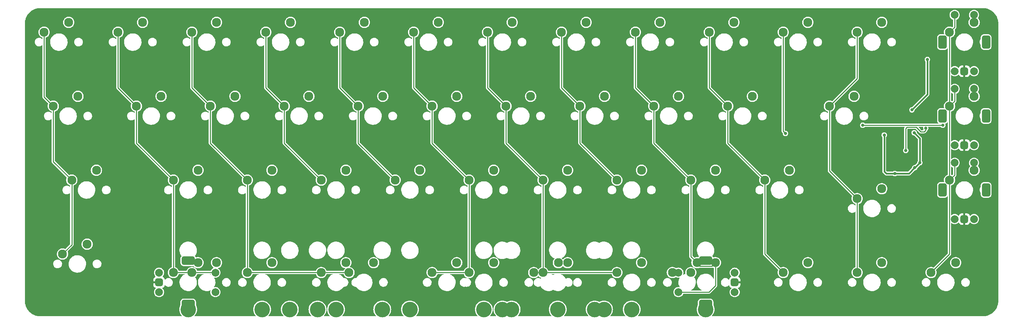
<source format=gbr>
%TF.GenerationSoftware,KiCad,Pcbnew,(7.0.0)*%
%TF.CreationDate,2023-11-25T11:40:03+01:00*%
%TF.ProjectId,Eightu,45696768-7475-42e6-9b69-6361645f7063,rev?*%
%TF.SameCoordinates,Original*%
%TF.FileFunction,Copper,L1,Top*%
%TF.FilePolarity,Positive*%
%FSLAX46Y46*%
G04 Gerber Fmt 4.6, Leading zero omitted, Abs format (unit mm)*
G04 Created by KiCad (PCBNEW (7.0.0)) date 2023-11-25 11:40:03*
%MOMM*%
%LPD*%
G01*
G04 APERTURE LIST*
G04 Aperture macros list*
%AMRoundRect*
0 Rectangle with rounded corners*
0 $1 Rounding radius*
0 $2 $3 $4 $5 $6 $7 $8 $9 X,Y pos of 4 corners*
0 Add a 4 corners polygon primitive as box body*
4,1,4,$2,$3,$4,$5,$6,$7,$8,$9,$2,$3,0*
0 Add four circle primitives for the rounded corners*
1,1,$1+$1,$2,$3*
1,1,$1+$1,$4,$5*
1,1,$1+$1,$6,$7*
1,1,$1+$1,$8,$9*
0 Add four rect primitives between the rounded corners*
20,1,$1+$1,$2,$3,$4,$5,0*
20,1,$1+$1,$4,$5,$6,$7,0*
20,1,$1+$1,$6,$7,$8,$9,0*
20,1,$1+$1,$8,$9,$2,$3,0*%
G04 Aperture macros list end*
%TA.AperFunction,ComponentPad*%
%ADD10C,2.300000*%
%TD*%
%TA.AperFunction,ComponentPad*%
%ADD11C,4.000000*%
%TD*%
%TA.AperFunction,ComponentPad*%
%ADD12C,2.000000*%
%TD*%
%TA.AperFunction,ComponentPad*%
%ADD13RoundRect,0.500000X-0.500000X-0.500000X0.500000X-0.500000X0.500000X0.500000X-0.500000X0.500000X0*%
%TD*%
%TA.AperFunction,ComponentPad*%
%ADD14RoundRect,0.550000X-1.150000X-0.550000X1.150000X-0.550000X1.150000X0.550000X-1.150000X0.550000X0*%
%TD*%
%TA.AperFunction,ComponentPad*%
%ADD15RoundRect,0.500000X0.500000X0.500000X-0.500000X0.500000X-0.500000X-0.500000X0.500000X-0.500000X0*%
%TD*%
%TA.AperFunction,ComponentPad*%
%ADD16RoundRect,0.550000X1.150000X0.550000X-1.150000X0.550000X-1.150000X-0.550000X1.150000X-0.550000X0*%
%TD*%
%TA.AperFunction,ComponentPad*%
%ADD17RoundRect,0.500000X0.500000X-0.500000X0.500000X0.500000X-0.500000X0.500000X-0.500000X-0.500000X0*%
%TD*%
%TA.AperFunction,ComponentPad*%
%ADD18RoundRect,0.550000X0.550000X-1.150000X0.550000X1.150000X-0.550000X1.150000X-0.550000X-1.150000X0*%
%TD*%
%TA.AperFunction,ViaPad*%
%ADD19C,0.800000*%
%TD*%
%TA.AperFunction,Conductor*%
%ADD20C,0.250000*%
%TD*%
%TA.AperFunction,Conductor*%
%ADD21C,0.381000*%
%TD*%
G04 APERTURE END LIST*
D10*
%TO.P,MX25,1,1*%
%TO.N,COL11*%
X258921250Y-68897500D03*
%TO.P,MX25,2,2*%
%TO.N,Net-(D25-A)*%
X265271250Y-66357500D03*
%TD*%
%TO.P,MX44,1,1*%
%TO.N,COL5*%
X156527500Y-111760000D03*
%TO.P,MX44,2,2*%
%TO.N,Net-(D44-A)*%
X162877500Y-109220000D03*
%TD*%
%TO.P,MX57,1,1*%
%TO.N,COL6*%
X185102500Y-111760000D03*
%TO.P,MX57,2,2*%
%TO.N,Net-(D45-A)*%
X191452500Y-109220000D03*
%TD*%
%TO.P,MX15,1,1*%
%TO.N,COL0*%
X58896250Y-68897500D03*
%TO.P,MX15,2,2*%
%TO.N,Net-(D15-A)*%
X65246250Y-66357500D03*
%TD*%
%TO.P,MX46,1,1*%
%TO.N,R5*%
X218440000Y-111760000D03*
%TO.P,MX46,2,2*%
%TO.N,C5*%
X224790000Y-109220000D03*
%TD*%
%TO.P,MX19,1,1*%
%TO.N,COL4*%
X137477500Y-68897500D03*
%TO.P,MX19,2,2*%
%TO.N,Net-(D19-A)*%
X143827500Y-66357500D03*
%TD*%
%TO.P,MX17,1,1*%
%TO.N,COL2*%
X99377500Y-68897500D03*
%TO.P,MX17,2,2*%
%TO.N,Net-(D17-A)*%
X105727500Y-66357500D03*
%TD*%
%TO.P,MX56,1,1*%
%TO.N,COL6*%
X204152500Y-111760000D03*
%TO.P,MX56,2,2*%
%TO.N,Net-(D45-A)*%
X210502500Y-109220000D03*
%TD*%
%TO.P,MX51,1,1*%
%TO.N,R5*%
X223202500Y-111760000D03*
%TO.P,MX51,2,2*%
%TO.N,C5*%
X229552500Y-109220000D03*
%TD*%
%TO.P,MX49,1,1*%
%TO.N,C1*%
X285115000Y-111760000D03*
%TO.P,MX49,2,2*%
%TO.N,Net-(D49-A)*%
X291465000Y-109220000D03*
%TD*%
%TO.P,MX35,1,1*%
%TO.N,COL7*%
X204152500Y-87947500D03*
%TO.P,MX35,2,2*%
%TO.N,Net-(D35-A)*%
X210502500Y-85407500D03*
%TD*%
%TO.P,MX22,1,1*%
%TO.N,COL7*%
X194627500Y-68897500D03*
%TO.P,MX22,2,2*%
%TO.N,Net-(D22-A)*%
X200977500Y-66357500D03*
%TD*%
%TO.P,MX50,1,1*%
%TO.N,C4*%
X89852500Y-111760000D03*
%TO.P,MX50,2,2*%
%TO.N,R4*%
X96202500Y-109220000D03*
%TD*%
%TO.P,MX41,1,1*%
%TO.N,COL0*%
X61277500Y-106997500D03*
%TO.P,MX41,2,2*%
%TO.N,Net-(D41-A)*%
X67627500Y-104457500D03*
%TD*%
%TO.P,MX54,1,1*%
%TO.N,COL2*%
X135096250Y-111760000D03*
%TO.P,MX54,2,2*%
%TO.N,Net-(D43-A)*%
X141446250Y-109220000D03*
%TD*%
%TO.P,MX48,1,1*%
%TO.N,COL11*%
X266065000Y-111760000D03*
%TO.P,MX48,2,2*%
%TO.N,Net-(D48-A)*%
X272415000Y-109220000D03*
%TD*%
%TO.P,MX34,1,1*%
%TO.N,COL6*%
X185102500Y-87947500D03*
%TO.P,MX34,2,2*%
%TO.N,Net-(D34-A)*%
X191452500Y-85407500D03*
%TD*%
%TO.P,MX45,1,1*%
%TO.N,COL6*%
X185102500Y-111760000D03*
%TO.P,MX45,2,2*%
%TO.N,Net-(D45-A)*%
X191452500Y-109220000D03*
%TD*%
%TO.P,MX5,1,1*%
%TO.N,COL4*%
X132715000Y-49847500D03*
%TO.P,MX5,2,2*%
%TO.N,Net-(D5-A)*%
X139065000Y-47307500D03*
%TD*%
%TO.P,MX21,1,1*%
%TO.N,COL6*%
X175577500Y-68897500D03*
%TO.P,MX21,2,2*%
%TO.N,Net-(D21-A)*%
X181927500Y-66357500D03*
%TD*%
D11*
%TO.P,S2,*%
%TO.N,*%
X200818750Y-121285000D03*
X177006250Y-121285000D03*
%TD*%
D10*
%TO.P,MX26,1,1*%
%TO.N,C1*%
X289877500Y-68897500D03*
%TO.P,MX26,2,2*%
%TO.N,R2*%
X296227500Y-66357500D03*
%TD*%
%TO.P,MX42,1,1*%
%TO.N,C4*%
X94615000Y-111760000D03*
%TO.P,MX42,2,2*%
%TO.N,R4*%
X100965000Y-109220000D03*
%TD*%
D11*
%TO.P,S10,*%
%TO.N,*%
X198437500Y-121285000D03*
X174625000Y-121285000D03*
%TD*%
%TO.P,S3,*%
%TO.N,*%
X227012500Y-121285000D03*
X112712500Y-121285000D03*
%TD*%
D10*
%TO.P,MX12,1,1*%
%TO.N,COL11*%
X266065000Y-49847500D03*
%TO.P,MX12,2,2*%
%TO.N,Net-(D12-A)*%
X272415000Y-47307500D03*
%TD*%
%TO.P,MX36,1,1*%
%TO.N,C5*%
X223202500Y-87947500D03*
%TO.P,MX36,2,2*%
%TO.N,Net-(D36-A)*%
X229552500Y-85407500D03*
%TD*%
%TO.P,MX8,1,1*%
%TO.N,COL7*%
X189865000Y-49847500D03*
%TO.P,MX8,2,2*%
%TO.N,Net-(D8-A)*%
X196215000Y-47307500D03*
%TD*%
%TO.P,MX52,1,1*%
%TO.N,COL2*%
X108902500Y-111760000D03*
%TO.P,MX52,2,2*%
%TO.N,Net-(D43-A)*%
X115252500Y-109220000D03*
%TD*%
%TO.P,MX58,1,1*%
%TO.N,COL6*%
X182721250Y-111760000D03*
%TO.P,MX58,2,2*%
%TO.N,Net-(D45-A)*%
X189071250Y-109220000D03*
%TD*%
D11*
%TO.P,S7,*%
%TO.N,*%
X150812500Y-121285000D03*
X112712500Y-121285000D03*
%TD*%
%TO.P,S1,*%
%TO.N,*%
X143668750Y-121285000D03*
X119856250Y-121285000D03*
%TD*%
D10*
%TO.P,MX31,1,1*%
%TO.N,COL3*%
X127952500Y-87947500D03*
%TO.P,MX31,2,2*%
%TO.N,Net-(D31-A)*%
X134302500Y-85407500D03*
%TD*%
%TO.P,MX38,1,1*%
%TO.N,COL11*%
X266065000Y-92710000D03*
%TO.P,MX38,2,2*%
%TO.N,Net-(D38-A)*%
X272415000Y-90170000D03*
%TD*%
%TO.P,MX53,1,1*%
%TO.N,COL2*%
X127952500Y-111760000D03*
%TO.P,MX53,2,2*%
%TO.N,Net-(D43-A)*%
X134302500Y-109220000D03*
%TD*%
%TO.P,MX18,1,1*%
%TO.N,COL3*%
X118427500Y-68897500D03*
%TO.P,MX18,2,2*%
%TO.N,Net-(D18-A)*%
X124777500Y-66357500D03*
%TD*%
%TO.P,MX32,1,1*%
%TO.N,COL4*%
X147002500Y-87947500D03*
%TO.P,MX32,2,2*%
%TO.N,Net-(D32-A)*%
X153352500Y-85407500D03*
%TD*%
D12*
%TO.P,SW4,A,A*%
%TO.N,ENC_G*%
X86162500Y-111800000D03*
%TO.P,SW4,B,B*%
%TO.N,ENC_H*%
X86162500Y-116800000D03*
D13*
%TO.P,SW4,C,C*%
%TO.N,GND*%
X86162500Y-114300000D03*
D14*
%TO.P,SW4,MP*%
%TO.N,N/C*%
X93662500Y-108700000D03*
X93662500Y-119900000D03*
D12*
%TO.P,SW4,S1,S1*%
%TO.N,R4*%
X100662500Y-116800000D03*
%TO.P,SW4,S2,S2*%
%TO.N,C4*%
X100662500Y-111800000D03*
%TD*%
D10*
%TO.P,MX29,1,1*%
%TO.N,C4*%
X89852500Y-87947500D03*
%TO.P,MX29,2,2*%
%TO.N,Net-(D29-A)*%
X96202500Y-85407500D03*
%TD*%
%TO.P,MX6,1,1*%
%TO.N,COL5*%
X151765000Y-49847500D03*
%TO.P,MX6,2,2*%
%TO.N,Net-(D6-A)*%
X158115000Y-47307500D03*
%TD*%
%TO.P,MX30,1,1*%
%TO.N,COL2*%
X108902500Y-87947500D03*
%TO.P,MX30,2,2*%
%TO.N,Net-(D30-A)*%
X115252500Y-85407500D03*
%TD*%
%TO.P,MX1,1,1*%
%TO.N,COL0*%
X56515000Y-49847500D03*
%TO.P,MX1,2,2*%
%TO.N,Net-(D1-A)*%
X62865000Y-47307500D03*
%TD*%
%TO.P,MX43,1,1*%
%TO.N,COL2*%
X127952500Y-111760000D03*
%TO.P,MX43,2,2*%
%TO.N,Net-(D43-A)*%
X134302500Y-109220000D03*
%TD*%
%TO.P,MX7,1,1*%
%TO.N,COL6*%
X170815000Y-49847500D03*
%TO.P,MX7,2,2*%
%TO.N,Net-(D7-A)*%
X177165000Y-47307500D03*
%TD*%
%TO.P,MX39,1,1*%
%TO.N,C1*%
X289877500Y-87947500D03*
%TO.P,MX39,2,2*%
%TO.N,R3*%
X296227500Y-85407500D03*
%TD*%
%TO.P,MX28,1,1*%
%TO.N,COL0*%
X63658750Y-87947500D03*
%TO.P,MX28,2,2*%
%TO.N,Net-(D28-A)*%
X70008750Y-85407500D03*
%TD*%
D11*
%TO.P,S5,*%
%TO.N,*%
X188912500Y-121285000D03*
X131762500Y-121285000D03*
%TD*%
%TO.P,S4,*%
%TO.N,*%
X207962500Y-121285000D03*
X112712500Y-121285000D03*
%TD*%
D10*
%TO.P,MX37,1,1*%
%TO.N,COL9*%
X242252500Y-87947500D03*
%TO.P,MX37,2,2*%
%TO.N,Net-(D37-A)*%
X248602500Y-85407500D03*
%TD*%
D12*
%TO.P,SW5,A,A*%
%TO.N,ENC_I*%
X234512500Y-116800000D03*
%TO.P,SW5,B,B*%
%TO.N,ENC_J*%
X234512500Y-111800000D03*
D15*
%TO.P,SW5,C,C*%
%TO.N,GND*%
X234512500Y-114300000D03*
D16*
%TO.P,SW5,MP*%
%TO.N,N/C*%
X227012500Y-119900000D03*
X227012500Y-108700000D03*
D12*
%TO.P,SW5,S1,S1*%
%TO.N,R5*%
X220012500Y-111800000D03*
%TO.P,SW5,S2,S2*%
%TO.N,C5*%
X220012500Y-116800000D03*
%TD*%
D10*
%TO.P,MX47,1,1*%
%TO.N,COL9*%
X247015000Y-111760000D03*
%TO.P,MX47,2,2*%
%TO.N,Net-(D47-A)*%
X253365000Y-109220000D03*
%TD*%
%TO.P,MX20,1,1*%
%TO.N,COL5*%
X156527500Y-68897500D03*
%TO.P,MX20,2,2*%
%TO.N,Net-(D20-A)*%
X162877500Y-66357500D03*
%TD*%
%TO.P,MX16,1,1*%
%TO.N,C4*%
X80327500Y-68897500D03*
%TO.P,MX16,2,2*%
%TO.N,Net-(D16-A)*%
X86677500Y-66357500D03*
%TD*%
%TO.P,MX11,1,1*%
%TO.N,COL10*%
X247015000Y-49847500D03*
%TO.P,MX11,2,2*%
%TO.N,Net-(D11-A)*%
X253365000Y-47307500D03*
%TD*%
%TO.P,MX3,1,1*%
%TO.N,COL2*%
X94615000Y-49847500D03*
%TO.P,MX3,2,2*%
%TO.N,Net-(D3-A)*%
X100965000Y-47307500D03*
%TD*%
D11*
%TO.P,S8,*%
%TO.N,*%
X207962500Y-121285000D03*
X169862500Y-121285000D03*
%TD*%
%TO.P,S9,*%
%TO.N,*%
X150812500Y-121285000D03*
X127000000Y-121285000D03*
%TD*%
D10*
%TO.P,MX33,1,1*%
%TO.N,COL5*%
X166052500Y-87947500D03*
%TO.P,MX33,2,2*%
%TO.N,Net-(D33-A)*%
X172402500Y-85407500D03*
%TD*%
D12*
%TO.P,SW2,A,A*%
%TO.N,ENC_C*%
X291187500Y-78937500D03*
%TO.P,SW2,B,B*%
%TO.N,ENC_D*%
X296187500Y-78937500D03*
D17*
%TO.P,SW2,C,C*%
%TO.N,GND*%
X293687500Y-78937500D03*
D18*
%TO.P,SW2,MP*%
%TO.N,N/C*%
X288087500Y-71437500D03*
X299287500Y-71437500D03*
D12*
%TO.P,SW2,S1,S1*%
%TO.N,R2*%
X296187500Y-64437500D03*
%TO.P,SW2,S2,S2*%
%TO.N,C1*%
X291187500Y-64437500D03*
%TD*%
%TO.P,SW3,A,A*%
%TO.N,ENC_E*%
X291187500Y-97987500D03*
%TO.P,SW3,B,B*%
%TO.N,ENC_F*%
X296187500Y-97987500D03*
D17*
%TO.P,SW3,C,C*%
%TO.N,GND*%
X293687500Y-97987500D03*
D18*
%TO.P,SW3,MP*%
%TO.N,N/C*%
X288087500Y-90487500D03*
X299287500Y-90487500D03*
D12*
%TO.P,SW3,S1,S1*%
%TO.N,R3*%
X296187500Y-83487500D03*
%TO.P,SW3,S2,S2*%
%TO.N,C1*%
X291187500Y-83487500D03*
%TD*%
D10*
%TO.P,MX23,1,1*%
%TO.N,C5*%
X213677500Y-68897500D03*
%TO.P,MX23,2,2*%
%TO.N,Net-(D23-A)*%
X220027500Y-66357500D03*
%TD*%
D11*
%TO.P,S6,*%
%TO.N,*%
X227012500Y-121285000D03*
X93662500Y-121285000D03*
%TD*%
D10*
%TO.P,MX10,1,1*%
%TO.N,COL9*%
X227965000Y-49847500D03*
%TO.P,MX10,2,2*%
%TO.N,Net-(D10-A)*%
X234315000Y-47307500D03*
%TD*%
D12*
%TO.P,SW1,A,A*%
%TO.N,ENC_A*%
X291187500Y-59887500D03*
%TO.P,SW1,B,B*%
%TO.N,ENC_B*%
X296187500Y-59887500D03*
D17*
%TO.P,SW1,C,C*%
%TO.N,GND*%
X293687500Y-59887500D03*
D18*
%TO.P,SW1,MP*%
%TO.N,N/C*%
X288087500Y-52387500D03*
X299287500Y-52387500D03*
D12*
%TO.P,SW1,S1,S1*%
%TO.N,R1*%
X296187500Y-45387500D03*
%TO.P,SW1,S2,S2*%
%TO.N,C1*%
X291187500Y-45387500D03*
%TD*%
D10*
%TO.P,MX4,1,1*%
%TO.N,COL3*%
X113665000Y-49847500D03*
%TO.P,MX4,2,2*%
%TO.N,Net-(D4-A)*%
X120015000Y-47307500D03*
%TD*%
%TO.P,MX9,1,1*%
%TO.N,C5*%
X208915000Y-49847500D03*
%TO.P,MX9,2,2*%
%TO.N,Net-(D9-A)*%
X215265000Y-47307500D03*
%TD*%
%TO.P,MX13,1,1*%
%TO.N,C1*%
X289877500Y-49847500D03*
%TO.P,MX13,2,2*%
%TO.N,R1*%
X296227500Y-47307500D03*
%TD*%
%TO.P,MX24,1,1*%
%TO.N,COL9*%
X232727500Y-68897500D03*
%TO.P,MX24,2,2*%
%TO.N,Net-(D24-A)*%
X239077500Y-66357500D03*
%TD*%
%TO.P,MX55,1,1*%
%TO.N,COL5*%
X166052500Y-111760000D03*
%TO.P,MX55,2,2*%
%TO.N,Net-(D44-A)*%
X172402500Y-109220000D03*
%TD*%
%TO.P,MX2,1,1*%
%TO.N,C4*%
X75565000Y-49847500D03*
%TO.P,MX2,2,2*%
%TO.N,Net-(D2-A)*%
X81915000Y-47307500D03*
%TD*%
D19*
%TO.N,ROW1*%
X267493750Y-73818750D03*
X288131250Y-73818750D03*
%TO.N,COL10*%
X247595380Y-75918771D03*
%TO.N,GND*%
X280903870Y-66314604D03*
X282575000Y-69850000D03*
X282751298Y-74738798D03*
X283778293Y-84752081D03*
X269875000Y-76200000D03*
X279995956Y-63374119D03*
X277018750Y-80300000D03*
X276224893Y-89176406D03*
X254175142Y-61020740D03*
%TO.N,+3V3*%
X280193750Y-69850000D03*
X280896267Y-84763460D03*
X273050000Y-76331250D03*
X284162500Y-56887500D03*
X282220741Y-83471931D03*
X275765769Y-86259193D03*
X280763953Y-75738238D03*
%TO.N,BOOT0*%
X283731485Y-74543250D03*
X278606250Y-80300000D03*
%TD*%
D20*
%TO.N,ROW1*%
X267493750Y-73818750D02*
X288131250Y-73818750D01*
%TO.N,COL0*%
X58896250Y-68897500D02*
X58896250Y-83185000D01*
X63658750Y-87947500D02*
X63658750Y-104616250D01*
X63658750Y-104616250D02*
X61277500Y-106997500D01*
X56515000Y-49847500D02*
X56515000Y-66516250D01*
X56515000Y-66516250D02*
X58896250Y-68897500D01*
X58896250Y-83185000D02*
X63658750Y-87947500D01*
%TO.N,C4*%
X100622500Y-111760000D02*
X100662500Y-111800000D01*
X80327500Y-68897500D02*
X80327500Y-78422500D01*
X75565000Y-64135000D02*
X80327500Y-68897500D01*
X80327500Y-78422500D02*
X89852500Y-87947500D01*
X89852500Y-111760000D02*
X100622500Y-111760000D01*
X75565000Y-49847500D02*
X75565000Y-64135000D01*
X89852500Y-87947500D02*
X89852500Y-111760000D01*
%TO.N,COL2*%
X108902500Y-111760000D02*
X135096250Y-111760000D01*
X94615000Y-64135000D02*
X99377500Y-68897500D01*
X99377500Y-78422500D02*
X108902500Y-87947500D01*
X99377500Y-68897500D02*
X99377500Y-78422500D01*
X108902500Y-87947500D02*
X108902500Y-111760000D01*
X94615000Y-49847500D02*
X94615000Y-64135000D01*
%TO.N,COL3*%
X118427500Y-78422500D02*
X127952500Y-87947500D01*
X118427500Y-68897500D02*
X118427500Y-78422500D01*
X113665000Y-64135000D02*
X118427500Y-68897500D01*
X113665000Y-49847500D02*
X113665000Y-64135000D01*
%TO.N,COL4*%
X137477500Y-78422500D02*
X147002500Y-87947500D01*
X132715000Y-64135000D02*
X137477500Y-68897500D01*
X132715000Y-49847500D02*
X132715000Y-64135000D01*
X137477500Y-68897500D02*
X137477500Y-78422500D01*
%TO.N,COL5*%
X166052500Y-87947500D02*
X166052500Y-111760000D01*
X156527500Y-78422500D02*
X166052500Y-87947500D01*
X151745000Y-49867500D02*
X151745000Y-64115000D01*
X151765000Y-49847500D02*
X151745000Y-49867500D01*
X166052500Y-111760000D02*
X156527500Y-111760000D01*
X156527500Y-68897500D02*
X156527500Y-78422500D01*
X151745000Y-64115000D02*
X156527500Y-68897500D01*
%TO.N,COL6*%
X175577500Y-68897500D02*
X175577500Y-78422500D01*
X170815000Y-64135000D02*
X175577500Y-68897500D01*
X185102500Y-87947500D02*
X185102500Y-111760000D01*
X170815000Y-49847500D02*
X170815000Y-64135000D01*
X182721250Y-111760000D02*
X204152500Y-111760000D01*
X175577500Y-78422500D02*
X185102500Y-87947500D01*
%TO.N,COL7*%
X194627500Y-78422500D02*
X204152500Y-87947500D01*
X189865000Y-49847500D02*
X189865000Y-64135000D01*
X189865000Y-64135000D02*
X194627500Y-68897500D01*
X194627500Y-68897500D02*
X194627500Y-78422500D01*
%TO.N,C5*%
X227862631Y-116800000D02*
X220012500Y-116800000D01*
X229552500Y-115110131D02*
X227862631Y-116800000D01*
X208915000Y-49847500D02*
X208915000Y-64135000D01*
X208915000Y-64135000D02*
X213677500Y-68897500D01*
X228628750Y-110143750D02*
X229552500Y-109220000D01*
X229552500Y-109220000D02*
X229552500Y-115110131D01*
X223202500Y-107632500D02*
X224790000Y-109220000D01*
X213677500Y-78422500D02*
X223202500Y-87947500D01*
X213677500Y-68897500D02*
X213677500Y-78422500D01*
X225518813Y-110143750D02*
X228628750Y-110143750D01*
X224790000Y-109414937D02*
X225518813Y-110143750D01*
X223202500Y-87947500D02*
X223202500Y-107632500D01*
X224790000Y-109220000D02*
X224790000Y-109414937D01*
%TO.N,COL9*%
X232727500Y-68897500D02*
X232727500Y-78422500D01*
X242252500Y-87947500D02*
X242252500Y-106997500D01*
X227965000Y-49847500D02*
X227965000Y-64135000D01*
X242252500Y-106997500D02*
X247015000Y-111760000D01*
X227965000Y-64135000D02*
X232727500Y-68897500D01*
X232727500Y-78422500D02*
X242252500Y-87947500D01*
%TO.N,COL10*%
X247015000Y-74612500D02*
X247015000Y-75338391D01*
X247015000Y-49847500D02*
X247015000Y-66675000D01*
X247015000Y-66675000D02*
X247015000Y-71791271D01*
X247015000Y-66675000D02*
X247015000Y-74612500D01*
X247015000Y-75338391D02*
X247595380Y-75918771D01*
%TO.N,COL11*%
X258921250Y-68897500D02*
X258921250Y-85566250D01*
X258921250Y-85566250D02*
X266065000Y-92710000D01*
X266065000Y-49847500D02*
X266065000Y-61753750D01*
X266065000Y-92710000D02*
X266065000Y-111760000D01*
X266065000Y-61753750D02*
X258921250Y-68897500D01*
%TO.N,C1*%
X289862500Y-81756250D02*
X289862500Y-87932500D01*
X289862500Y-68912500D02*
X289877500Y-68897500D01*
X289862500Y-87962500D02*
X289877500Y-87947500D01*
X289857500Y-68877500D02*
X289877500Y-68897500D01*
X289857500Y-62706250D02*
X289857500Y-49867500D01*
X289862500Y-82162500D02*
X289862500Y-81756250D01*
X289857500Y-63107500D02*
X289857500Y-62706250D01*
X291187500Y-83487500D02*
X291187500Y-86637500D01*
X289862500Y-107012500D02*
X289862500Y-87962500D01*
X291187500Y-64437500D02*
X291187500Y-67587500D01*
X289862500Y-87932500D02*
X289877500Y-87947500D01*
X289857500Y-62706250D02*
X289857500Y-68877500D01*
X291187500Y-48537500D02*
X289877500Y-49847500D01*
X289857500Y-49867500D02*
X289877500Y-49847500D01*
X289862500Y-107012500D02*
X285115000Y-111760000D01*
X291187500Y-67587500D02*
X289877500Y-68897500D01*
X291187500Y-45387500D02*
X291187500Y-48537500D01*
X289862500Y-81756250D02*
X289862500Y-68912500D01*
X291187500Y-86637500D02*
X289877500Y-87947500D01*
D21*
%TO.N,+3V3*%
X279400534Y-86259193D02*
X275765769Y-86259193D01*
X280896267Y-84763460D02*
X279400534Y-86259193D01*
X280763953Y-75738238D02*
X282220741Y-77195026D01*
X280929212Y-84763460D02*
X280896267Y-84763460D01*
X275765769Y-86259193D02*
X273584193Y-86259193D01*
X273584193Y-86259193D02*
X273050000Y-85725000D01*
X284162500Y-65881250D02*
X284162500Y-56887500D01*
X282220741Y-77195026D02*
X282220741Y-83471931D01*
X273050000Y-85725000D02*
X273050000Y-76331250D01*
X280193750Y-69850000D02*
X284162500Y-65881250D01*
X282220741Y-83471931D02*
X280929212Y-84763460D01*
D20*
%TO.N,BOOT0*%
X283731485Y-75043515D02*
X283731485Y-74543250D01*
X278606250Y-80300000D02*
X278606250Y-74612500D01*
X278950000Y-74268750D02*
X281255945Y-74268750D01*
X281255945Y-74268750D02*
X282450993Y-75463798D01*
X283311202Y-75463798D02*
X283731485Y-75043515D01*
X282450993Y-75463798D02*
X283311202Y-75463798D01*
X278606250Y-74612500D02*
X278950000Y-74268750D01*
%TD*%
%TA.AperFunction,Conductor*%
%TO.N,GND*%
G36*
X283085943Y-74246556D02*
G01*
X283090080Y-74252550D01*
X283089787Y-74259828D01*
X283052071Y-74359280D01*
X283046345Y-74374378D01*
X283046261Y-74375062D01*
X283046261Y-74375066D01*
X283033697Y-74478540D01*
X283025840Y-74543250D01*
X283046345Y-74712122D01*
X283106667Y-74871180D01*
X283107060Y-74871749D01*
X283107062Y-74871753D01*
X283181020Y-74978897D01*
X283183009Y-74986471D01*
X283179688Y-74993562D01*
X283138322Y-75034930D01*
X283134591Y-75037423D01*
X283130190Y-75038298D01*
X282632004Y-75038298D01*
X282627603Y-75037423D01*
X282623872Y-75034930D01*
X281852825Y-74263882D01*
X281849457Y-74255750D01*
X281852825Y-74247618D01*
X281860957Y-74244250D01*
X283079034Y-74244250D01*
X283085943Y-74246556D01*
G37*
%TD.AperFunction*%
%TA.AperFunction,Conductor*%
G36*
X298450359Y-43625462D02*
G01*
X298615606Y-43633106D01*
X298615606Y-43633113D01*
X298615634Y-43633107D01*
X298615680Y-43633109D01*
X298825444Y-43643446D01*
X298826422Y-43643538D01*
X299007816Y-43668845D01*
X299202595Y-43697741D01*
X299203487Y-43697912D01*
X299386162Y-43740880D01*
X299572807Y-43787635D01*
X299573623Y-43787873D01*
X299753203Y-43848065D01*
X299753414Y-43848138D01*
X299932056Y-43912060D01*
X299932769Y-43912315D01*
X299933540Y-43912623D01*
X300107707Y-43989527D01*
X300107883Y-43989607D01*
X300279235Y-44070653D01*
X300279886Y-44070987D01*
X300446717Y-44163912D01*
X300447006Y-44164080D01*
X300595586Y-44253135D01*
X300609050Y-44261206D01*
X300609637Y-44261583D01*
X300767410Y-44369661D01*
X300767762Y-44369911D01*
X300919255Y-44482265D01*
X300919751Y-44482655D01*
X301067019Y-44604944D01*
X301067395Y-44605270D01*
X301207028Y-44731825D01*
X301207437Y-44732214D01*
X301268398Y-44793174D01*
X301342864Y-44867639D01*
X301343227Y-44868021D01*
X301469794Y-45007663D01*
X301470120Y-45008039D01*
X301592410Y-45155305D01*
X301592800Y-45155801D01*
X301705164Y-45307304D01*
X301705414Y-45307656D01*
X301813486Y-45465416D01*
X301813863Y-45466003D01*
X301910990Y-45628044D01*
X301911173Y-45628360D01*
X302004077Y-45795146D01*
X302004426Y-45795825D01*
X302085457Y-45967142D01*
X302085581Y-45967414D01*
X302162455Y-46141509D01*
X302162763Y-46142279D01*
X302226950Y-46321654D01*
X302227026Y-46321874D01*
X302287202Y-46501400D01*
X302287453Y-46502260D01*
X302334207Y-46688892D01*
X302334246Y-46689054D01*
X302377170Y-46871532D01*
X302377351Y-46872477D01*
X302406251Y-47067264D01*
X302406258Y-47067365D01*
X302406266Y-47067364D01*
X302431550Y-47248573D01*
X302431646Y-47249597D01*
X302442449Y-47469338D01*
X302442449Y-47469373D01*
X302442451Y-47469373D01*
X302449613Y-47624186D01*
X302449567Y-47624851D01*
X302449600Y-47624851D01*
X302449500Y-119030750D01*
X302449500Y-119030978D01*
X302449488Y-119031509D01*
X302441850Y-119196678D01*
X302441848Y-119196713D01*
X302431509Y-119406576D01*
X302431413Y-119407599D01*
X302406138Y-119588776D01*
X302406124Y-119588875D01*
X302377219Y-119783722D01*
X302377038Y-119784667D01*
X302334091Y-119967264D01*
X302334051Y-119967425D01*
X302287331Y-120153934D01*
X302287080Y-120154795D01*
X302226892Y-120334368D01*
X302226816Y-120334587D01*
X302162648Y-120513922D01*
X302162340Y-120514693D01*
X302085452Y-120688828D01*
X302085328Y-120689100D01*
X302004322Y-120860371D01*
X302003973Y-120861050D01*
X301911056Y-121027868D01*
X301910873Y-121028184D01*
X301813753Y-121190218D01*
X301813376Y-121190805D01*
X301705303Y-121348572D01*
X301705053Y-121348923D01*
X301592701Y-121500415D01*
X301592311Y-121500912D01*
X301470020Y-121648182D01*
X301469694Y-121648558D01*
X301343137Y-121788193D01*
X301342748Y-121788602D01*
X301207336Y-121924016D01*
X301206927Y-121924405D01*
X301067299Y-122050958D01*
X301066923Y-122051284D01*
X300919657Y-122173574D01*
X300919161Y-122173964D01*
X300767655Y-122286331D01*
X300767303Y-122286581D01*
X300609544Y-122394651D01*
X300608957Y-122395028D01*
X300446919Y-122492153D01*
X300446603Y-122492336D01*
X300279804Y-122585245D01*
X300279125Y-122585594D01*
X300107824Y-122666616D01*
X300107552Y-122666740D01*
X299933445Y-122743619D01*
X299932674Y-122743927D01*
X299753305Y-122808109D01*
X299753086Y-122808185D01*
X299573555Y-122868363D01*
X299572694Y-122868614D01*
X299386050Y-122915369D01*
X299385889Y-122915408D01*
X299203425Y-122958327D01*
X299202480Y-122958508D01*
X299007716Y-122987403D01*
X299007617Y-122987418D01*
X298826367Y-123012705D01*
X298825343Y-123012801D01*
X298605730Y-123023595D01*
X298605696Y-123023597D01*
X298450763Y-123030763D01*
X298450099Y-123030716D01*
X298450099Y-123030750D01*
X228541473Y-123030750D01*
X228534928Y-123028706D01*
X228530710Y-123023301D01*
X228530318Y-123016456D01*
X228533890Y-123010604D01*
X228560345Y-122987403D01*
X228642689Y-122915189D01*
X228841525Y-122688461D01*
X229009066Y-122437718D01*
X229142445Y-122167252D01*
X229239380Y-121881691D01*
X229298213Y-121585920D01*
X229317936Y-121285000D01*
X229298213Y-120984080D01*
X229239380Y-120688309D01*
X229142445Y-120402748D01*
X229014185Y-120142663D01*
X229013000Y-120137578D01*
X229013000Y-119276250D01*
X229013000Y-119276046D01*
X229010183Y-119234505D01*
X228965537Y-119054979D01*
X228883342Y-118889247D01*
X228767440Y-118745060D01*
X228623253Y-118629158D01*
X228540386Y-118588060D01*
X228458076Y-118547238D01*
X228458074Y-118547237D01*
X228457521Y-118546963D01*
X228456917Y-118546812D01*
X228456915Y-118546812D01*
X228278481Y-118502437D01*
X228278471Y-118502435D01*
X228277995Y-118502317D01*
X228277499Y-118502283D01*
X228277497Y-118502283D01*
X228236652Y-118499513D01*
X228236639Y-118499512D01*
X228236454Y-118499500D01*
X225788546Y-118499500D01*
X225788360Y-118499512D01*
X225788347Y-118499513D01*
X225747502Y-118502283D01*
X225747498Y-118502283D01*
X225747005Y-118502317D01*
X225746530Y-118502435D01*
X225746518Y-118502437D01*
X225568084Y-118546812D01*
X225568079Y-118546813D01*
X225567479Y-118546963D01*
X225566928Y-118547235D01*
X225566923Y-118547238D01*
X225402301Y-118628883D01*
X225401747Y-118629158D01*
X225401267Y-118629543D01*
X225401262Y-118629547D01*
X225258049Y-118744666D01*
X225258044Y-118744670D01*
X225257560Y-118745060D01*
X225257170Y-118745544D01*
X225257166Y-118745549D01*
X225142047Y-118888762D01*
X225142043Y-118888767D01*
X225141658Y-118889247D01*
X225141384Y-118889799D01*
X225141383Y-118889801D01*
X225059738Y-119054423D01*
X225059735Y-119054428D01*
X225059463Y-119054979D01*
X225059313Y-119055579D01*
X225059312Y-119055584D01*
X225014937Y-119234018D01*
X225014935Y-119234030D01*
X225014817Y-119234505D01*
X225012000Y-119276046D01*
X225012000Y-119276250D01*
X225012000Y-120137578D01*
X225010814Y-120142664D01*
X224882722Y-120402408D01*
X224882718Y-120402416D01*
X224882555Y-120402748D01*
X224882440Y-120403085D01*
X224882434Y-120403101D01*
X224785740Y-120687954D01*
X224785738Y-120687961D01*
X224785620Y-120688309D01*
X224785548Y-120688669D01*
X224785546Y-120688678D01*
X224726860Y-120983709D01*
X224726858Y-120983720D01*
X224726787Y-120984080D01*
X224707064Y-121285000D01*
X224726787Y-121585920D01*
X224726858Y-121586281D01*
X224726860Y-121586290D01*
X224781913Y-121863055D01*
X224785620Y-121881691D01*
X224785739Y-121882042D01*
X224785740Y-121882045D01*
X224882434Y-122166898D01*
X224882438Y-122166908D01*
X224882555Y-122167252D01*
X224882721Y-122167588D01*
X224882722Y-122167591D01*
X224910006Y-122222918D01*
X225015934Y-122437718D01*
X225016134Y-122438017D01*
X225016139Y-122438026D01*
X225183265Y-122688147D01*
X225183475Y-122688461D01*
X225382311Y-122915189D01*
X225382595Y-122915438D01*
X225382597Y-122915440D01*
X225491110Y-123010604D01*
X225494682Y-123016456D01*
X225494290Y-123023301D01*
X225490072Y-123028706D01*
X225483527Y-123030750D01*
X209491473Y-123030750D01*
X209484928Y-123028706D01*
X209480710Y-123023301D01*
X209480318Y-123016456D01*
X209483890Y-123010604D01*
X209510345Y-122987403D01*
X209592689Y-122915189D01*
X209791525Y-122688461D01*
X209959066Y-122437718D01*
X210092445Y-122167252D01*
X210189380Y-121881691D01*
X210248213Y-121585920D01*
X210267936Y-121285000D01*
X210248213Y-120984080D01*
X210189380Y-120688309D01*
X210092445Y-120402748D01*
X209959066Y-120132282D01*
X209954711Y-120125765D01*
X209791734Y-119881852D01*
X209791525Y-119881539D01*
X209592689Y-119654811D01*
X209365961Y-119455975D01*
X209365647Y-119455765D01*
X209115526Y-119288639D01*
X209115517Y-119288634D01*
X209115218Y-119288434D01*
X208844752Y-119155055D01*
X208844408Y-119154938D01*
X208844398Y-119154934D01*
X208559545Y-119058240D01*
X208559542Y-119058239D01*
X208559191Y-119058120D01*
X208558826Y-119058047D01*
X208558821Y-119058046D01*
X208263790Y-118999360D01*
X208263781Y-118999358D01*
X208263420Y-118999287D01*
X208263041Y-118999262D01*
X208263040Y-118999262D01*
X207962881Y-118979589D01*
X207962500Y-118979564D01*
X207962119Y-118979589D01*
X207661959Y-118999262D01*
X207661956Y-118999262D01*
X207661580Y-118999287D01*
X207661220Y-118999358D01*
X207661209Y-118999360D01*
X207366178Y-119058046D01*
X207366169Y-119058048D01*
X207365809Y-119058120D01*
X207365461Y-119058238D01*
X207365454Y-119058240D01*
X207080601Y-119154934D01*
X207080585Y-119154940D01*
X207080248Y-119155055D01*
X207079916Y-119155218D01*
X207079908Y-119155222D01*
X206810116Y-119288269D01*
X206810112Y-119288271D01*
X206809782Y-119288434D01*
X206809488Y-119288629D01*
X206809473Y-119288639D01*
X206559352Y-119455765D01*
X206559343Y-119455771D01*
X206559039Y-119455975D01*
X206558760Y-119456219D01*
X206558753Y-119456225D01*
X206332603Y-119654554D01*
X206332595Y-119654561D01*
X206332311Y-119654811D01*
X206332061Y-119655095D01*
X206332054Y-119655103D01*
X206133725Y-119881253D01*
X206133719Y-119881260D01*
X206133475Y-119881539D01*
X206133271Y-119881843D01*
X206133265Y-119881852D01*
X205966139Y-120131973D01*
X205966129Y-120131988D01*
X205965934Y-120132282D01*
X205965771Y-120132612D01*
X205965769Y-120132616D01*
X205832722Y-120402408D01*
X205832718Y-120402416D01*
X205832555Y-120402748D01*
X205832440Y-120403085D01*
X205832434Y-120403101D01*
X205735740Y-120687954D01*
X205735738Y-120687961D01*
X205735620Y-120688309D01*
X205735548Y-120688669D01*
X205735546Y-120688678D01*
X205676860Y-120983709D01*
X205676858Y-120983720D01*
X205676787Y-120984080D01*
X205657064Y-121285000D01*
X205676787Y-121585920D01*
X205676858Y-121586281D01*
X205676860Y-121586290D01*
X205731913Y-121863055D01*
X205735620Y-121881691D01*
X205735739Y-121882042D01*
X205735740Y-121882045D01*
X205832434Y-122166898D01*
X205832438Y-122166908D01*
X205832555Y-122167252D01*
X205832721Y-122167588D01*
X205832722Y-122167591D01*
X205860006Y-122222918D01*
X205965934Y-122437718D01*
X205966134Y-122438017D01*
X205966139Y-122438026D01*
X206133265Y-122688147D01*
X206133475Y-122688461D01*
X206332311Y-122915189D01*
X206332595Y-122915438D01*
X206332597Y-122915440D01*
X206441110Y-123010604D01*
X206444682Y-123016456D01*
X206444290Y-123023301D01*
X206440072Y-123028706D01*
X206433527Y-123030750D01*
X202347723Y-123030750D01*
X202341178Y-123028706D01*
X202336960Y-123023301D01*
X202336568Y-123016456D01*
X202340140Y-123010604D01*
X202366595Y-122987403D01*
X202448939Y-122915189D01*
X202647775Y-122688461D01*
X202815316Y-122437718D01*
X202948695Y-122167252D01*
X203045630Y-121881691D01*
X203104463Y-121585920D01*
X203124186Y-121285000D01*
X203104463Y-120984080D01*
X203045630Y-120688309D01*
X202948695Y-120402748D01*
X202815316Y-120132282D01*
X202810961Y-120125765D01*
X202647984Y-119881852D01*
X202647775Y-119881539D01*
X202448939Y-119654811D01*
X202222211Y-119455975D01*
X202221897Y-119455765D01*
X201971776Y-119288639D01*
X201971767Y-119288634D01*
X201971468Y-119288434D01*
X201701002Y-119155055D01*
X201700658Y-119154938D01*
X201700648Y-119154934D01*
X201415795Y-119058240D01*
X201415792Y-119058239D01*
X201415441Y-119058120D01*
X201415076Y-119058047D01*
X201415071Y-119058046D01*
X201120040Y-118999360D01*
X201120031Y-118999358D01*
X201119670Y-118999287D01*
X201119291Y-118999262D01*
X201119290Y-118999262D01*
X200819131Y-118979589D01*
X200818750Y-118979564D01*
X200818369Y-118979589D01*
X200518209Y-118999262D01*
X200518206Y-118999262D01*
X200517830Y-118999287D01*
X200517470Y-118999358D01*
X200517459Y-118999360D01*
X200222428Y-119058046D01*
X200222419Y-119058048D01*
X200222059Y-119058120D01*
X200221711Y-119058238D01*
X200221704Y-119058240D01*
X199936851Y-119154934D01*
X199936835Y-119154940D01*
X199936498Y-119155055D01*
X199936166Y-119155218D01*
X199936158Y-119155222D01*
X199666366Y-119288269D01*
X199666362Y-119288271D01*
X199666032Y-119288434D01*
X199665738Y-119288629D01*
X199665723Y-119288639D01*
X199634514Y-119309493D01*
X199628125Y-119311431D01*
X199621736Y-119309493D01*
X199590526Y-119288639D01*
X199590517Y-119288634D01*
X199590218Y-119288434D01*
X199319752Y-119155055D01*
X199319408Y-119154938D01*
X199319398Y-119154934D01*
X199034545Y-119058240D01*
X199034542Y-119058239D01*
X199034191Y-119058120D01*
X199033826Y-119058047D01*
X199033821Y-119058046D01*
X198738790Y-118999360D01*
X198738781Y-118999358D01*
X198738420Y-118999287D01*
X198738041Y-118999262D01*
X198738040Y-118999262D01*
X198437881Y-118979589D01*
X198437500Y-118979564D01*
X198437119Y-118979589D01*
X198136959Y-118999262D01*
X198136956Y-118999262D01*
X198136580Y-118999287D01*
X198136220Y-118999358D01*
X198136209Y-118999360D01*
X197841178Y-119058046D01*
X197841169Y-119058048D01*
X197840809Y-119058120D01*
X197840461Y-119058238D01*
X197840454Y-119058240D01*
X197555601Y-119154934D01*
X197555585Y-119154940D01*
X197555248Y-119155055D01*
X197554916Y-119155218D01*
X197554908Y-119155222D01*
X197285116Y-119288269D01*
X197285112Y-119288271D01*
X197284782Y-119288434D01*
X197284488Y-119288629D01*
X197284473Y-119288639D01*
X197034352Y-119455765D01*
X197034343Y-119455771D01*
X197034039Y-119455975D01*
X197033760Y-119456219D01*
X197033753Y-119456225D01*
X196807603Y-119654554D01*
X196807595Y-119654561D01*
X196807311Y-119654811D01*
X196807061Y-119655095D01*
X196807054Y-119655103D01*
X196608725Y-119881253D01*
X196608719Y-119881260D01*
X196608475Y-119881539D01*
X196608271Y-119881843D01*
X196608265Y-119881852D01*
X196441139Y-120131973D01*
X196441129Y-120131988D01*
X196440934Y-120132282D01*
X196440771Y-120132612D01*
X196440769Y-120132616D01*
X196307722Y-120402408D01*
X196307718Y-120402416D01*
X196307555Y-120402748D01*
X196307440Y-120403085D01*
X196307434Y-120403101D01*
X196210740Y-120687954D01*
X196210738Y-120687961D01*
X196210620Y-120688309D01*
X196210548Y-120688669D01*
X196210546Y-120688678D01*
X196151860Y-120983709D01*
X196151858Y-120983720D01*
X196151787Y-120984080D01*
X196132064Y-121285000D01*
X196151787Y-121585920D01*
X196151858Y-121586281D01*
X196151860Y-121586290D01*
X196206913Y-121863055D01*
X196210620Y-121881691D01*
X196210739Y-121882042D01*
X196210740Y-121882045D01*
X196307434Y-122166898D01*
X196307438Y-122166908D01*
X196307555Y-122167252D01*
X196307721Y-122167588D01*
X196307722Y-122167591D01*
X196335006Y-122222918D01*
X196440934Y-122437718D01*
X196441134Y-122438017D01*
X196441139Y-122438026D01*
X196608265Y-122688147D01*
X196608475Y-122688461D01*
X196807311Y-122915189D01*
X196807595Y-122915438D01*
X196807597Y-122915440D01*
X196916110Y-123010604D01*
X196919682Y-123016456D01*
X196919290Y-123023301D01*
X196915072Y-123028706D01*
X196908527Y-123030750D01*
X190441473Y-123030750D01*
X190434928Y-123028706D01*
X190430710Y-123023301D01*
X190430318Y-123016456D01*
X190433890Y-123010604D01*
X190460345Y-122987403D01*
X190542689Y-122915189D01*
X190741525Y-122688461D01*
X190909066Y-122437718D01*
X191042445Y-122167252D01*
X191139380Y-121881691D01*
X191198213Y-121585920D01*
X191217936Y-121285000D01*
X191198213Y-120984080D01*
X191139380Y-120688309D01*
X191042445Y-120402748D01*
X190909066Y-120132282D01*
X190904711Y-120125765D01*
X190741734Y-119881852D01*
X190741525Y-119881539D01*
X190542689Y-119654811D01*
X190315961Y-119455975D01*
X190315647Y-119455765D01*
X190065526Y-119288639D01*
X190065517Y-119288634D01*
X190065218Y-119288434D01*
X189794752Y-119155055D01*
X189794408Y-119154938D01*
X189794398Y-119154934D01*
X189509545Y-119058240D01*
X189509542Y-119058239D01*
X189509191Y-119058120D01*
X189508826Y-119058047D01*
X189508821Y-119058046D01*
X189213790Y-118999360D01*
X189213781Y-118999358D01*
X189213420Y-118999287D01*
X189213041Y-118999262D01*
X189213040Y-118999262D01*
X188912881Y-118979589D01*
X188912500Y-118979564D01*
X188912119Y-118979589D01*
X188611959Y-118999262D01*
X188611956Y-118999262D01*
X188611580Y-118999287D01*
X188611220Y-118999358D01*
X188611209Y-118999360D01*
X188316178Y-119058046D01*
X188316169Y-119058048D01*
X188315809Y-119058120D01*
X188315461Y-119058238D01*
X188315454Y-119058240D01*
X188030601Y-119154934D01*
X188030585Y-119154940D01*
X188030248Y-119155055D01*
X188029916Y-119155218D01*
X188029908Y-119155222D01*
X187760116Y-119288269D01*
X187760112Y-119288271D01*
X187759782Y-119288434D01*
X187759488Y-119288629D01*
X187759473Y-119288639D01*
X187509352Y-119455765D01*
X187509343Y-119455771D01*
X187509039Y-119455975D01*
X187508760Y-119456219D01*
X187508753Y-119456225D01*
X187282603Y-119654554D01*
X187282595Y-119654561D01*
X187282311Y-119654811D01*
X187282061Y-119655095D01*
X187282054Y-119655103D01*
X187083725Y-119881253D01*
X187083719Y-119881260D01*
X187083475Y-119881539D01*
X187083271Y-119881843D01*
X187083265Y-119881852D01*
X186916139Y-120131973D01*
X186916129Y-120131988D01*
X186915934Y-120132282D01*
X186915771Y-120132612D01*
X186915769Y-120132616D01*
X186782722Y-120402408D01*
X186782718Y-120402416D01*
X186782555Y-120402748D01*
X186782440Y-120403085D01*
X186782434Y-120403101D01*
X186685740Y-120687954D01*
X186685738Y-120687961D01*
X186685620Y-120688309D01*
X186685548Y-120688669D01*
X186685546Y-120688678D01*
X186626860Y-120983709D01*
X186626858Y-120983720D01*
X186626787Y-120984080D01*
X186607064Y-121285000D01*
X186626787Y-121585920D01*
X186626858Y-121586281D01*
X186626860Y-121586290D01*
X186681913Y-121863055D01*
X186685620Y-121881691D01*
X186685739Y-121882042D01*
X186685740Y-121882045D01*
X186782434Y-122166898D01*
X186782438Y-122166908D01*
X186782555Y-122167252D01*
X186782721Y-122167588D01*
X186782722Y-122167591D01*
X186810006Y-122222918D01*
X186915934Y-122437718D01*
X186916134Y-122438017D01*
X186916139Y-122438026D01*
X187083265Y-122688147D01*
X187083475Y-122688461D01*
X187282311Y-122915189D01*
X187282595Y-122915438D01*
X187282597Y-122915440D01*
X187391110Y-123010604D01*
X187394682Y-123016456D01*
X187394290Y-123023301D01*
X187390072Y-123028706D01*
X187383527Y-123030750D01*
X178535223Y-123030750D01*
X178528678Y-123028706D01*
X178524460Y-123023301D01*
X178524068Y-123016456D01*
X178527640Y-123010604D01*
X178554095Y-122987403D01*
X178636439Y-122915189D01*
X178835275Y-122688461D01*
X179002816Y-122437718D01*
X179136195Y-122167252D01*
X179233130Y-121881691D01*
X179291963Y-121585920D01*
X179311686Y-121285000D01*
X179291963Y-120984080D01*
X179233130Y-120688309D01*
X179136195Y-120402748D01*
X179002816Y-120132282D01*
X178998461Y-120125765D01*
X178835484Y-119881852D01*
X178835275Y-119881539D01*
X178636439Y-119654811D01*
X178409711Y-119455975D01*
X178409397Y-119455765D01*
X178159276Y-119288639D01*
X178159267Y-119288634D01*
X178158968Y-119288434D01*
X177888502Y-119155055D01*
X177888158Y-119154938D01*
X177888148Y-119154934D01*
X177603295Y-119058240D01*
X177603292Y-119058239D01*
X177602941Y-119058120D01*
X177602576Y-119058047D01*
X177602571Y-119058046D01*
X177307540Y-118999360D01*
X177307531Y-118999358D01*
X177307170Y-118999287D01*
X177306791Y-118999262D01*
X177306790Y-118999262D01*
X177006631Y-118979589D01*
X177006250Y-118979564D01*
X177005869Y-118979589D01*
X176705709Y-118999262D01*
X176705706Y-118999262D01*
X176705330Y-118999287D01*
X176704970Y-118999358D01*
X176704959Y-118999360D01*
X176409928Y-119058046D01*
X176409919Y-119058048D01*
X176409559Y-119058120D01*
X176409211Y-119058238D01*
X176409204Y-119058240D01*
X176124351Y-119154934D01*
X176124335Y-119154940D01*
X176123998Y-119155055D01*
X176123666Y-119155218D01*
X176123658Y-119155222D01*
X175853866Y-119288269D01*
X175853862Y-119288271D01*
X175853532Y-119288434D01*
X175853238Y-119288629D01*
X175853223Y-119288639D01*
X175822014Y-119309493D01*
X175815625Y-119311431D01*
X175809236Y-119309493D01*
X175778026Y-119288639D01*
X175778017Y-119288634D01*
X175777718Y-119288434D01*
X175507252Y-119155055D01*
X175506908Y-119154938D01*
X175506898Y-119154934D01*
X175222045Y-119058240D01*
X175222042Y-119058239D01*
X175221691Y-119058120D01*
X175221326Y-119058047D01*
X175221321Y-119058046D01*
X174926290Y-118999360D01*
X174926281Y-118999358D01*
X174925920Y-118999287D01*
X174925541Y-118999262D01*
X174925540Y-118999262D01*
X174625381Y-118979589D01*
X174625000Y-118979564D01*
X174624619Y-118979589D01*
X174324459Y-118999262D01*
X174324456Y-118999262D01*
X174324080Y-118999287D01*
X174323720Y-118999358D01*
X174323709Y-118999360D01*
X174028678Y-119058046D01*
X174028669Y-119058048D01*
X174028309Y-119058120D01*
X174027961Y-119058238D01*
X174027954Y-119058240D01*
X173743101Y-119154934D01*
X173743085Y-119154940D01*
X173742748Y-119155055D01*
X173742416Y-119155218D01*
X173742408Y-119155222D01*
X173472616Y-119288269D01*
X173472612Y-119288271D01*
X173472282Y-119288434D01*
X173471988Y-119288629D01*
X173471973Y-119288639D01*
X173221852Y-119455765D01*
X173221843Y-119455771D01*
X173221539Y-119455975D01*
X173221260Y-119456219D01*
X173221253Y-119456225D01*
X172995103Y-119654554D01*
X172995095Y-119654561D01*
X172994811Y-119654811D01*
X172994561Y-119655095D01*
X172994554Y-119655103D01*
X172796225Y-119881253D01*
X172796219Y-119881260D01*
X172795975Y-119881539D01*
X172795771Y-119881843D01*
X172795765Y-119881852D01*
X172628639Y-120131973D01*
X172628629Y-120131988D01*
X172628434Y-120132282D01*
X172628271Y-120132612D01*
X172628269Y-120132616D01*
X172495222Y-120402408D01*
X172495218Y-120402416D01*
X172495055Y-120402748D01*
X172494940Y-120403085D01*
X172494934Y-120403101D01*
X172398240Y-120687954D01*
X172398238Y-120687961D01*
X172398120Y-120688309D01*
X172398048Y-120688669D01*
X172398046Y-120688678D01*
X172339360Y-120983709D01*
X172339358Y-120983720D01*
X172339287Y-120984080D01*
X172319564Y-121285000D01*
X172339287Y-121585920D01*
X172339358Y-121586281D01*
X172339360Y-121586290D01*
X172394413Y-121863055D01*
X172398120Y-121881691D01*
X172398239Y-121882042D01*
X172398240Y-121882045D01*
X172494934Y-122166898D01*
X172494938Y-122166908D01*
X172495055Y-122167252D01*
X172495221Y-122167588D01*
X172495222Y-122167591D01*
X172522506Y-122222918D01*
X172628434Y-122437718D01*
X172628634Y-122438017D01*
X172628639Y-122438026D01*
X172795765Y-122688147D01*
X172795975Y-122688461D01*
X172994811Y-122915189D01*
X172995095Y-122915438D01*
X172995097Y-122915440D01*
X173103610Y-123010604D01*
X173107182Y-123016456D01*
X173106790Y-123023301D01*
X173102572Y-123028706D01*
X173096027Y-123030750D01*
X171391473Y-123030750D01*
X171384928Y-123028706D01*
X171380710Y-123023301D01*
X171380318Y-123016456D01*
X171383890Y-123010604D01*
X171410345Y-122987403D01*
X171492689Y-122915189D01*
X171691525Y-122688461D01*
X171859066Y-122437718D01*
X171992445Y-122167252D01*
X172089380Y-121881691D01*
X172148213Y-121585920D01*
X172167936Y-121285000D01*
X172148213Y-120984080D01*
X172089380Y-120688309D01*
X171992445Y-120402748D01*
X171859066Y-120132282D01*
X171854711Y-120125765D01*
X171691734Y-119881852D01*
X171691525Y-119881539D01*
X171492689Y-119654811D01*
X171265961Y-119455975D01*
X171265647Y-119455765D01*
X171015526Y-119288639D01*
X171015517Y-119288634D01*
X171015218Y-119288434D01*
X170744752Y-119155055D01*
X170744408Y-119154938D01*
X170744398Y-119154934D01*
X170459545Y-119058240D01*
X170459542Y-119058239D01*
X170459191Y-119058120D01*
X170458826Y-119058047D01*
X170458821Y-119058046D01*
X170163790Y-118999360D01*
X170163781Y-118999358D01*
X170163420Y-118999287D01*
X170163041Y-118999262D01*
X170163040Y-118999262D01*
X169862881Y-118979589D01*
X169862500Y-118979564D01*
X169862119Y-118979589D01*
X169561959Y-118999262D01*
X169561956Y-118999262D01*
X169561580Y-118999287D01*
X169561220Y-118999358D01*
X169561209Y-118999360D01*
X169266178Y-119058046D01*
X169266169Y-119058048D01*
X169265809Y-119058120D01*
X169265461Y-119058238D01*
X169265454Y-119058240D01*
X168980601Y-119154934D01*
X168980585Y-119154940D01*
X168980248Y-119155055D01*
X168979916Y-119155218D01*
X168979908Y-119155222D01*
X168710116Y-119288269D01*
X168710112Y-119288271D01*
X168709782Y-119288434D01*
X168709488Y-119288629D01*
X168709473Y-119288639D01*
X168459352Y-119455765D01*
X168459343Y-119455771D01*
X168459039Y-119455975D01*
X168458760Y-119456219D01*
X168458753Y-119456225D01*
X168232603Y-119654554D01*
X168232595Y-119654561D01*
X168232311Y-119654811D01*
X168232061Y-119655095D01*
X168232054Y-119655103D01*
X168033725Y-119881253D01*
X168033719Y-119881260D01*
X168033475Y-119881539D01*
X168033271Y-119881843D01*
X168033265Y-119881852D01*
X167866139Y-120131973D01*
X167866129Y-120131988D01*
X167865934Y-120132282D01*
X167865771Y-120132612D01*
X167865769Y-120132616D01*
X167732722Y-120402408D01*
X167732718Y-120402416D01*
X167732555Y-120402748D01*
X167732440Y-120403085D01*
X167732434Y-120403101D01*
X167635740Y-120687954D01*
X167635738Y-120687961D01*
X167635620Y-120688309D01*
X167635548Y-120688669D01*
X167635546Y-120688678D01*
X167576860Y-120983709D01*
X167576858Y-120983720D01*
X167576787Y-120984080D01*
X167557064Y-121285000D01*
X167576787Y-121585920D01*
X167576858Y-121586281D01*
X167576860Y-121586290D01*
X167631913Y-121863055D01*
X167635620Y-121881691D01*
X167635739Y-121882042D01*
X167635740Y-121882045D01*
X167732434Y-122166898D01*
X167732438Y-122166908D01*
X167732555Y-122167252D01*
X167732721Y-122167588D01*
X167732722Y-122167591D01*
X167760006Y-122222918D01*
X167865934Y-122437718D01*
X167866134Y-122438017D01*
X167866139Y-122438026D01*
X168033265Y-122688147D01*
X168033475Y-122688461D01*
X168232311Y-122915189D01*
X168232595Y-122915438D01*
X168232597Y-122915440D01*
X168341110Y-123010604D01*
X168344682Y-123016456D01*
X168344290Y-123023301D01*
X168340072Y-123028706D01*
X168333527Y-123030750D01*
X152341473Y-123030750D01*
X152334928Y-123028706D01*
X152330710Y-123023301D01*
X152330318Y-123016456D01*
X152333890Y-123010604D01*
X152360345Y-122987403D01*
X152442689Y-122915189D01*
X152641525Y-122688461D01*
X152809066Y-122437718D01*
X152942445Y-122167252D01*
X153039380Y-121881691D01*
X153098213Y-121585920D01*
X153117936Y-121285000D01*
X153098213Y-120984080D01*
X153039380Y-120688309D01*
X152942445Y-120402748D01*
X152809066Y-120132282D01*
X152804711Y-120125765D01*
X152641734Y-119881852D01*
X152641525Y-119881539D01*
X152442689Y-119654811D01*
X152215961Y-119455975D01*
X152215647Y-119455765D01*
X151965526Y-119288639D01*
X151965517Y-119288634D01*
X151965218Y-119288434D01*
X151694752Y-119155055D01*
X151694408Y-119154938D01*
X151694398Y-119154934D01*
X151409545Y-119058240D01*
X151409542Y-119058239D01*
X151409191Y-119058120D01*
X151408826Y-119058047D01*
X151408821Y-119058046D01*
X151113790Y-118999360D01*
X151113781Y-118999358D01*
X151113420Y-118999287D01*
X151113041Y-118999262D01*
X151113040Y-118999262D01*
X150812881Y-118979589D01*
X150812500Y-118979564D01*
X150812119Y-118979589D01*
X150511959Y-118999262D01*
X150511956Y-118999262D01*
X150511580Y-118999287D01*
X150511220Y-118999358D01*
X150511209Y-118999360D01*
X150216178Y-119058046D01*
X150216169Y-119058048D01*
X150215809Y-119058120D01*
X150215461Y-119058238D01*
X150215454Y-119058240D01*
X149930601Y-119154934D01*
X149930585Y-119154940D01*
X149930248Y-119155055D01*
X149929916Y-119155218D01*
X149929908Y-119155222D01*
X149660116Y-119288269D01*
X149660112Y-119288271D01*
X149659782Y-119288434D01*
X149659488Y-119288629D01*
X149659473Y-119288639D01*
X149409352Y-119455765D01*
X149409343Y-119455771D01*
X149409039Y-119455975D01*
X149408760Y-119456219D01*
X149408753Y-119456225D01*
X149182603Y-119654554D01*
X149182595Y-119654561D01*
X149182311Y-119654811D01*
X149182061Y-119655095D01*
X149182054Y-119655103D01*
X148983725Y-119881253D01*
X148983719Y-119881260D01*
X148983475Y-119881539D01*
X148983271Y-119881843D01*
X148983265Y-119881852D01*
X148816139Y-120131973D01*
X148816129Y-120131988D01*
X148815934Y-120132282D01*
X148815771Y-120132612D01*
X148815769Y-120132616D01*
X148682722Y-120402408D01*
X148682718Y-120402416D01*
X148682555Y-120402748D01*
X148682440Y-120403085D01*
X148682434Y-120403101D01*
X148585740Y-120687954D01*
X148585738Y-120687961D01*
X148585620Y-120688309D01*
X148585548Y-120688669D01*
X148585546Y-120688678D01*
X148526860Y-120983709D01*
X148526858Y-120983720D01*
X148526787Y-120984080D01*
X148507064Y-121285000D01*
X148526787Y-121585920D01*
X148526858Y-121586281D01*
X148526860Y-121586290D01*
X148581913Y-121863055D01*
X148585620Y-121881691D01*
X148585739Y-121882042D01*
X148585740Y-121882045D01*
X148682434Y-122166898D01*
X148682438Y-122166908D01*
X148682555Y-122167252D01*
X148682721Y-122167588D01*
X148682722Y-122167591D01*
X148710006Y-122222918D01*
X148815934Y-122437718D01*
X148816134Y-122438017D01*
X148816139Y-122438026D01*
X148983265Y-122688147D01*
X148983475Y-122688461D01*
X149182311Y-122915189D01*
X149182595Y-122915438D01*
X149182597Y-122915440D01*
X149291110Y-123010604D01*
X149294682Y-123016456D01*
X149294290Y-123023301D01*
X149290072Y-123028706D01*
X149283527Y-123030750D01*
X145197723Y-123030750D01*
X145191178Y-123028706D01*
X145186960Y-123023301D01*
X145186568Y-123016456D01*
X145190140Y-123010604D01*
X145216595Y-122987403D01*
X145298939Y-122915189D01*
X145497775Y-122688461D01*
X145665316Y-122437718D01*
X145798695Y-122167252D01*
X145895630Y-121881691D01*
X145954463Y-121585920D01*
X145974186Y-121285000D01*
X145954463Y-120984080D01*
X145895630Y-120688309D01*
X145798695Y-120402748D01*
X145665316Y-120132282D01*
X145660961Y-120125765D01*
X145497984Y-119881852D01*
X145497775Y-119881539D01*
X145298939Y-119654811D01*
X145072211Y-119455975D01*
X145071897Y-119455765D01*
X144821776Y-119288639D01*
X144821767Y-119288634D01*
X144821468Y-119288434D01*
X144551002Y-119155055D01*
X144550658Y-119154938D01*
X144550648Y-119154934D01*
X144265795Y-119058240D01*
X144265792Y-119058239D01*
X144265441Y-119058120D01*
X144265076Y-119058047D01*
X144265071Y-119058046D01*
X143970040Y-118999360D01*
X143970031Y-118999358D01*
X143969670Y-118999287D01*
X143969291Y-118999262D01*
X143969290Y-118999262D01*
X143669131Y-118979589D01*
X143668750Y-118979564D01*
X143668369Y-118979589D01*
X143368209Y-118999262D01*
X143368206Y-118999262D01*
X143367830Y-118999287D01*
X143367470Y-118999358D01*
X143367459Y-118999360D01*
X143072428Y-119058046D01*
X143072419Y-119058048D01*
X143072059Y-119058120D01*
X143071711Y-119058238D01*
X143071704Y-119058240D01*
X142786851Y-119154934D01*
X142786835Y-119154940D01*
X142786498Y-119155055D01*
X142786166Y-119155218D01*
X142786158Y-119155222D01*
X142516366Y-119288269D01*
X142516362Y-119288271D01*
X142516032Y-119288434D01*
X142515738Y-119288629D01*
X142515723Y-119288639D01*
X142265602Y-119455765D01*
X142265593Y-119455771D01*
X142265289Y-119455975D01*
X142265010Y-119456219D01*
X142265003Y-119456225D01*
X142038853Y-119654554D01*
X142038845Y-119654561D01*
X142038561Y-119654811D01*
X142038311Y-119655095D01*
X142038304Y-119655103D01*
X141839975Y-119881253D01*
X141839969Y-119881260D01*
X141839725Y-119881539D01*
X141839521Y-119881843D01*
X141839515Y-119881852D01*
X141672389Y-120131973D01*
X141672379Y-120131988D01*
X141672184Y-120132282D01*
X141672021Y-120132612D01*
X141672019Y-120132616D01*
X141538972Y-120402408D01*
X141538968Y-120402416D01*
X141538805Y-120402748D01*
X141538690Y-120403085D01*
X141538684Y-120403101D01*
X141441990Y-120687954D01*
X141441988Y-120687961D01*
X141441870Y-120688309D01*
X141441798Y-120688669D01*
X141441796Y-120688678D01*
X141383110Y-120983709D01*
X141383108Y-120983720D01*
X141383037Y-120984080D01*
X141363314Y-121285000D01*
X141383037Y-121585920D01*
X141383108Y-121586281D01*
X141383110Y-121586290D01*
X141438163Y-121863055D01*
X141441870Y-121881691D01*
X141441989Y-121882042D01*
X141441990Y-121882045D01*
X141538684Y-122166898D01*
X141538688Y-122166908D01*
X141538805Y-122167252D01*
X141538971Y-122167588D01*
X141538972Y-122167591D01*
X141566256Y-122222918D01*
X141672184Y-122437718D01*
X141672384Y-122438017D01*
X141672389Y-122438026D01*
X141839515Y-122688147D01*
X141839725Y-122688461D01*
X142038561Y-122915189D01*
X142038845Y-122915438D01*
X142038847Y-122915440D01*
X142147360Y-123010604D01*
X142150932Y-123016456D01*
X142150540Y-123023301D01*
X142146322Y-123028706D01*
X142139777Y-123030750D01*
X133291473Y-123030750D01*
X133284928Y-123028706D01*
X133280710Y-123023301D01*
X133280318Y-123016456D01*
X133283890Y-123010604D01*
X133310345Y-122987403D01*
X133392689Y-122915189D01*
X133591525Y-122688461D01*
X133759066Y-122437718D01*
X133892445Y-122167252D01*
X133989380Y-121881691D01*
X134048213Y-121585920D01*
X134067936Y-121285000D01*
X134048213Y-120984080D01*
X133989380Y-120688309D01*
X133892445Y-120402748D01*
X133759066Y-120132282D01*
X133754711Y-120125765D01*
X133591734Y-119881852D01*
X133591525Y-119881539D01*
X133392689Y-119654811D01*
X133165961Y-119455975D01*
X133165647Y-119455765D01*
X132915526Y-119288639D01*
X132915517Y-119288634D01*
X132915218Y-119288434D01*
X132644752Y-119155055D01*
X132644408Y-119154938D01*
X132644398Y-119154934D01*
X132359545Y-119058240D01*
X132359542Y-119058239D01*
X132359191Y-119058120D01*
X132358826Y-119058047D01*
X132358821Y-119058046D01*
X132063790Y-118999360D01*
X132063781Y-118999358D01*
X132063420Y-118999287D01*
X132063041Y-118999262D01*
X132063040Y-118999262D01*
X131762881Y-118979589D01*
X131762500Y-118979564D01*
X131762119Y-118979589D01*
X131461959Y-118999262D01*
X131461956Y-118999262D01*
X131461580Y-118999287D01*
X131461220Y-118999358D01*
X131461209Y-118999360D01*
X131166178Y-119058046D01*
X131166169Y-119058048D01*
X131165809Y-119058120D01*
X131165461Y-119058238D01*
X131165454Y-119058240D01*
X130880601Y-119154934D01*
X130880585Y-119154940D01*
X130880248Y-119155055D01*
X130879916Y-119155218D01*
X130879908Y-119155222D01*
X130610116Y-119288269D01*
X130610112Y-119288271D01*
X130609782Y-119288434D01*
X130609488Y-119288629D01*
X130609473Y-119288639D01*
X130359352Y-119455765D01*
X130359343Y-119455771D01*
X130359039Y-119455975D01*
X130358760Y-119456219D01*
X130358753Y-119456225D01*
X130132603Y-119654554D01*
X130132595Y-119654561D01*
X130132311Y-119654811D01*
X130132061Y-119655095D01*
X130132054Y-119655103D01*
X129933725Y-119881253D01*
X129933719Y-119881260D01*
X129933475Y-119881539D01*
X129933271Y-119881843D01*
X129933265Y-119881852D01*
X129766139Y-120131973D01*
X129766129Y-120131988D01*
X129765934Y-120132282D01*
X129765771Y-120132612D01*
X129765769Y-120132616D01*
X129632722Y-120402408D01*
X129632718Y-120402416D01*
X129632555Y-120402748D01*
X129632440Y-120403085D01*
X129632434Y-120403101D01*
X129535740Y-120687954D01*
X129535738Y-120687961D01*
X129535620Y-120688309D01*
X129535548Y-120688669D01*
X129535546Y-120688678D01*
X129476860Y-120983709D01*
X129476858Y-120983720D01*
X129476787Y-120984080D01*
X129457064Y-121285000D01*
X129476787Y-121585920D01*
X129476858Y-121586281D01*
X129476860Y-121586290D01*
X129531913Y-121863055D01*
X129535620Y-121881691D01*
X129535739Y-121882042D01*
X129535740Y-121882045D01*
X129632434Y-122166898D01*
X129632438Y-122166908D01*
X129632555Y-122167252D01*
X129632721Y-122167588D01*
X129632722Y-122167591D01*
X129660006Y-122222918D01*
X129765934Y-122437718D01*
X129766134Y-122438017D01*
X129766139Y-122438026D01*
X129933265Y-122688147D01*
X129933475Y-122688461D01*
X130132311Y-122915189D01*
X130132595Y-122915438D01*
X130132597Y-122915440D01*
X130241110Y-123010604D01*
X130244682Y-123016456D01*
X130244290Y-123023301D01*
X130240072Y-123028706D01*
X130233527Y-123030750D01*
X128528973Y-123030750D01*
X128522428Y-123028706D01*
X128518210Y-123023301D01*
X128517818Y-123016456D01*
X128521390Y-123010604D01*
X128547845Y-122987403D01*
X128630189Y-122915189D01*
X128829025Y-122688461D01*
X128996566Y-122437718D01*
X129129945Y-122167252D01*
X129226880Y-121881691D01*
X129285713Y-121585920D01*
X129305436Y-121285000D01*
X129285713Y-120984080D01*
X129226880Y-120688309D01*
X129129945Y-120402748D01*
X128996566Y-120132282D01*
X128992211Y-120125765D01*
X128829234Y-119881852D01*
X128829025Y-119881539D01*
X128630189Y-119654811D01*
X128403461Y-119455975D01*
X128403147Y-119455765D01*
X128153026Y-119288639D01*
X128153017Y-119288634D01*
X128152718Y-119288434D01*
X127882252Y-119155055D01*
X127881908Y-119154938D01*
X127881898Y-119154934D01*
X127597045Y-119058240D01*
X127597042Y-119058239D01*
X127596691Y-119058120D01*
X127596326Y-119058047D01*
X127596321Y-119058046D01*
X127301290Y-118999360D01*
X127301281Y-118999358D01*
X127300920Y-118999287D01*
X127300541Y-118999262D01*
X127300540Y-118999262D01*
X127000381Y-118979589D01*
X127000000Y-118979564D01*
X126999619Y-118979589D01*
X126699459Y-118999262D01*
X126699456Y-118999262D01*
X126699080Y-118999287D01*
X126698720Y-118999358D01*
X126698709Y-118999360D01*
X126403678Y-119058046D01*
X126403669Y-119058048D01*
X126403309Y-119058120D01*
X126402961Y-119058238D01*
X126402954Y-119058240D01*
X126118101Y-119154934D01*
X126118085Y-119154940D01*
X126117748Y-119155055D01*
X126117416Y-119155218D01*
X126117408Y-119155222D01*
X125847616Y-119288269D01*
X125847612Y-119288271D01*
X125847282Y-119288434D01*
X125846988Y-119288629D01*
X125846973Y-119288639D01*
X125596852Y-119455765D01*
X125596843Y-119455771D01*
X125596539Y-119455975D01*
X125596260Y-119456219D01*
X125596253Y-119456225D01*
X125370103Y-119654554D01*
X125370095Y-119654561D01*
X125369811Y-119654811D01*
X125369561Y-119655095D01*
X125369554Y-119655103D01*
X125171225Y-119881253D01*
X125171219Y-119881260D01*
X125170975Y-119881539D01*
X125170771Y-119881843D01*
X125170765Y-119881852D01*
X125003639Y-120131973D01*
X125003629Y-120131988D01*
X125003434Y-120132282D01*
X125003271Y-120132612D01*
X125003269Y-120132616D01*
X124870222Y-120402408D01*
X124870218Y-120402416D01*
X124870055Y-120402748D01*
X124869940Y-120403085D01*
X124869934Y-120403101D01*
X124773240Y-120687954D01*
X124773238Y-120687961D01*
X124773120Y-120688309D01*
X124773048Y-120688669D01*
X124773046Y-120688678D01*
X124714360Y-120983709D01*
X124714358Y-120983720D01*
X124714287Y-120984080D01*
X124694564Y-121285000D01*
X124714287Y-121585920D01*
X124714358Y-121586281D01*
X124714360Y-121586290D01*
X124769413Y-121863055D01*
X124773120Y-121881691D01*
X124773239Y-121882042D01*
X124773240Y-121882045D01*
X124869934Y-122166898D01*
X124869938Y-122166908D01*
X124870055Y-122167252D01*
X124870221Y-122167588D01*
X124870222Y-122167591D01*
X124897506Y-122222918D01*
X125003434Y-122437718D01*
X125003634Y-122438017D01*
X125003639Y-122438026D01*
X125170765Y-122688147D01*
X125170975Y-122688461D01*
X125369811Y-122915189D01*
X125370095Y-122915438D01*
X125370097Y-122915440D01*
X125478610Y-123010604D01*
X125482182Y-123016456D01*
X125481790Y-123023301D01*
X125477572Y-123028706D01*
X125471027Y-123030750D01*
X121385223Y-123030750D01*
X121378678Y-123028706D01*
X121374460Y-123023301D01*
X121374068Y-123016456D01*
X121377640Y-123010604D01*
X121404095Y-122987403D01*
X121486439Y-122915189D01*
X121685275Y-122688461D01*
X121852816Y-122437718D01*
X121986195Y-122167252D01*
X122083130Y-121881691D01*
X122141963Y-121585920D01*
X122161686Y-121285000D01*
X122141963Y-120984080D01*
X122083130Y-120688309D01*
X121986195Y-120402748D01*
X121852816Y-120132282D01*
X121848461Y-120125765D01*
X121685484Y-119881852D01*
X121685275Y-119881539D01*
X121486439Y-119654811D01*
X121259711Y-119455975D01*
X121259397Y-119455765D01*
X121009276Y-119288639D01*
X121009267Y-119288634D01*
X121008968Y-119288434D01*
X120738502Y-119155055D01*
X120738158Y-119154938D01*
X120738148Y-119154934D01*
X120453295Y-119058240D01*
X120453292Y-119058239D01*
X120452941Y-119058120D01*
X120452576Y-119058047D01*
X120452571Y-119058046D01*
X120157540Y-118999360D01*
X120157531Y-118999358D01*
X120157170Y-118999287D01*
X120156791Y-118999262D01*
X120156790Y-118999262D01*
X119856631Y-118979589D01*
X119856250Y-118979564D01*
X119855869Y-118979589D01*
X119555709Y-118999262D01*
X119555706Y-118999262D01*
X119555330Y-118999287D01*
X119554970Y-118999358D01*
X119554959Y-118999360D01*
X119259928Y-119058046D01*
X119259919Y-119058048D01*
X119259559Y-119058120D01*
X119259211Y-119058238D01*
X119259204Y-119058240D01*
X118974351Y-119154934D01*
X118974335Y-119154940D01*
X118973998Y-119155055D01*
X118973666Y-119155218D01*
X118973658Y-119155222D01*
X118703866Y-119288269D01*
X118703862Y-119288271D01*
X118703532Y-119288434D01*
X118703238Y-119288629D01*
X118703223Y-119288639D01*
X118453102Y-119455765D01*
X118453093Y-119455771D01*
X118452789Y-119455975D01*
X118452510Y-119456219D01*
X118452503Y-119456225D01*
X118226353Y-119654554D01*
X118226345Y-119654561D01*
X118226061Y-119654811D01*
X118225811Y-119655095D01*
X118225804Y-119655103D01*
X118027475Y-119881253D01*
X118027469Y-119881260D01*
X118027225Y-119881539D01*
X118027021Y-119881843D01*
X118027015Y-119881852D01*
X117859889Y-120131973D01*
X117859879Y-120131988D01*
X117859684Y-120132282D01*
X117859521Y-120132612D01*
X117859519Y-120132616D01*
X117726472Y-120402408D01*
X117726468Y-120402416D01*
X117726305Y-120402748D01*
X117726190Y-120403085D01*
X117726184Y-120403101D01*
X117629490Y-120687954D01*
X117629488Y-120687961D01*
X117629370Y-120688309D01*
X117629298Y-120688669D01*
X117629296Y-120688678D01*
X117570610Y-120983709D01*
X117570608Y-120983720D01*
X117570537Y-120984080D01*
X117550814Y-121285000D01*
X117570537Y-121585920D01*
X117570608Y-121586281D01*
X117570610Y-121586290D01*
X117625663Y-121863055D01*
X117629370Y-121881691D01*
X117629489Y-121882042D01*
X117629490Y-121882045D01*
X117726184Y-122166898D01*
X117726188Y-122166908D01*
X117726305Y-122167252D01*
X117726471Y-122167588D01*
X117726472Y-122167591D01*
X117753756Y-122222918D01*
X117859684Y-122437718D01*
X117859884Y-122438017D01*
X117859889Y-122438026D01*
X118027015Y-122688147D01*
X118027225Y-122688461D01*
X118226061Y-122915189D01*
X118226345Y-122915438D01*
X118226347Y-122915440D01*
X118334860Y-123010604D01*
X118338432Y-123016456D01*
X118338040Y-123023301D01*
X118333822Y-123028706D01*
X118327277Y-123030750D01*
X114241473Y-123030750D01*
X114234928Y-123028706D01*
X114230710Y-123023301D01*
X114230318Y-123016456D01*
X114233890Y-123010604D01*
X114260345Y-122987403D01*
X114342689Y-122915189D01*
X114541525Y-122688461D01*
X114709066Y-122437718D01*
X114842445Y-122167252D01*
X114939380Y-121881691D01*
X114998213Y-121585920D01*
X115017936Y-121285000D01*
X114998213Y-120984080D01*
X114939380Y-120688309D01*
X114842445Y-120402748D01*
X114709066Y-120132282D01*
X114704711Y-120125765D01*
X114541734Y-119881852D01*
X114541525Y-119881539D01*
X114342689Y-119654811D01*
X114115961Y-119455975D01*
X114115647Y-119455765D01*
X113865526Y-119288639D01*
X113865517Y-119288634D01*
X113865218Y-119288434D01*
X113594752Y-119155055D01*
X113594408Y-119154938D01*
X113594398Y-119154934D01*
X113309545Y-119058240D01*
X113309542Y-119058239D01*
X113309191Y-119058120D01*
X113308826Y-119058047D01*
X113308821Y-119058046D01*
X113013790Y-118999360D01*
X113013781Y-118999358D01*
X113013420Y-118999287D01*
X113013041Y-118999262D01*
X113013040Y-118999262D01*
X112712881Y-118979589D01*
X112712500Y-118979564D01*
X112712119Y-118979589D01*
X112411959Y-118999262D01*
X112411956Y-118999262D01*
X112411580Y-118999287D01*
X112411220Y-118999358D01*
X112411209Y-118999360D01*
X112116178Y-119058046D01*
X112116169Y-119058048D01*
X112115809Y-119058120D01*
X112115461Y-119058238D01*
X112115454Y-119058240D01*
X111830601Y-119154934D01*
X111830585Y-119154940D01*
X111830248Y-119155055D01*
X111829916Y-119155218D01*
X111829908Y-119155222D01*
X111560116Y-119288269D01*
X111560112Y-119288271D01*
X111559782Y-119288434D01*
X111559488Y-119288629D01*
X111559473Y-119288639D01*
X111309352Y-119455765D01*
X111309343Y-119455771D01*
X111309039Y-119455975D01*
X111308760Y-119456219D01*
X111308753Y-119456225D01*
X111082603Y-119654554D01*
X111082595Y-119654561D01*
X111082311Y-119654811D01*
X111082061Y-119655095D01*
X111082054Y-119655103D01*
X110883725Y-119881253D01*
X110883719Y-119881260D01*
X110883475Y-119881539D01*
X110883271Y-119881843D01*
X110883265Y-119881852D01*
X110716139Y-120131973D01*
X110716129Y-120131988D01*
X110715934Y-120132282D01*
X110715771Y-120132612D01*
X110715769Y-120132616D01*
X110582722Y-120402408D01*
X110582718Y-120402416D01*
X110582555Y-120402748D01*
X110582440Y-120403085D01*
X110582434Y-120403101D01*
X110485740Y-120687954D01*
X110485738Y-120687961D01*
X110485620Y-120688309D01*
X110485548Y-120688669D01*
X110485546Y-120688678D01*
X110426860Y-120983709D01*
X110426858Y-120983720D01*
X110426787Y-120984080D01*
X110407064Y-121285000D01*
X110426787Y-121585920D01*
X110426858Y-121586281D01*
X110426860Y-121586290D01*
X110481913Y-121863055D01*
X110485620Y-121881691D01*
X110485739Y-121882042D01*
X110485740Y-121882045D01*
X110582434Y-122166898D01*
X110582438Y-122166908D01*
X110582555Y-122167252D01*
X110582721Y-122167588D01*
X110582722Y-122167591D01*
X110610006Y-122222918D01*
X110715934Y-122437718D01*
X110716134Y-122438017D01*
X110716139Y-122438026D01*
X110883265Y-122688147D01*
X110883475Y-122688461D01*
X111082311Y-122915189D01*
X111082595Y-122915438D01*
X111082597Y-122915440D01*
X111191110Y-123010604D01*
X111194682Y-123016456D01*
X111194290Y-123023301D01*
X111190072Y-123028706D01*
X111183527Y-123030750D01*
X95191473Y-123030750D01*
X95184928Y-123028706D01*
X95180710Y-123023301D01*
X95180318Y-123016456D01*
X95183890Y-123010604D01*
X95210345Y-122987403D01*
X95292689Y-122915189D01*
X95491525Y-122688461D01*
X95659066Y-122437718D01*
X95792445Y-122167252D01*
X95889380Y-121881691D01*
X95948213Y-121585920D01*
X95967936Y-121285000D01*
X95948213Y-120984080D01*
X95889380Y-120688309D01*
X95792445Y-120402748D01*
X95664185Y-120142663D01*
X95663000Y-120137578D01*
X95663000Y-119276250D01*
X95663000Y-119276046D01*
X95660183Y-119234505D01*
X95615537Y-119054979D01*
X95533342Y-118889247D01*
X95417440Y-118745060D01*
X95273253Y-118629158D01*
X95190386Y-118588060D01*
X95108076Y-118547238D01*
X95108074Y-118547237D01*
X95107521Y-118546963D01*
X95106917Y-118546812D01*
X95106915Y-118546812D01*
X94928481Y-118502437D01*
X94928471Y-118502435D01*
X94927995Y-118502317D01*
X94927499Y-118502283D01*
X94927497Y-118502283D01*
X94886652Y-118499513D01*
X94886639Y-118499512D01*
X94886454Y-118499500D01*
X92438546Y-118499500D01*
X92438360Y-118499512D01*
X92438347Y-118499513D01*
X92397502Y-118502283D01*
X92397498Y-118502283D01*
X92397005Y-118502317D01*
X92396530Y-118502435D01*
X92396518Y-118502437D01*
X92218084Y-118546812D01*
X92218079Y-118546813D01*
X92217479Y-118546963D01*
X92216928Y-118547235D01*
X92216923Y-118547238D01*
X92052301Y-118628883D01*
X92051747Y-118629158D01*
X92051267Y-118629543D01*
X92051262Y-118629547D01*
X91908049Y-118744666D01*
X91908044Y-118744670D01*
X91907560Y-118745060D01*
X91907170Y-118745544D01*
X91907166Y-118745549D01*
X91792047Y-118888762D01*
X91792043Y-118888767D01*
X91791658Y-118889247D01*
X91791384Y-118889799D01*
X91791383Y-118889801D01*
X91709738Y-119054423D01*
X91709735Y-119054428D01*
X91709463Y-119054979D01*
X91709313Y-119055579D01*
X91709312Y-119055584D01*
X91664937Y-119234018D01*
X91664935Y-119234030D01*
X91664817Y-119234505D01*
X91662000Y-119276046D01*
X91662000Y-119276250D01*
X91662000Y-120137578D01*
X91660814Y-120142664D01*
X91532722Y-120402408D01*
X91532718Y-120402416D01*
X91532555Y-120402748D01*
X91532440Y-120403085D01*
X91532434Y-120403101D01*
X91435740Y-120687954D01*
X91435738Y-120687961D01*
X91435620Y-120688309D01*
X91435548Y-120688669D01*
X91435546Y-120688678D01*
X91376860Y-120983709D01*
X91376858Y-120983720D01*
X91376787Y-120984080D01*
X91357064Y-121285000D01*
X91376787Y-121585920D01*
X91376858Y-121586281D01*
X91376860Y-121586290D01*
X91431913Y-121863055D01*
X91435620Y-121881691D01*
X91435739Y-121882042D01*
X91435740Y-121882045D01*
X91532434Y-122166898D01*
X91532438Y-122166908D01*
X91532555Y-122167252D01*
X91532721Y-122167588D01*
X91532722Y-122167591D01*
X91560006Y-122222918D01*
X91665934Y-122437718D01*
X91666134Y-122438017D01*
X91666139Y-122438026D01*
X91833265Y-122688147D01*
X91833475Y-122688461D01*
X92032311Y-122915189D01*
X92032595Y-122915438D01*
X92032597Y-122915440D01*
X92141110Y-123010604D01*
X92144682Y-123016456D01*
X92144290Y-123023301D01*
X92140072Y-123028706D01*
X92133527Y-123030750D01*
X55562771Y-123030750D01*
X55562240Y-123030738D01*
X55561764Y-123030716D01*
X55514488Y-123028530D01*
X55381741Y-123022393D01*
X55381709Y-123022391D01*
X55188239Y-123012911D01*
X55187213Y-123012815D01*
X54993539Y-122985798D01*
X54993441Y-122985784D01*
X54811185Y-122958748D01*
X54810239Y-122958567D01*
X54619777Y-122913771D01*
X54619616Y-122913731D01*
X54441035Y-122868999D01*
X54440174Y-122868748D01*
X54254704Y-122806583D01*
X54254485Y-122806507D01*
X54081094Y-122744466D01*
X54080323Y-122744158D01*
X53904707Y-122666616D01*
X53901406Y-122665158D01*
X53901174Y-122665052D01*
X53734698Y-122586315D01*
X53734021Y-122585967D01*
X53733351Y-122585594D01*
X53633377Y-122529908D01*
X53563138Y-122490785D01*
X53562822Y-122490602D01*
X53404906Y-122395949D01*
X53404319Y-122395572D01*
X53243007Y-122285070D01*
X53242655Y-122284820D01*
X53094740Y-122175117D01*
X53094244Y-122174727D01*
X52943802Y-122049800D01*
X52943426Y-122049474D01*
X52807021Y-121925842D01*
X52806612Y-121925453D01*
X52668311Y-121787151D01*
X52667922Y-121786742D01*
X52544289Y-121650332D01*
X52543963Y-121649956D01*
X52493918Y-121589688D01*
X52419025Y-121499497D01*
X52418642Y-121499009D01*
X52308972Y-121351133D01*
X52308721Y-121350782D01*
X52263399Y-121284619D01*
X52198182Y-121189412D01*
X52197826Y-121188857D01*
X52103128Y-121030860D01*
X52103012Y-121030659D01*
X52007812Y-120859740D01*
X52007468Y-120859070D01*
X51928723Y-120692573D01*
X51928599Y-120692301D01*
X51927066Y-120688828D01*
X51849612Y-120513407D01*
X51849322Y-120512681D01*
X51787269Y-120339249D01*
X51787193Y-120339030D01*
X51775429Y-120303929D01*
X51725031Y-120153560D01*
X51724795Y-120152750D01*
X51680019Y-119973988D01*
X51635216Y-119783488D01*
X51635042Y-119782578D01*
X51608014Y-119600354D01*
X51580973Y-119406490D01*
X51580880Y-119405491D01*
X51571842Y-119221473D01*
X51563050Y-119031250D01*
X51563133Y-119031246D01*
X51563000Y-119030636D01*
X51563000Y-114857745D01*
X84662500Y-114857745D01*
X84662522Y-114858260D01*
X84673060Y-114976788D01*
X84673259Y-114977854D01*
X84728897Y-115172301D01*
X84729328Y-115173381D01*
X84822953Y-115352617D01*
X84823586Y-115353578D01*
X84951375Y-115510297D01*
X84952202Y-115511124D01*
X85108921Y-115638913D01*
X85109882Y-115639546D01*
X85289118Y-115733171D01*
X85290198Y-115733602D01*
X85357813Y-115752949D01*
X85364504Y-115758078D01*
X85365898Y-115766394D01*
X85361245Y-115773425D01*
X85323772Y-115799664D01*
X85323763Y-115799671D01*
X85323361Y-115799953D01*
X85323014Y-115800299D01*
X85323008Y-115800305D01*
X85162805Y-115960508D01*
X85162799Y-115960514D01*
X85162453Y-115960861D01*
X85162171Y-115961263D01*
X85162164Y-115961272D01*
X85032223Y-116146849D01*
X85032218Y-116146857D01*
X85031932Y-116147266D01*
X85031722Y-116147714D01*
X85031718Y-116147723D01*
X84935973Y-116353047D01*
X84935969Y-116353057D01*
X84935761Y-116353504D01*
X84935632Y-116353982D01*
X84935629Y-116353993D01*
X84876994Y-116572823D01*
X84876992Y-116572833D01*
X84876865Y-116573308D01*
X84857032Y-116800000D01*
X84876865Y-117026692D01*
X84876992Y-117027168D01*
X84876994Y-117027176D01*
X84935629Y-117246006D01*
X84935630Y-117246008D01*
X84935761Y-117246496D01*
X84935970Y-117246945D01*
X84935973Y-117246952D01*
X85031718Y-117452276D01*
X85031932Y-117452734D01*
X85032221Y-117453147D01*
X85032223Y-117453150D01*
X85162164Y-117638727D01*
X85162167Y-117638730D01*
X85162453Y-117639139D01*
X85323361Y-117800047D01*
X85509766Y-117930568D01*
X85716004Y-118026739D01*
X85935808Y-118085635D01*
X86162500Y-118105468D01*
X86389192Y-118085635D01*
X86608996Y-118026739D01*
X86815234Y-117930568D01*
X87001639Y-117800047D01*
X87162547Y-117639139D01*
X87293068Y-117452734D01*
X87389239Y-117246496D01*
X87448135Y-117026692D01*
X87467968Y-116800000D01*
X87448135Y-116573308D01*
X87389239Y-116353504D01*
X87293068Y-116147266D01*
X87235708Y-116065346D01*
X87162835Y-115961272D01*
X87162833Y-115961270D01*
X87162547Y-115960861D01*
X87001639Y-115799953D01*
X87001230Y-115799667D01*
X87001227Y-115799664D01*
X86963753Y-115773425D01*
X86959100Y-115766394D01*
X86960494Y-115758078D01*
X86967186Y-115752949D01*
X87034798Y-115733603D01*
X87035881Y-115733171D01*
X87215117Y-115639546D01*
X87216078Y-115638913D01*
X87372797Y-115511124D01*
X87373624Y-115510297D01*
X87501413Y-115353578D01*
X87502046Y-115352617D01*
X87595671Y-115173381D01*
X87596102Y-115172301D01*
X87651740Y-114977854D01*
X87651939Y-114976788D01*
X87652599Y-114969361D01*
X87655237Y-114962996D01*
X87661041Y-114959281D01*
X87667926Y-114959551D01*
X87673422Y-114963708D01*
X87726356Y-115038043D01*
X87728034Y-115040399D01*
X87728429Y-115040776D01*
X87728432Y-115040779D01*
X87730487Y-115042738D01*
X87883597Y-115188727D01*
X87884060Y-115189025D01*
X87884062Y-115189026D01*
X87917735Y-115210666D01*
X88064420Y-115304935D01*
X88263968Y-115384822D01*
X88475028Y-115425500D01*
X88635845Y-115425500D01*
X88636118Y-115425500D01*
X88796471Y-115410188D01*
X89002709Y-115349631D01*
X89193759Y-115251138D01*
X89362717Y-115118268D01*
X89503476Y-114955824D01*
X89610948Y-114769677D01*
X89681250Y-114566554D01*
X89711839Y-114353797D01*
X89701612Y-114139096D01*
X89650937Y-113930210D01*
X89615845Y-113853370D01*
X89561871Y-113735182D01*
X89561869Y-113735179D01*
X89561646Y-113734690D01*
X89436966Y-113559601D01*
X89436569Y-113559223D01*
X89436567Y-113559220D01*
X89281800Y-113411652D01*
X89281403Y-113411273D01*
X89280940Y-113410975D01*
X89280937Y-113410973D01*
X89101045Y-113295364D01*
X89101046Y-113295364D01*
X89100580Y-113295065D01*
X89100072Y-113294861D01*
X89100067Y-113294859D01*
X88954401Y-113236543D01*
X88901032Y-113215178D01*
X88854459Y-113206202D01*
X88690513Y-113174604D01*
X88690510Y-113174603D01*
X88689972Y-113174500D01*
X88528882Y-113174500D01*
X88528628Y-113174524D01*
X88528611Y-113174525D01*
X88369073Y-113189759D01*
X88369062Y-113189761D01*
X88368529Y-113189812D01*
X88368009Y-113189964D01*
X88368002Y-113189966D01*
X88162811Y-113250216D01*
X88162808Y-113250217D01*
X88162291Y-113250369D01*
X88161814Y-113250614D01*
X88161811Y-113250616D01*
X87971723Y-113348613D01*
X87971718Y-113348615D01*
X87971241Y-113348862D01*
X87970819Y-113349193D01*
X87970814Y-113349197D01*
X87802705Y-113481399D01*
X87802698Y-113481405D01*
X87802283Y-113481732D01*
X87801931Y-113482137D01*
X87801929Y-113482140D01*
X87672267Y-113631777D01*
X87664461Y-113635712D01*
X87656144Y-113633022D01*
X87652121Y-113625262D01*
X87651939Y-113623212D01*
X87651740Y-113622145D01*
X87596102Y-113427698D01*
X87595671Y-113426618D01*
X87502046Y-113247382D01*
X87501413Y-113246421D01*
X87373624Y-113089702D01*
X87372797Y-113088875D01*
X87216078Y-112961086D01*
X87215117Y-112960453D01*
X87035881Y-112866828D01*
X87034801Y-112866397D01*
X86967185Y-112847049D01*
X86960494Y-112841919D01*
X86959100Y-112833604D01*
X86963750Y-112826576D01*
X87001639Y-112800047D01*
X87162547Y-112639139D01*
X87293068Y-112452734D01*
X87389239Y-112246496D01*
X87448135Y-112026692D01*
X87467968Y-111800000D01*
X87448135Y-111573308D01*
X87389239Y-111353504D01*
X87379246Y-111332075D01*
X87293281Y-111147723D01*
X87293068Y-111147266D01*
X87182803Y-110989790D01*
X87162835Y-110961272D01*
X87162833Y-110961270D01*
X87162547Y-110960861D01*
X87001639Y-110799953D01*
X87001230Y-110799667D01*
X87001227Y-110799664D01*
X86815650Y-110669723D01*
X86815647Y-110669721D01*
X86815234Y-110669432D01*
X86814779Y-110669220D01*
X86814776Y-110669218D01*
X86609452Y-110573473D01*
X86609445Y-110573470D01*
X86608996Y-110573261D01*
X86608513Y-110573131D01*
X86608506Y-110573129D01*
X86389676Y-110514494D01*
X86389668Y-110514492D01*
X86389192Y-110514365D01*
X86388692Y-110514321D01*
X86388691Y-110514321D01*
X86163003Y-110494576D01*
X86162500Y-110494532D01*
X86161997Y-110494576D01*
X85936308Y-110514321D01*
X85936305Y-110514321D01*
X85935808Y-110514365D01*
X85935333Y-110514492D01*
X85935323Y-110514494D01*
X85716493Y-110573129D01*
X85716482Y-110573132D01*
X85716004Y-110573261D01*
X85715557Y-110573469D01*
X85715547Y-110573473D01*
X85510223Y-110669218D01*
X85510214Y-110669222D01*
X85509766Y-110669432D01*
X85509357Y-110669718D01*
X85509349Y-110669723D01*
X85323772Y-110799664D01*
X85323763Y-110799671D01*
X85323361Y-110799953D01*
X85323014Y-110800299D01*
X85323008Y-110800305D01*
X85162805Y-110960508D01*
X85162799Y-110960514D01*
X85162453Y-110960861D01*
X85162171Y-110961263D01*
X85162164Y-110961272D01*
X85032223Y-111146849D01*
X85032218Y-111146857D01*
X85031932Y-111147266D01*
X85031722Y-111147714D01*
X85031718Y-111147723D01*
X84935973Y-111353047D01*
X84935969Y-111353057D01*
X84935761Y-111353504D01*
X84935632Y-111353982D01*
X84935629Y-111353993D01*
X84876994Y-111572823D01*
X84876992Y-111572833D01*
X84876865Y-111573308D01*
X84876821Y-111573805D01*
X84876821Y-111573808D01*
X84860490Y-111760471D01*
X84857032Y-111800000D01*
X84857076Y-111800503D01*
X84874491Y-111999563D01*
X84876865Y-112026692D01*
X84876992Y-112027168D01*
X84876994Y-112027176D01*
X84935629Y-112246006D01*
X84935631Y-112246013D01*
X84935761Y-112246496D01*
X84935970Y-112246945D01*
X84935973Y-112246952D01*
X85031718Y-112452276D01*
X85031932Y-112452734D01*
X85032221Y-112453147D01*
X85032223Y-112453150D01*
X85162164Y-112638727D01*
X85162167Y-112638730D01*
X85162453Y-112639139D01*
X85323361Y-112800047D01*
X85361245Y-112826573D01*
X85365898Y-112833604D01*
X85364504Y-112841919D01*
X85357813Y-112847049D01*
X85290198Y-112866397D01*
X85289118Y-112866828D01*
X85109882Y-112960453D01*
X85108921Y-112961086D01*
X84952202Y-113088875D01*
X84951375Y-113089702D01*
X84823586Y-113246421D01*
X84822953Y-113247382D01*
X84729328Y-113426618D01*
X84728897Y-113427698D01*
X84673259Y-113622145D01*
X84673060Y-113623211D01*
X84662522Y-113741739D01*
X84662500Y-113742255D01*
X84662500Y-114047713D01*
X84663169Y-114049330D01*
X84664787Y-114050000D01*
X86401000Y-114050000D01*
X86409132Y-114053368D01*
X86412500Y-114061500D01*
X86412500Y-114538500D01*
X86409132Y-114546632D01*
X86401000Y-114550000D01*
X84664787Y-114550000D01*
X84663169Y-114550669D01*
X84662500Y-114552287D01*
X84662500Y-114857745D01*
X51563000Y-114857745D01*
X51563000Y-109483703D01*
X58878161Y-109483703D01*
X58878187Y-109484248D01*
X58878187Y-109484249D01*
X58888361Y-109697857D01*
X58888362Y-109697866D01*
X58888388Y-109698404D01*
X58888514Y-109698926D01*
X58888516Y-109698935D01*
X58926244Y-109854450D01*
X58939063Y-109907290D01*
X58939289Y-109907786D01*
X58939291Y-109907790D01*
X59028128Y-110102317D01*
X59028132Y-110102324D01*
X59028354Y-110102810D01*
X59153034Y-110277899D01*
X59153429Y-110278276D01*
X59153432Y-110278279D01*
X59227672Y-110349066D01*
X59308597Y-110426227D01*
X59309060Y-110426525D01*
X59309062Y-110426526D01*
X59328007Y-110438701D01*
X59489420Y-110542435D01*
X59688968Y-110622322D01*
X59900028Y-110663000D01*
X60060845Y-110663000D01*
X60061118Y-110663000D01*
X60221471Y-110647688D01*
X60427709Y-110587131D01*
X60618759Y-110488638D01*
X60787717Y-110355768D01*
X60928476Y-110193324D01*
X61035948Y-110007177D01*
X61106250Y-109804054D01*
X61133767Y-109612664D01*
X62839333Y-109612664D01*
X62839369Y-109613027D01*
X62839370Y-109613041D01*
X62869372Y-109911267D01*
X62869374Y-109911281D01*
X62869411Y-109911645D01*
X62939070Y-110203949D01*
X62939204Y-110204299D01*
X62939207Y-110204306D01*
X63043748Y-110475737D01*
X63047069Y-110484360D01*
X63047247Y-110484685D01*
X63047249Y-110484689D01*
X63131912Y-110639179D01*
X63191479Y-110747875D01*
X63369723Y-110989790D01*
X63578621Y-111205789D01*
X63814446Y-111392018D01*
X64072987Y-111545152D01*
X64349633Y-111662460D01*
X64639446Y-111741848D01*
X64937255Y-111781900D01*
X65162351Y-111781900D01*
X65162533Y-111781900D01*
X65387319Y-111766852D01*
X65681787Y-111706999D01*
X65965651Y-111608431D01*
X66233843Y-111472907D01*
X66481580Y-111302846D01*
X66704439Y-111101282D01*
X66898443Y-110871812D01*
X67060131Y-110618532D01*
X67186618Y-110345960D01*
X67275646Y-110058962D01*
X67325626Y-109762658D01*
X67334953Y-109483703D01*
X69038161Y-109483703D01*
X69038187Y-109484248D01*
X69038187Y-109484249D01*
X69048361Y-109697857D01*
X69048362Y-109697866D01*
X69048388Y-109698404D01*
X69048514Y-109698926D01*
X69048516Y-109698935D01*
X69086244Y-109854450D01*
X69099063Y-109907290D01*
X69099289Y-109907786D01*
X69099291Y-109907790D01*
X69188128Y-110102317D01*
X69188132Y-110102324D01*
X69188354Y-110102810D01*
X69313034Y-110277899D01*
X69313429Y-110278276D01*
X69313432Y-110278279D01*
X69387672Y-110349066D01*
X69468597Y-110426227D01*
X69469060Y-110426525D01*
X69469062Y-110426526D01*
X69488007Y-110438701D01*
X69649420Y-110542435D01*
X69848968Y-110622322D01*
X70060028Y-110663000D01*
X70220845Y-110663000D01*
X70221118Y-110663000D01*
X70381471Y-110647688D01*
X70587709Y-110587131D01*
X70778759Y-110488638D01*
X70947717Y-110355768D01*
X71088476Y-110193324D01*
X71195948Y-110007177D01*
X71266250Y-109804054D01*
X71296839Y-109591297D01*
X71286612Y-109376596D01*
X71235937Y-109167710D01*
X71200845Y-109090870D01*
X71146871Y-108972682D01*
X71146869Y-108972679D01*
X71146646Y-108972190D01*
X71021966Y-108797101D01*
X71021569Y-108796723D01*
X71021567Y-108796720D01*
X70866800Y-108649152D01*
X70866403Y-108648773D01*
X70865940Y-108648475D01*
X70865937Y-108648473D01*
X70686045Y-108532864D01*
X70686046Y-108532864D01*
X70685580Y-108532565D01*
X70685072Y-108532361D01*
X70685067Y-108532359D01*
X70539401Y-108474043D01*
X70486032Y-108452678D01*
X70439459Y-108443702D01*
X70275513Y-108412104D01*
X70275510Y-108412103D01*
X70274972Y-108412000D01*
X70113882Y-108412000D01*
X70113628Y-108412024D01*
X70113611Y-108412025D01*
X69954073Y-108427259D01*
X69954062Y-108427261D01*
X69953529Y-108427312D01*
X69953009Y-108427464D01*
X69953002Y-108427466D01*
X69747811Y-108487716D01*
X69747808Y-108487717D01*
X69747291Y-108487869D01*
X69746814Y-108488114D01*
X69746811Y-108488116D01*
X69556723Y-108586113D01*
X69556718Y-108586115D01*
X69556241Y-108586362D01*
X69555819Y-108586693D01*
X69555814Y-108586697D01*
X69387705Y-108718899D01*
X69387698Y-108718905D01*
X69387283Y-108719232D01*
X69386931Y-108719637D01*
X69386929Y-108719640D01*
X69246882Y-108881261D01*
X69246874Y-108881271D01*
X69246524Y-108881676D01*
X69246253Y-108882145D01*
X69246249Y-108882151D01*
X69139324Y-109067351D01*
X69139322Y-109067355D01*
X69139052Y-109067823D01*
X69138875Y-109068332D01*
X69138875Y-109068334D01*
X69068927Y-109270432D01*
X69068924Y-109270440D01*
X69068750Y-109270946D01*
X69068673Y-109271477D01*
X69068672Y-109271484D01*
X69038238Y-109483161D01*
X69038237Y-109483170D01*
X69038161Y-109483703D01*
X67334953Y-109483703D01*
X67335667Y-109462336D01*
X67325875Y-109364997D01*
X67305627Y-109163732D01*
X67305626Y-109163730D01*
X67305589Y-109163355D01*
X67235930Y-108871051D01*
X67127931Y-108590640D01*
X66983521Y-108327125D01*
X66805277Y-108085210D01*
X66617905Y-107891469D01*
X66596648Y-107869489D01*
X66596646Y-107869487D01*
X66596379Y-107869211D01*
X66545220Y-107828811D01*
X66360857Y-107683221D01*
X66360854Y-107683219D01*
X66360554Y-107682982D01*
X66235280Y-107608782D01*
X66102343Y-107530043D01*
X66102337Y-107530040D01*
X66102013Y-107529848D01*
X66101657Y-107529697D01*
X66101651Y-107529694D01*
X65825722Y-107412690D01*
X65825715Y-107412687D01*
X65825367Y-107412540D01*
X65704065Y-107379312D01*
X65535923Y-107333253D01*
X65535921Y-107333252D01*
X65535554Y-107333152D01*
X65535186Y-107333102D01*
X65535174Y-107333100D01*
X65238128Y-107293151D01*
X65238120Y-107293150D01*
X65237745Y-107293100D01*
X65012467Y-107293100D01*
X65012295Y-107293111D01*
X65012280Y-107293112D01*
X64788064Y-107308122D01*
X64788058Y-107308122D01*
X64787681Y-107308148D01*
X64787315Y-107308222D01*
X64787310Y-107308223D01*
X64493584Y-107367925D01*
X64493575Y-107367927D01*
X64493213Y-107368001D01*
X64492856Y-107368124D01*
X64492852Y-107368126D01*
X64209713Y-107466442D01*
X64209705Y-107466445D01*
X64209349Y-107466569D01*
X64209008Y-107466741D01*
X64209004Y-107466743D01*
X63941503Y-107601917D01*
X63941489Y-107601924D01*
X63941157Y-107602093D01*
X63940848Y-107602305D01*
X63940833Y-107602314D01*
X63693741Y-107771933D01*
X63693734Y-107771938D01*
X63693420Y-107772154D01*
X63693144Y-107772402D01*
X63693132Y-107772413D01*
X63470843Y-107973462D01*
X63470835Y-107973469D01*
X63470561Y-107973718D01*
X63470321Y-107974001D01*
X63470315Y-107974008D01*
X63276802Y-108202897D01*
X63276795Y-108202906D01*
X63276557Y-108203188D01*
X63276356Y-108203502D01*
X63276350Y-108203511D01*
X63115072Y-108456149D01*
X63115068Y-108456156D01*
X63114869Y-108456468D01*
X63114715Y-108456797D01*
X63114712Y-108456805D01*
X62988538Y-108728702D01*
X62988533Y-108728712D01*
X62988382Y-108729040D01*
X62988272Y-108729393D01*
X62988271Y-108729397D01*
X62899467Y-109015670D01*
X62899463Y-109015686D01*
X62899354Y-109016038D01*
X62899292Y-109016401D01*
X62899289Y-109016417D01*
X62849436Y-109311968D01*
X62849434Y-109311983D01*
X62849374Y-109312342D01*
X62849361Y-109312711D01*
X62849361Y-109312718D01*
X62839345Y-109612289D01*
X62839345Y-109612297D01*
X62839333Y-109612664D01*
X61133767Y-109612664D01*
X61136839Y-109591297D01*
X61126612Y-109376596D01*
X61075937Y-109167710D01*
X61040845Y-109090870D01*
X60986871Y-108972682D01*
X60986869Y-108972679D01*
X60986646Y-108972190D01*
X60861966Y-108797101D01*
X60861569Y-108796723D01*
X60861567Y-108796720D01*
X60706800Y-108649152D01*
X60706403Y-108648773D01*
X60705940Y-108648475D01*
X60705937Y-108648473D01*
X60526045Y-108532864D01*
X60526046Y-108532864D01*
X60525580Y-108532565D01*
X60525072Y-108532361D01*
X60525067Y-108532359D01*
X60379401Y-108474043D01*
X60326032Y-108452678D01*
X60279459Y-108443702D01*
X60115513Y-108412104D01*
X60115510Y-108412103D01*
X60114972Y-108412000D01*
X59953882Y-108412000D01*
X59953628Y-108412024D01*
X59953611Y-108412025D01*
X59794073Y-108427259D01*
X59794062Y-108427261D01*
X59793529Y-108427312D01*
X59793009Y-108427464D01*
X59793002Y-108427466D01*
X59587811Y-108487716D01*
X59587808Y-108487717D01*
X59587291Y-108487869D01*
X59586814Y-108488114D01*
X59586811Y-108488116D01*
X59396723Y-108586113D01*
X59396718Y-108586115D01*
X59396241Y-108586362D01*
X59395819Y-108586693D01*
X59395814Y-108586697D01*
X59227705Y-108718899D01*
X59227698Y-108718905D01*
X59227283Y-108719232D01*
X59226931Y-108719637D01*
X59226929Y-108719640D01*
X59086882Y-108881261D01*
X59086874Y-108881271D01*
X59086524Y-108881676D01*
X59086253Y-108882145D01*
X59086249Y-108882151D01*
X58979324Y-109067351D01*
X58979322Y-109067355D01*
X58979052Y-109067823D01*
X58978875Y-109068332D01*
X58978875Y-109068334D01*
X58908927Y-109270432D01*
X58908924Y-109270440D01*
X58908750Y-109270946D01*
X58908673Y-109271477D01*
X58908672Y-109271484D01*
X58878238Y-109483161D01*
X58878237Y-109483170D01*
X58878161Y-109483703D01*
X51563000Y-109483703D01*
X51563000Y-52333703D01*
X54115661Y-52333703D01*
X54115687Y-52334248D01*
X54115687Y-52334249D01*
X54125861Y-52547857D01*
X54125862Y-52547866D01*
X54125888Y-52548404D01*
X54126014Y-52548926D01*
X54126016Y-52548935D01*
X54174554Y-52749009D01*
X54176563Y-52757290D01*
X54176789Y-52757786D01*
X54176791Y-52757790D01*
X54265628Y-52952317D01*
X54265632Y-52952324D01*
X54265854Y-52952810D01*
X54390534Y-53127899D01*
X54390929Y-53128276D01*
X54390932Y-53128279D01*
X54439254Y-53174353D01*
X54546097Y-53276227D01*
X54726920Y-53392435D01*
X54926468Y-53472322D01*
X55137528Y-53513000D01*
X55298345Y-53513000D01*
X55298618Y-53513000D01*
X55458971Y-53497688D01*
X55665209Y-53437131D01*
X55856259Y-53338638D01*
X56025217Y-53205768D01*
X56069309Y-53154882D01*
X56075156Y-53151271D01*
X56082019Y-53151639D01*
X56087446Y-53155855D01*
X56089500Y-53162414D01*
X56089500Y-66448857D01*
X56089500Y-66583643D01*
X56089779Y-66584501D01*
X56099697Y-66615028D01*
X56100118Y-66616783D01*
X56104035Y-66641512D01*
X56105281Y-66649376D01*
X56105690Y-66650180D01*
X56105691Y-66650181D01*
X56120264Y-66678782D01*
X56120954Y-66680449D01*
X56130871Y-66710971D01*
X56130872Y-66710974D01*
X56131151Y-66711831D01*
X56131680Y-66712559D01*
X56131681Y-66712561D01*
X56150547Y-66738527D01*
X56151490Y-66740066D01*
X56166472Y-66769470D01*
X56190446Y-66793444D01*
X56900116Y-67503114D01*
X57606246Y-68209243D01*
X57609416Y-68215248D01*
X57608645Y-68221994D01*
X57519832Y-68424470D01*
X57519832Y-68424471D01*
X57519640Y-68424909D01*
X57519523Y-68425367D01*
X57519523Y-68425370D01*
X57519522Y-68425376D01*
X57460630Y-68657937D01*
X57460591Y-68658400D01*
X57460590Y-68658410D01*
X57440818Y-68897029D01*
X57440779Y-68897500D01*
X57440818Y-68897971D01*
X57460590Y-69136589D01*
X57460591Y-69136597D01*
X57460630Y-69137063D01*
X57460746Y-69137523D01*
X57460747Y-69137526D01*
X57493819Y-69268126D01*
X57519640Y-69370091D01*
X57616201Y-69590228D01*
X57747679Y-69791469D01*
X57747997Y-69791814D01*
X57747999Y-69791817D01*
X57788666Y-69835993D01*
X57910486Y-69968325D01*
X58100183Y-70115972D01*
X58311594Y-70230382D01*
X58312047Y-70230537D01*
X58312046Y-70230537D01*
X58462984Y-70282354D01*
X58468609Y-70286549D01*
X58470750Y-70293231D01*
X58470750Y-70660744D01*
X58467446Y-70668811D01*
X58459432Y-70672243D01*
X58451314Y-70669067D01*
X58399476Y-70619640D01*
X58325153Y-70548773D01*
X58324690Y-70548475D01*
X58324687Y-70548473D01*
X58144795Y-70432864D01*
X58144796Y-70432864D01*
X58144330Y-70432565D01*
X58143822Y-70432361D01*
X58143817Y-70432359D01*
X57998151Y-70374043D01*
X57944782Y-70352678D01*
X57898209Y-70343702D01*
X57734263Y-70312104D01*
X57734260Y-70312103D01*
X57733722Y-70312000D01*
X57572632Y-70312000D01*
X57572378Y-70312024D01*
X57572361Y-70312025D01*
X57412823Y-70327259D01*
X57412812Y-70327261D01*
X57412279Y-70327312D01*
X57411759Y-70327464D01*
X57411752Y-70327466D01*
X57206561Y-70387716D01*
X57206558Y-70387717D01*
X57206041Y-70387869D01*
X57205564Y-70388114D01*
X57205561Y-70388116D01*
X57015473Y-70486113D01*
X57015468Y-70486115D01*
X57014991Y-70486362D01*
X57014569Y-70486693D01*
X57014564Y-70486697D01*
X56846455Y-70618899D01*
X56846448Y-70618905D01*
X56846033Y-70619232D01*
X56845681Y-70619637D01*
X56845679Y-70619640D01*
X56705632Y-70781261D01*
X56705624Y-70781271D01*
X56705274Y-70781676D01*
X56705003Y-70782145D01*
X56704999Y-70782151D01*
X56598074Y-70967351D01*
X56598072Y-70967355D01*
X56597802Y-70967823D01*
X56597625Y-70968332D01*
X56597625Y-70968334D01*
X56527677Y-71170432D01*
X56527674Y-71170440D01*
X56527500Y-71170946D01*
X56527423Y-71171477D01*
X56527422Y-71171484D01*
X56496988Y-71383161D01*
X56496987Y-71383170D01*
X56496911Y-71383703D01*
X56496937Y-71384248D01*
X56496937Y-71384249D01*
X56507111Y-71597857D01*
X56507112Y-71597866D01*
X56507138Y-71598404D01*
X56507264Y-71598926D01*
X56507266Y-71598935D01*
X56555804Y-71799009D01*
X56557813Y-71807290D01*
X56558039Y-71807786D01*
X56558041Y-71807790D01*
X56646878Y-72002317D01*
X56646882Y-72002324D01*
X56647104Y-72002810D01*
X56771784Y-72177899D01*
X56772179Y-72178276D01*
X56772182Y-72178279D01*
X56842789Y-72245602D01*
X56927347Y-72326227D01*
X57108170Y-72442435D01*
X57307718Y-72522322D01*
X57518778Y-72563000D01*
X57679595Y-72563000D01*
X57679868Y-72563000D01*
X57840221Y-72547688D01*
X58046459Y-72487131D01*
X58237509Y-72388638D01*
X58406467Y-72255768D01*
X58450559Y-72204882D01*
X58456406Y-72201271D01*
X58463269Y-72201639D01*
X58468696Y-72205855D01*
X58470750Y-72212414D01*
X58470750Y-83117607D01*
X58470750Y-83252393D01*
X58471029Y-83253251D01*
X58480947Y-83283778D01*
X58481368Y-83285533D01*
X58486389Y-83317230D01*
X58486531Y-83318126D01*
X58486940Y-83318930D01*
X58486941Y-83318931D01*
X58501514Y-83347532D01*
X58502204Y-83349199D01*
X58512121Y-83379721D01*
X58512122Y-83379724D01*
X58512401Y-83380581D01*
X58512930Y-83381309D01*
X58512931Y-83381311D01*
X58531797Y-83407277D01*
X58532740Y-83408816D01*
X58547722Y-83438220D01*
X58548362Y-83438860D01*
X58571696Y-83462194D01*
X62368746Y-87259243D01*
X62371916Y-87265248D01*
X62371145Y-87271994D01*
X62282332Y-87474470D01*
X62282332Y-87474471D01*
X62282140Y-87474909D01*
X62282023Y-87475367D01*
X62282023Y-87475370D01*
X62282022Y-87475376D01*
X62223130Y-87707937D01*
X62223091Y-87708400D01*
X62223090Y-87708410D01*
X62203318Y-87947029D01*
X62203279Y-87947500D01*
X62203318Y-87947971D01*
X62223090Y-88186589D01*
X62223091Y-88186597D01*
X62223130Y-88187063D01*
X62223246Y-88187523D01*
X62223247Y-88187526D01*
X62256319Y-88318126D01*
X62282140Y-88420091D01*
X62378701Y-88640228D01*
X62510179Y-88841469D01*
X62510497Y-88841814D01*
X62510499Y-88841817D01*
X62557215Y-88892564D01*
X62672986Y-89018325D01*
X62862683Y-89165972D01*
X63074094Y-89280382D01*
X63074547Y-89280537D01*
X63074546Y-89280537D01*
X63225484Y-89332354D01*
X63231109Y-89336549D01*
X63233250Y-89343231D01*
X63233250Y-89710744D01*
X63229946Y-89718811D01*
X63221932Y-89722243D01*
X63213814Y-89719067D01*
X63161976Y-89669640D01*
X63087653Y-89598773D01*
X63087190Y-89598475D01*
X63087187Y-89598473D01*
X62907295Y-89482864D01*
X62907296Y-89482864D01*
X62906830Y-89482565D01*
X62906322Y-89482361D01*
X62906317Y-89482359D01*
X62760651Y-89424043D01*
X62707282Y-89402678D01*
X62660709Y-89393702D01*
X62496763Y-89362104D01*
X62496760Y-89362103D01*
X62496222Y-89362000D01*
X62335132Y-89362000D01*
X62334878Y-89362024D01*
X62334861Y-89362025D01*
X62175323Y-89377259D01*
X62175312Y-89377261D01*
X62174779Y-89377312D01*
X62174259Y-89377464D01*
X62174252Y-89377466D01*
X61969061Y-89437716D01*
X61969058Y-89437717D01*
X61968541Y-89437869D01*
X61968064Y-89438114D01*
X61968061Y-89438116D01*
X61777973Y-89536113D01*
X61777968Y-89536115D01*
X61777491Y-89536362D01*
X61777069Y-89536693D01*
X61777064Y-89536697D01*
X61608955Y-89668899D01*
X61608948Y-89668905D01*
X61608533Y-89669232D01*
X61608181Y-89669637D01*
X61608179Y-89669640D01*
X61468132Y-89831261D01*
X61468124Y-89831271D01*
X61467774Y-89831676D01*
X61467503Y-89832145D01*
X61467499Y-89832151D01*
X61360574Y-90017351D01*
X61360572Y-90017355D01*
X61360302Y-90017823D01*
X61360125Y-90018332D01*
X61360125Y-90018334D01*
X61290177Y-90220432D01*
X61290174Y-90220440D01*
X61290000Y-90220946D01*
X61289923Y-90221477D01*
X61289922Y-90221484D01*
X61259488Y-90433161D01*
X61259487Y-90433170D01*
X61259411Y-90433703D01*
X61259437Y-90434248D01*
X61259437Y-90434249D01*
X61269611Y-90647857D01*
X61269612Y-90647866D01*
X61269638Y-90648404D01*
X61269764Y-90648926D01*
X61269766Y-90648935D01*
X61318304Y-90849009D01*
X61320313Y-90857290D01*
X61320539Y-90857786D01*
X61320541Y-90857790D01*
X61409378Y-91052317D01*
X61409382Y-91052324D01*
X61409604Y-91052810D01*
X61534284Y-91227899D01*
X61534679Y-91228276D01*
X61534682Y-91228279D01*
X61608922Y-91299066D01*
X61689847Y-91376227D01*
X61690310Y-91376525D01*
X61690312Y-91376526D01*
X61709257Y-91388701D01*
X61870670Y-91492435D01*
X62070218Y-91572322D01*
X62281278Y-91613000D01*
X62442095Y-91613000D01*
X62442368Y-91613000D01*
X62602721Y-91597688D01*
X62808959Y-91537131D01*
X63000009Y-91438638D01*
X63168967Y-91305768D01*
X63213059Y-91254882D01*
X63218906Y-91251271D01*
X63225769Y-91251639D01*
X63231196Y-91255855D01*
X63233250Y-91262414D01*
X63233250Y-104435239D01*
X63232375Y-104439640D01*
X63229882Y-104443371D01*
X61963262Y-105709988D01*
X61956788Y-105713236D01*
X61949657Y-105711970D01*
X61862577Y-105664846D01*
X61862578Y-105664846D01*
X61862156Y-105664618D01*
X61861708Y-105664464D01*
X61861703Y-105664462D01*
X61635242Y-105586718D01*
X61635233Y-105586715D01*
X61634797Y-105586566D01*
X61634333Y-105586488D01*
X61634331Y-105586488D01*
X61398167Y-105547079D01*
X61398163Y-105547078D01*
X61397692Y-105547000D01*
X61157308Y-105547000D01*
X61156837Y-105547078D01*
X61156832Y-105547079D01*
X60920668Y-105586488D01*
X60920663Y-105586489D01*
X60920203Y-105586566D01*
X60919769Y-105586714D01*
X60919757Y-105586718D01*
X60693296Y-105664462D01*
X60693287Y-105664465D01*
X60692844Y-105664618D01*
X60692425Y-105664844D01*
X60692422Y-105664846D01*
X60481856Y-105778798D01*
X60481846Y-105778804D01*
X60481433Y-105779028D01*
X60481056Y-105779321D01*
X60481052Y-105779324D01*
X60292118Y-105926377D01*
X60292113Y-105926381D01*
X60291736Y-105926675D01*
X60291411Y-105927027D01*
X60291411Y-105927028D01*
X60129249Y-106103182D01*
X60129242Y-106103190D01*
X60128929Y-106103531D01*
X60128670Y-106103927D01*
X60128668Y-106103930D01*
X59997715Y-106304367D01*
X59997712Y-106304372D01*
X59997451Y-106304772D01*
X59900890Y-106524909D01*
X59900773Y-106525367D01*
X59900773Y-106525370D01*
X59853562Y-106711806D01*
X59841880Y-106757937D01*
X59841841Y-106758400D01*
X59841840Y-106758410D01*
X59827613Y-106930107D01*
X59822029Y-106997500D01*
X59822068Y-106997971D01*
X59841840Y-107236589D01*
X59841841Y-107236597D01*
X59841880Y-107237063D01*
X59841996Y-107237523D01*
X59841997Y-107237526D01*
X59875069Y-107368126D01*
X59900890Y-107470091D01*
X59997451Y-107690228D01*
X60128929Y-107891469D01*
X60129247Y-107891814D01*
X60129249Y-107891817D01*
X60172272Y-107938552D01*
X60291736Y-108068325D01*
X60481433Y-108215972D01*
X60692844Y-108330382D01*
X60693297Y-108330537D01*
X60693296Y-108330537D01*
X60867668Y-108390399D01*
X60920203Y-108408434D01*
X61157308Y-108448000D01*
X61397211Y-108448000D01*
X61397692Y-108448000D01*
X61634797Y-108408434D01*
X61862156Y-108330382D01*
X62073567Y-108215972D01*
X62263264Y-108068325D01*
X62426071Y-107891469D01*
X62557549Y-107690228D01*
X62654110Y-107470091D01*
X62713120Y-107237063D01*
X62732971Y-106997500D01*
X62713120Y-106757937D01*
X62654110Y-106524909D01*
X62565102Y-106321993D01*
X62564332Y-106315248D01*
X62567500Y-106309245D01*
X63911968Y-104964779D01*
X63911970Y-104964778D01*
X64007278Y-104869470D01*
X64022260Y-104840062D01*
X64023203Y-104838526D01*
X64042065Y-104812566D01*
X64042065Y-104812565D01*
X64042599Y-104811831D01*
X64052797Y-104780439D01*
X64053482Y-104778785D01*
X64068469Y-104749376D01*
X64073630Y-104716781D01*
X64074051Y-104715028D01*
X64084250Y-104683643D01*
X64084250Y-104548857D01*
X64084250Y-104457500D01*
X66172029Y-104457500D01*
X66172068Y-104457971D01*
X66191840Y-104696589D01*
X66191841Y-104696597D01*
X66191880Y-104697063D01*
X66191996Y-104697523D01*
X66191997Y-104697526D01*
X66226715Y-104834625D01*
X66250890Y-104930091D01*
X66347451Y-105150228D01*
X66478929Y-105351469D01*
X66641736Y-105528325D01*
X66831433Y-105675972D01*
X67042844Y-105790382D01*
X67270203Y-105868434D01*
X67507308Y-105908000D01*
X67747211Y-105908000D01*
X67747692Y-105908000D01*
X67984797Y-105868434D01*
X68212156Y-105790382D01*
X68423567Y-105675972D01*
X68613264Y-105528325D01*
X68776071Y-105351469D01*
X68907549Y-105150228D01*
X69004110Y-104930091D01*
X69063120Y-104697063D01*
X69082971Y-104457500D01*
X69063120Y-104217937D01*
X69004110Y-103984909D01*
X68907549Y-103764772D01*
X68776071Y-103563531D01*
X68613264Y-103386675D01*
X68423567Y-103239028D01*
X68423147Y-103238801D01*
X68423143Y-103238798D01*
X68212577Y-103124846D01*
X68212578Y-103124846D01*
X68212156Y-103124618D01*
X68211708Y-103124464D01*
X68211703Y-103124462D01*
X67985242Y-103046718D01*
X67985233Y-103046715D01*
X67984797Y-103046566D01*
X67984333Y-103046488D01*
X67984331Y-103046488D01*
X67748167Y-103007079D01*
X67748163Y-103007078D01*
X67747692Y-103007000D01*
X67507308Y-103007000D01*
X67506837Y-103007078D01*
X67506832Y-103007079D01*
X67270668Y-103046488D01*
X67270663Y-103046489D01*
X67270203Y-103046566D01*
X67269769Y-103046714D01*
X67269757Y-103046718D01*
X67043296Y-103124462D01*
X67043287Y-103124465D01*
X67042844Y-103124618D01*
X67042425Y-103124844D01*
X67042422Y-103124846D01*
X66831856Y-103238798D01*
X66831846Y-103238804D01*
X66831433Y-103239028D01*
X66831056Y-103239321D01*
X66831052Y-103239324D01*
X66642118Y-103386377D01*
X66642113Y-103386381D01*
X66641736Y-103386675D01*
X66641411Y-103387027D01*
X66641411Y-103387028D01*
X66479249Y-103563182D01*
X66479242Y-103563190D01*
X66478929Y-103563531D01*
X66478670Y-103563927D01*
X66478668Y-103563930D01*
X66347715Y-103764367D01*
X66347712Y-103764372D01*
X66347451Y-103764772D01*
X66347257Y-103765213D01*
X66347256Y-103765216D01*
X66251082Y-103984471D01*
X66250890Y-103984909D01*
X66250773Y-103985367D01*
X66250773Y-103985370D01*
X66198772Y-104190721D01*
X66191880Y-104217937D01*
X66191841Y-104218400D01*
X66191840Y-104218410D01*
X66186744Y-104279913D01*
X66172029Y-104457500D01*
X64084250Y-104457500D01*
X64084250Y-90562664D01*
X65220583Y-90562664D01*
X65220619Y-90563027D01*
X65220620Y-90563041D01*
X65250622Y-90861267D01*
X65250624Y-90861281D01*
X65250661Y-90861645D01*
X65320320Y-91153949D01*
X65320454Y-91154299D01*
X65320457Y-91154306D01*
X65423747Y-91422489D01*
X65428319Y-91434360D01*
X65428497Y-91434685D01*
X65428499Y-91434689D01*
X65465870Y-91502882D01*
X65572729Y-91697875D01*
X65750973Y-91939790D01*
X65751242Y-91940068D01*
X65904226Y-92098253D01*
X65959871Y-92155789D01*
X66195696Y-92342018D01*
X66454237Y-92495152D01*
X66730883Y-92612460D01*
X67020696Y-92691848D01*
X67318505Y-92731900D01*
X67543601Y-92731900D01*
X67543783Y-92731900D01*
X67768569Y-92716852D01*
X68063037Y-92656999D01*
X68346901Y-92558431D01*
X68615093Y-92422907D01*
X68862830Y-92252846D01*
X69085689Y-92051282D01*
X69279693Y-91821812D01*
X69441381Y-91568532D01*
X69567868Y-91295960D01*
X69656896Y-91008962D01*
X69706876Y-90712658D01*
X69716203Y-90433703D01*
X71419411Y-90433703D01*
X71419437Y-90434248D01*
X71419437Y-90434249D01*
X71429611Y-90647857D01*
X71429612Y-90647866D01*
X71429638Y-90648404D01*
X71429764Y-90648926D01*
X71429766Y-90648935D01*
X71478304Y-90849009D01*
X71480313Y-90857290D01*
X71480539Y-90857786D01*
X71480541Y-90857790D01*
X71569378Y-91052317D01*
X71569382Y-91052324D01*
X71569604Y-91052810D01*
X71694284Y-91227899D01*
X71694679Y-91228276D01*
X71694682Y-91228279D01*
X71768922Y-91299066D01*
X71849847Y-91376227D01*
X71850310Y-91376525D01*
X71850312Y-91376526D01*
X71869257Y-91388701D01*
X72030670Y-91492435D01*
X72230218Y-91572322D01*
X72441278Y-91613000D01*
X72602095Y-91613000D01*
X72602368Y-91613000D01*
X72762721Y-91597688D01*
X72968959Y-91537131D01*
X73160009Y-91438638D01*
X73328967Y-91305768D01*
X73469726Y-91143324D01*
X73577198Y-90957177D01*
X73647500Y-90754054D01*
X73678089Y-90541297D01*
X73667862Y-90326596D01*
X73617187Y-90117710D01*
X73582095Y-90040870D01*
X73528121Y-89922682D01*
X73528119Y-89922679D01*
X73527896Y-89922190D01*
X73403216Y-89747101D01*
X73402819Y-89746723D01*
X73402817Y-89746720D01*
X73248050Y-89599152D01*
X73247653Y-89598773D01*
X73247190Y-89598475D01*
X73247187Y-89598473D01*
X73067295Y-89482864D01*
X73067296Y-89482864D01*
X73066830Y-89482565D01*
X73066322Y-89482361D01*
X73066317Y-89482359D01*
X72920651Y-89424043D01*
X72867282Y-89402678D01*
X72820709Y-89393702D01*
X72656763Y-89362104D01*
X72656760Y-89362103D01*
X72656222Y-89362000D01*
X72495132Y-89362000D01*
X72494878Y-89362024D01*
X72494861Y-89362025D01*
X72335323Y-89377259D01*
X72335312Y-89377261D01*
X72334779Y-89377312D01*
X72334259Y-89377464D01*
X72334252Y-89377466D01*
X72129061Y-89437716D01*
X72129058Y-89437717D01*
X72128541Y-89437869D01*
X72128064Y-89438114D01*
X72128061Y-89438116D01*
X71937973Y-89536113D01*
X71937968Y-89536115D01*
X71937491Y-89536362D01*
X71937069Y-89536693D01*
X71937064Y-89536697D01*
X71768955Y-89668899D01*
X71768948Y-89668905D01*
X71768533Y-89669232D01*
X71768181Y-89669637D01*
X71768179Y-89669640D01*
X71628132Y-89831261D01*
X71628124Y-89831271D01*
X71627774Y-89831676D01*
X71627503Y-89832145D01*
X71627499Y-89832151D01*
X71520574Y-90017351D01*
X71520572Y-90017355D01*
X71520302Y-90017823D01*
X71520125Y-90018332D01*
X71520125Y-90018334D01*
X71450177Y-90220432D01*
X71450174Y-90220440D01*
X71450000Y-90220946D01*
X71449923Y-90221477D01*
X71449922Y-90221484D01*
X71419488Y-90433161D01*
X71419487Y-90433170D01*
X71419411Y-90433703D01*
X69716203Y-90433703D01*
X69716917Y-90412336D01*
X69686839Y-90113355D01*
X69617180Y-89821051D01*
X69509181Y-89540640D01*
X69364771Y-89277125D01*
X69186527Y-89035210D01*
X69033809Y-88877301D01*
X68977898Y-88819489D01*
X68977896Y-88819487D01*
X68977629Y-88819211D01*
X68901659Y-88759218D01*
X68742107Y-88633221D01*
X68742104Y-88633219D01*
X68741804Y-88632982D01*
X68605237Y-88552093D01*
X68483593Y-88480043D01*
X68483587Y-88480040D01*
X68483263Y-88479848D01*
X68482907Y-88479697D01*
X68482901Y-88479694D01*
X68206972Y-88362690D01*
X68206965Y-88362687D01*
X68206617Y-88362540D01*
X68044023Y-88318001D01*
X67917173Y-88283253D01*
X67917171Y-88283252D01*
X67916804Y-88283152D01*
X67916436Y-88283102D01*
X67916424Y-88283100D01*
X67619378Y-88243151D01*
X67619370Y-88243150D01*
X67618995Y-88243100D01*
X67393717Y-88243100D01*
X67393545Y-88243111D01*
X67393530Y-88243112D01*
X67169314Y-88258122D01*
X67169308Y-88258122D01*
X67168931Y-88258148D01*
X67168565Y-88258222D01*
X67168560Y-88258223D01*
X66874834Y-88317925D01*
X66874825Y-88317927D01*
X66874463Y-88318001D01*
X66874106Y-88318124D01*
X66874102Y-88318126D01*
X66590963Y-88416442D01*
X66590955Y-88416445D01*
X66590599Y-88416569D01*
X66590258Y-88416741D01*
X66590254Y-88416743D01*
X66322753Y-88551917D01*
X66322739Y-88551924D01*
X66322407Y-88552093D01*
X66322098Y-88552305D01*
X66322083Y-88552314D01*
X66074991Y-88721933D01*
X66074984Y-88721938D01*
X66074670Y-88722154D01*
X66074394Y-88722402D01*
X66074382Y-88722413D01*
X65852093Y-88923462D01*
X65852085Y-88923469D01*
X65851811Y-88923718D01*
X65851571Y-88924001D01*
X65851565Y-88924008D01*
X65658052Y-89152897D01*
X65658045Y-89152906D01*
X65657807Y-89153188D01*
X65657606Y-89153502D01*
X65657600Y-89153511D01*
X65496322Y-89406149D01*
X65496318Y-89406156D01*
X65496119Y-89406468D01*
X65495965Y-89406797D01*
X65495962Y-89406805D01*
X65369788Y-89678702D01*
X65369783Y-89678712D01*
X65369632Y-89679040D01*
X65369522Y-89679393D01*
X65369521Y-89679397D01*
X65280717Y-89965670D01*
X65280713Y-89965686D01*
X65280604Y-89966038D01*
X65280542Y-89966401D01*
X65280539Y-89966417D01*
X65230686Y-90261968D01*
X65230684Y-90261983D01*
X65230624Y-90262342D01*
X65230611Y-90262711D01*
X65230611Y-90262718D01*
X65220595Y-90562289D01*
X65220595Y-90562297D01*
X65220583Y-90562664D01*
X64084250Y-90562664D01*
X64084250Y-89343231D01*
X64086391Y-89336549D01*
X64092016Y-89332354D01*
X64106689Y-89327316D01*
X64243406Y-89280382D01*
X64454817Y-89165972D01*
X64644514Y-89018325D01*
X64807321Y-88841469D01*
X64938799Y-88640228D01*
X65035360Y-88420091D01*
X65094370Y-88187063D01*
X65114221Y-87947500D01*
X65094370Y-87707937D01*
X65035360Y-87474909D01*
X64938799Y-87254772D01*
X64807321Y-87053531D01*
X64644514Y-86876675D01*
X64454817Y-86729028D01*
X64454397Y-86728801D01*
X64454393Y-86728798D01*
X64274533Y-86631463D01*
X64243406Y-86614618D01*
X64242958Y-86614464D01*
X64242953Y-86614462D01*
X64016492Y-86536718D01*
X64016483Y-86536715D01*
X64016047Y-86536566D01*
X64015583Y-86536488D01*
X64015581Y-86536488D01*
X63779417Y-86497079D01*
X63779413Y-86497078D01*
X63778942Y-86497000D01*
X63538558Y-86497000D01*
X63538087Y-86497078D01*
X63538082Y-86497079D01*
X63301918Y-86536488D01*
X63301913Y-86536489D01*
X63301453Y-86536566D01*
X63301019Y-86536714D01*
X63301007Y-86536718D01*
X63074546Y-86614462D01*
X63074537Y-86614465D01*
X63074094Y-86614618D01*
X63073675Y-86614844D01*
X63073672Y-86614846D01*
X62986591Y-86661971D01*
X62979460Y-86663237D01*
X62972986Y-86659989D01*
X61720497Y-85407500D01*
X68553279Y-85407500D01*
X68553318Y-85407971D01*
X68573090Y-85646589D01*
X68573091Y-85646597D01*
X68573130Y-85647063D01*
X68573246Y-85647523D01*
X68573247Y-85647526D01*
X68603582Y-85767318D01*
X68632140Y-85880091D01*
X68728701Y-86100228D01*
X68860179Y-86301469D01*
X69022986Y-86478325D01*
X69212683Y-86625972D01*
X69213105Y-86626200D01*
X69213106Y-86626201D01*
X69221835Y-86630925D01*
X69424094Y-86740382D01*
X69651453Y-86818434D01*
X69888558Y-86858000D01*
X70128461Y-86858000D01*
X70128942Y-86858000D01*
X70366047Y-86818434D01*
X70593406Y-86740382D01*
X70804817Y-86625972D01*
X70994514Y-86478325D01*
X71157321Y-86301469D01*
X71288799Y-86100228D01*
X71385360Y-85880091D01*
X71444370Y-85647063D01*
X71464221Y-85407500D01*
X71444370Y-85167937D01*
X71385360Y-84934909D01*
X71288799Y-84714772D01*
X71157321Y-84513531D01*
X70994514Y-84336675D01*
X70804817Y-84189028D01*
X70804397Y-84188801D01*
X70804393Y-84188798D01*
X70593827Y-84074846D01*
X70593828Y-84074846D01*
X70593406Y-84074618D01*
X70592958Y-84074464D01*
X70592953Y-84074462D01*
X70366492Y-83996718D01*
X70366483Y-83996715D01*
X70366047Y-83996566D01*
X70365583Y-83996488D01*
X70365581Y-83996488D01*
X70129417Y-83957079D01*
X70129413Y-83957078D01*
X70128942Y-83957000D01*
X69888558Y-83957000D01*
X69888087Y-83957078D01*
X69888082Y-83957079D01*
X69651918Y-83996488D01*
X69651913Y-83996489D01*
X69651453Y-83996566D01*
X69651019Y-83996714D01*
X69651007Y-83996718D01*
X69424546Y-84074462D01*
X69424537Y-84074465D01*
X69424094Y-84074618D01*
X69423675Y-84074844D01*
X69423672Y-84074846D01*
X69213106Y-84188798D01*
X69213096Y-84188804D01*
X69212683Y-84189028D01*
X69212306Y-84189321D01*
X69212302Y-84189324D01*
X69023368Y-84336377D01*
X69023363Y-84336381D01*
X69022986Y-84336675D01*
X69022661Y-84337027D01*
X69022661Y-84337028D01*
X68860499Y-84513182D01*
X68860492Y-84513190D01*
X68860179Y-84513531D01*
X68859920Y-84513927D01*
X68859918Y-84513930D01*
X68728965Y-84714367D01*
X68728964Y-84714369D01*
X68728701Y-84714772D01*
X68728507Y-84715213D01*
X68728506Y-84715216D01*
X68633270Y-84932332D01*
X68632140Y-84934909D01*
X68632023Y-84935367D01*
X68632023Y-84935370D01*
X68592679Y-85090740D01*
X68573130Y-85167937D01*
X68573091Y-85168400D01*
X68573090Y-85168410D01*
X68567919Y-85230819D01*
X68553279Y-85407500D01*
X61720497Y-85407500D01*
X59325118Y-83012120D01*
X59321750Y-83003988D01*
X59321750Y-71512664D01*
X60458083Y-71512664D01*
X60458119Y-71513027D01*
X60458120Y-71513041D01*
X60488122Y-71811267D01*
X60488124Y-71811281D01*
X60488161Y-71811645D01*
X60557820Y-72103949D01*
X60557954Y-72104299D01*
X60557957Y-72104306D01*
X60665684Y-72384010D01*
X60665819Y-72384360D01*
X60665997Y-72384685D01*
X60665999Y-72384689D01*
X60697645Y-72442435D01*
X60810229Y-72647875D01*
X60988473Y-72889790D01*
X60988742Y-72890068D01*
X61141726Y-73048253D01*
X61197371Y-73105789D01*
X61433196Y-73292018D01*
X61691737Y-73445152D01*
X61968383Y-73562460D01*
X62258196Y-73641848D01*
X62556005Y-73681900D01*
X62781101Y-73681900D01*
X62781283Y-73681900D01*
X63006069Y-73666852D01*
X63300537Y-73606999D01*
X63584401Y-73508431D01*
X63852593Y-73372907D01*
X64100330Y-73202846D01*
X64323189Y-73001282D01*
X64517193Y-72771812D01*
X64678881Y-72518532D01*
X64805368Y-72245960D01*
X64894396Y-71958962D01*
X64944376Y-71662658D01*
X64953703Y-71383703D01*
X66656911Y-71383703D01*
X66656937Y-71384248D01*
X66656937Y-71384249D01*
X66667111Y-71597857D01*
X66667112Y-71597866D01*
X66667138Y-71598404D01*
X66667264Y-71598926D01*
X66667266Y-71598935D01*
X66715804Y-71799009D01*
X66717813Y-71807290D01*
X66718039Y-71807786D01*
X66718041Y-71807790D01*
X66806878Y-72002317D01*
X66806882Y-72002324D01*
X66807104Y-72002810D01*
X66931784Y-72177899D01*
X66932179Y-72178276D01*
X66932182Y-72178279D01*
X67002789Y-72245602D01*
X67087347Y-72326227D01*
X67268170Y-72442435D01*
X67467718Y-72522322D01*
X67678778Y-72563000D01*
X67839595Y-72563000D01*
X67839868Y-72563000D01*
X68000221Y-72547688D01*
X68206459Y-72487131D01*
X68397509Y-72388638D01*
X68566467Y-72255768D01*
X68707226Y-72093324D01*
X68814698Y-71907177D01*
X68885000Y-71704054D01*
X68915589Y-71491297D01*
X68905362Y-71276596D01*
X68854687Y-71067710D01*
X68819595Y-70990870D01*
X68765621Y-70872682D01*
X68765619Y-70872679D01*
X68765396Y-70872190D01*
X68640716Y-70697101D01*
X68640319Y-70696723D01*
X68640317Y-70696720D01*
X68485550Y-70549152D01*
X68485153Y-70548773D01*
X68484690Y-70548475D01*
X68484687Y-70548473D01*
X68304795Y-70432864D01*
X68304796Y-70432864D01*
X68304330Y-70432565D01*
X68303822Y-70432361D01*
X68303817Y-70432359D01*
X68158151Y-70374043D01*
X68104782Y-70352678D01*
X68058209Y-70343702D01*
X67894263Y-70312104D01*
X67894260Y-70312103D01*
X67893722Y-70312000D01*
X67732632Y-70312000D01*
X67732378Y-70312024D01*
X67732361Y-70312025D01*
X67572823Y-70327259D01*
X67572812Y-70327261D01*
X67572279Y-70327312D01*
X67571759Y-70327464D01*
X67571752Y-70327466D01*
X67366561Y-70387716D01*
X67366558Y-70387717D01*
X67366041Y-70387869D01*
X67365564Y-70388114D01*
X67365561Y-70388116D01*
X67175473Y-70486113D01*
X67175468Y-70486115D01*
X67174991Y-70486362D01*
X67174569Y-70486693D01*
X67174564Y-70486697D01*
X67006455Y-70618899D01*
X67006448Y-70618905D01*
X67006033Y-70619232D01*
X67005681Y-70619637D01*
X67005679Y-70619640D01*
X66865632Y-70781261D01*
X66865624Y-70781271D01*
X66865274Y-70781676D01*
X66865003Y-70782145D01*
X66864999Y-70782151D01*
X66758074Y-70967351D01*
X66758072Y-70967355D01*
X66757802Y-70967823D01*
X66757625Y-70968332D01*
X66757625Y-70968334D01*
X66687677Y-71170432D01*
X66687674Y-71170440D01*
X66687500Y-71170946D01*
X66687423Y-71171477D01*
X66687422Y-71171484D01*
X66656988Y-71383161D01*
X66656987Y-71383170D01*
X66656911Y-71383703D01*
X64953703Y-71383703D01*
X64954417Y-71362336D01*
X64924339Y-71063355D01*
X64854680Y-70771051D01*
X64746681Y-70490640D01*
X64602271Y-70227125D01*
X64424027Y-69985210D01*
X64271309Y-69827301D01*
X64215398Y-69769489D01*
X64215396Y-69769487D01*
X64215129Y-69769211D01*
X64106021Y-69683049D01*
X63979607Y-69583221D01*
X63979604Y-69583219D01*
X63979304Y-69582982D01*
X63842737Y-69502093D01*
X63721093Y-69430043D01*
X63721087Y-69430040D01*
X63720763Y-69429848D01*
X63720407Y-69429697D01*
X63720401Y-69429694D01*
X63444472Y-69312690D01*
X63444465Y-69312687D01*
X63444117Y-69312540D01*
X63287824Y-69269727D01*
X63154673Y-69233253D01*
X63154671Y-69233252D01*
X63154304Y-69233152D01*
X63153936Y-69233102D01*
X63153924Y-69233100D01*
X62856878Y-69193151D01*
X62856870Y-69193150D01*
X62856495Y-69193100D01*
X62631217Y-69193100D01*
X62631045Y-69193111D01*
X62631030Y-69193112D01*
X62406814Y-69208122D01*
X62406808Y-69208122D01*
X62406431Y-69208148D01*
X62406065Y-69208222D01*
X62406060Y-69208223D01*
X62112334Y-69267925D01*
X62112325Y-69267927D01*
X62111963Y-69268001D01*
X62111606Y-69268124D01*
X62111602Y-69268126D01*
X61828463Y-69366442D01*
X61828455Y-69366445D01*
X61828099Y-69366569D01*
X61827758Y-69366741D01*
X61827754Y-69366743D01*
X61560253Y-69501917D01*
X61560239Y-69501924D01*
X61559907Y-69502093D01*
X61559598Y-69502305D01*
X61559583Y-69502314D01*
X61312491Y-69671933D01*
X61312484Y-69671938D01*
X61312170Y-69672154D01*
X61311894Y-69672402D01*
X61311882Y-69672413D01*
X61089593Y-69873462D01*
X61089585Y-69873469D01*
X61089311Y-69873718D01*
X61089071Y-69874001D01*
X61089065Y-69874008D01*
X60895552Y-70102897D01*
X60895545Y-70102906D01*
X60895307Y-70103188D01*
X60895106Y-70103502D01*
X60895100Y-70103511D01*
X60733822Y-70356149D01*
X60733818Y-70356156D01*
X60733619Y-70356468D01*
X60733465Y-70356797D01*
X60733462Y-70356805D01*
X60607288Y-70628702D01*
X60607283Y-70628712D01*
X60607132Y-70629040D01*
X60607022Y-70629393D01*
X60607021Y-70629397D01*
X60518217Y-70915670D01*
X60518213Y-70915686D01*
X60518104Y-70916038D01*
X60518042Y-70916401D01*
X60518039Y-70916417D01*
X60468186Y-71211968D01*
X60468184Y-71211983D01*
X60468124Y-71212342D01*
X60468111Y-71212711D01*
X60468111Y-71212718D01*
X60458095Y-71512289D01*
X60458095Y-71512297D01*
X60458083Y-71512664D01*
X59321750Y-71512664D01*
X59321750Y-70293231D01*
X59323891Y-70286549D01*
X59329516Y-70282354D01*
X59344189Y-70277316D01*
X59480906Y-70230382D01*
X59692317Y-70115972D01*
X59882014Y-69968325D01*
X60044821Y-69791469D01*
X60176299Y-69590228D01*
X60272860Y-69370091D01*
X60331870Y-69137063D01*
X60351721Y-68897500D01*
X60331870Y-68657937D01*
X60272860Y-68424909D01*
X60176299Y-68204772D01*
X60044821Y-68003531D01*
X59882014Y-67826675D01*
X59692317Y-67679028D01*
X59691897Y-67678801D01*
X59691893Y-67678798D01*
X59501886Y-67575972D01*
X59480906Y-67564618D01*
X59480458Y-67564464D01*
X59480453Y-67564462D01*
X59253992Y-67486718D01*
X59253983Y-67486715D01*
X59253547Y-67486566D01*
X59253083Y-67486488D01*
X59253081Y-67486488D01*
X59016917Y-67447079D01*
X59016913Y-67447078D01*
X59016442Y-67447000D01*
X58776058Y-67447000D01*
X58775587Y-67447078D01*
X58775582Y-67447079D01*
X58539418Y-67486488D01*
X58539413Y-67486489D01*
X58538953Y-67486566D01*
X58538519Y-67486714D01*
X58538507Y-67486718D01*
X58312046Y-67564462D01*
X58312037Y-67564465D01*
X58311594Y-67564618D01*
X58311175Y-67564844D01*
X58311172Y-67564846D01*
X58224091Y-67611971D01*
X58216960Y-67613237D01*
X58210486Y-67609989D01*
X56957998Y-66357500D01*
X63790779Y-66357500D01*
X63790818Y-66357971D01*
X63810590Y-66596589D01*
X63810591Y-66596597D01*
X63810630Y-66597063D01*
X63810746Y-66597523D01*
X63810747Y-66597526D01*
X63821886Y-66641512D01*
X63869640Y-66830091D01*
X63966201Y-67050228D01*
X64097679Y-67251469D01*
X64260486Y-67428325D01*
X64450183Y-67575972D01*
X64661594Y-67690382D01*
X64888953Y-67768434D01*
X65126058Y-67808000D01*
X65365961Y-67808000D01*
X65366442Y-67808000D01*
X65603547Y-67768434D01*
X65830906Y-67690382D01*
X66042317Y-67575972D01*
X66232014Y-67428325D01*
X66394821Y-67251469D01*
X66526299Y-67050228D01*
X66622860Y-66830091D01*
X66681870Y-66597063D01*
X66701721Y-66357500D01*
X66681870Y-66117937D01*
X66622860Y-65884909D01*
X66526299Y-65664772D01*
X66394821Y-65463531D01*
X66232014Y-65286675D01*
X66042317Y-65139028D01*
X66041897Y-65138801D01*
X66041893Y-65138798D01*
X65831327Y-65024846D01*
X65831328Y-65024846D01*
X65830906Y-65024618D01*
X65830458Y-65024464D01*
X65830453Y-65024462D01*
X65603992Y-64946718D01*
X65603983Y-64946715D01*
X65603547Y-64946566D01*
X65603083Y-64946488D01*
X65603081Y-64946488D01*
X65366917Y-64907079D01*
X65366913Y-64907078D01*
X65366442Y-64907000D01*
X65126058Y-64907000D01*
X65125587Y-64907078D01*
X65125582Y-64907079D01*
X64889418Y-64946488D01*
X64889413Y-64946489D01*
X64888953Y-64946566D01*
X64888519Y-64946714D01*
X64888507Y-64946718D01*
X64662046Y-65024462D01*
X64662037Y-65024465D01*
X64661594Y-65024618D01*
X64661175Y-65024844D01*
X64661172Y-65024846D01*
X64450606Y-65138798D01*
X64450596Y-65138804D01*
X64450183Y-65139028D01*
X64449806Y-65139321D01*
X64449802Y-65139324D01*
X64260868Y-65286377D01*
X64260863Y-65286381D01*
X64260486Y-65286675D01*
X64260161Y-65287027D01*
X64260161Y-65287028D01*
X64097999Y-65463182D01*
X64097992Y-65463190D01*
X64097679Y-65463531D01*
X64097420Y-65463927D01*
X64097418Y-65463930D01*
X63966465Y-65664367D01*
X63966464Y-65664369D01*
X63966201Y-65664772D01*
X63966007Y-65665213D01*
X63966006Y-65665216D01*
X63886408Y-65846682D01*
X63869640Y-65884909D01*
X63869523Y-65885367D01*
X63869523Y-65885370D01*
X63822857Y-66069655D01*
X63810630Y-66117937D01*
X63810591Y-66118400D01*
X63810590Y-66118410D01*
X63798380Y-66265766D01*
X63790779Y-66357500D01*
X56957998Y-66357500D01*
X56943868Y-66343370D01*
X56940500Y-66335238D01*
X56940500Y-52462664D01*
X58076833Y-52462664D01*
X58076869Y-52463027D01*
X58076870Y-52463041D01*
X58106872Y-52761267D01*
X58106874Y-52761281D01*
X58106911Y-52761645D01*
X58176570Y-53053949D01*
X58176704Y-53054299D01*
X58176707Y-53054306D01*
X58284434Y-53334010D01*
X58284569Y-53334360D01*
X58284747Y-53334685D01*
X58284749Y-53334689D01*
X58316395Y-53392435D01*
X58428979Y-53597875D01*
X58607223Y-53839790D01*
X58607492Y-53840068D01*
X58760476Y-53998253D01*
X58816121Y-54055789D01*
X59051946Y-54242018D01*
X59310487Y-54395152D01*
X59587133Y-54512460D01*
X59876946Y-54591848D01*
X60174755Y-54631900D01*
X60399851Y-54631900D01*
X60400033Y-54631900D01*
X60624819Y-54616852D01*
X60919287Y-54556999D01*
X61203151Y-54458431D01*
X61471343Y-54322907D01*
X61719080Y-54152846D01*
X61941939Y-53951282D01*
X62135943Y-53721812D01*
X62297631Y-53468532D01*
X62424118Y-53195960D01*
X62513146Y-52908962D01*
X62563126Y-52612658D01*
X62572453Y-52333703D01*
X64275661Y-52333703D01*
X64275687Y-52334248D01*
X64275687Y-52334249D01*
X64285861Y-52547857D01*
X64285862Y-52547866D01*
X64285888Y-52548404D01*
X64286014Y-52548926D01*
X64286016Y-52548935D01*
X64334554Y-52749009D01*
X64336563Y-52757290D01*
X64336789Y-52757786D01*
X64336791Y-52757790D01*
X64425628Y-52952317D01*
X64425632Y-52952324D01*
X64425854Y-52952810D01*
X64550534Y-53127899D01*
X64550929Y-53128276D01*
X64550932Y-53128279D01*
X64599254Y-53174353D01*
X64706097Y-53276227D01*
X64886920Y-53392435D01*
X65086468Y-53472322D01*
X65297528Y-53513000D01*
X65458345Y-53513000D01*
X65458618Y-53513000D01*
X65618971Y-53497688D01*
X65825209Y-53437131D01*
X66016259Y-53338638D01*
X66185217Y-53205768D01*
X66325976Y-53043324D01*
X66433448Y-52857177D01*
X66503750Y-52654054D01*
X66534339Y-52441297D01*
X66529214Y-52333703D01*
X73165661Y-52333703D01*
X73165687Y-52334248D01*
X73165687Y-52334249D01*
X73175861Y-52547857D01*
X73175862Y-52547866D01*
X73175888Y-52548404D01*
X73176014Y-52548926D01*
X73176016Y-52548935D01*
X73224554Y-52749009D01*
X73226563Y-52757290D01*
X73226789Y-52757786D01*
X73226791Y-52757790D01*
X73315628Y-52952317D01*
X73315632Y-52952324D01*
X73315854Y-52952810D01*
X73440534Y-53127899D01*
X73440929Y-53128276D01*
X73440932Y-53128279D01*
X73489254Y-53174353D01*
X73596097Y-53276227D01*
X73776920Y-53392435D01*
X73976468Y-53472322D01*
X74187528Y-53513000D01*
X74348345Y-53513000D01*
X74348618Y-53513000D01*
X74508971Y-53497688D01*
X74715209Y-53437131D01*
X74906259Y-53338638D01*
X75075217Y-53205768D01*
X75119309Y-53154882D01*
X75125156Y-53151271D01*
X75132019Y-53151639D01*
X75137446Y-53155855D01*
X75139500Y-53162414D01*
X75139500Y-64067607D01*
X75139500Y-64202393D01*
X75139779Y-64203251D01*
X75149697Y-64233778D01*
X75150118Y-64235533D01*
X75155139Y-64267230D01*
X75155281Y-64268126D01*
X75155690Y-64268930D01*
X75155691Y-64268931D01*
X75170264Y-64297532D01*
X75170954Y-64299199D01*
X75180871Y-64329721D01*
X75180872Y-64329724D01*
X75181151Y-64330581D01*
X75181680Y-64331309D01*
X75181681Y-64331311D01*
X75200547Y-64357277D01*
X75201490Y-64358816D01*
X75206281Y-64368220D01*
X75216472Y-64388220D01*
X75217111Y-64388859D01*
X75217112Y-64388860D01*
X75240443Y-64412190D01*
X75240446Y-64412194D01*
X79037496Y-68209243D01*
X79040666Y-68215248D01*
X79039895Y-68221994D01*
X78951082Y-68424470D01*
X78951082Y-68424471D01*
X78950890Y-68424909D01*
X78950773Y-68425367D01*
X78950773Y-68425370D01*
X78950772Y-68425376D01*
X78891880Y-68657937D01*
X78891841Y-68658400D01*
X78891840Y-68658410D01*
X78872068Y-68897029D01*
X78872029Y-68897500D01*
X78872068Y-68897971D01*
X78891840Y-69136589D01*
X78891841Y-69136597D01*
X78891880Y-69137063D01*
X78891996Y-69137523D01*
X78891997Y-69137526D01*
X78925069Y-69268126D01*
X78950890Y-69370091D01*
X79047451Y-69590228D01*
X79178929Y-69791469D01*
X79179247Y-69791814D01*
X79179249Y-69791817D01*
X79219916Y-69835993D01*
X79341736Y-69968325D01*
X79531433Y-70115972D01*
X79742844Y-70230382D01*
X79743297Y-70230537D01*
X79743296Y-70230537D01*
X79894234Y-70282354D01*
X79899859Y-70286549D01*
X79902000Y-70293231D01*
X79902000Y-70660744D01*
X79898696Y-70668811D01*
X79890682Y-70672243D01*
X79882564Y-70669067D01*
X79830726Y-70619640D01*
X79756403Y-70548773D01*
X79755940Y-70548475D01*
X79755937Y-70548473D01*
X79576045Y-70432864D01*
X79576046Y-70432864D01*
X79575580Y-70432565D01*
X79575072Y-70432361D01*
X79575067Y-70432359D01*
X79429401Y-70374043D01*
X79376032Y-70352678D01*
X79329459Y-70343702D01*
X79165513Y-70312104D01*
X79165510Y-70312103D01*
X79164972Y-70312000D01*
X79003882Y-70312000D01*
X79003628Y-70312024D01*
X79003611Y-70312025D01*
X78844073Y-70327259D01*
X78844062Y-70327261D01*
X78843529Y-70327312D01*
X78843009Y-70327464D01*
X78843002Y-70327466D01*
X78637811Y-70387716D01*
X78637808Y-70387717D01*
X78637291Y-70387869D01*
X78636814Y-70388114D01*
X78636811Y-70388116D01*
X78446723Y-70486113D01*
X78446718Y-70486115D01*
X78446241Y-70486362D01*
X78445819Y-70486693D01*
X78445814Y-70486697D01*
X78277705Y-70618899D01*
X78277698Y-70618905D01*
X78277283Y-70619232D01*
X78276931Y-70619637D01*
X78276929Y-70619640D01*
X78136882Y-70781261D01*
X78136874Y-70781271D01*
X78136524Y-70781676D01*
X78136253Y-70782145D01*
X78136249Y-70782151D01*
X78029324Y-70967351D01*
X78029322Y-70967355D01*
X78029052Y-70967823D01*
X78028875Y-70968332D01*
X78028875Y-70968334D01*
X77958927Y-71170432D01*
X77958924Y-71170440D01*
X77958750Y-71170946D01*
X77958673Y-71171477D01*
X77958672Y-71171484D01*
X77928238Y-71383161D01*
X77928237Y-71383170D01*
X77928161Y-71383703D01*
X77928187Y-71384248D01*
X77928187Y-71384249D01*
X77938361Y-71597857D01*
X77938362Y-71597866D01*
X77938388Y-71598404D01*
X77938514Y-71598926D01*
X77938516Y-71598935D01*
X77987054Y-71799009D01*
X77989063Y-71807290D01*
X77989289Y-71807786D01*
X77989291Y-71807790D01*
X78078128Y-72002317D01*
X78078132Y-72002324D01*
X78078354Y-72002810D01*
X78203034Y-72177899D01*
X78203429Y-72178276D01*
X78203432Y-72178279D01*
X78274039Y-72245602D01*
X78358597Y-72326227D01*
X78539420Y-72442435D01*
X78738968Y-72522322D01*
X78950028Y-72563000D01*
X79110845Y-72563000D01*
X79111118Y-72563000D01*
X79271471Y-72547688D01*
X79477709Y-72487131D01*
X79668759Y-72388638D01*
X79837717Y-72255768D01*
X79881809Y-72204882D01*
X79887656Y-72201271D01*
X79894519Y-72201639D01*
X79899946Y-72205855D01*
X79902000Y-72212414D01*
X79902000Y-78355107D01*
X79902000Y-78489893D01*
X79902279Y-78490751D01*
X79912197Y-78521278D01*
X79912618Y-78523033D01*
X79917639Y-78554730D01*
X79917781Y-78555626D01*
X79918190Y-78556430D01*
X79918191Y-78556431D01*
X79932764Y-78585032D01*
X79933454Y-78586699D01*
X79943371Y-78617221D01*
X79943372Y-78617224D01*
X79943651Y-78618081D01*
X79944180Y-78618809D01*
X79944181Y-78618811D01*
X79963047Y-78644777D01*
X79963990Y-78646316D01*
X79978972Y-78675720D01*
X79979612Y-78676360D01*
X80002946Y-78699694D01*
X88562496Y-87259243D01*
X88565666Y-87265248D01*
X88564895Y-87271994D01*
X88476082Y-87474470D01*
X88476082Y-87474471D01*
X88475890Y-87474909D01*
X88475773Y-87475367D01*
X88475773Y-87475370D01*
X88475772Y-87475376D01*
X88416880Y-87707937D01*
X88416841Y-87708400D01*
X88416840Y-87708410D01*
X88397068Y-87947029D01*
X88397029Y-87947500D01*
X88397068Y-87947971D01*
X88416840Y-88186589D01*
X88416841Y-88186597D01*
X88416880Y-88187063D01*
X88416996Y-88187523D01*
X88416997Y-88187526D01*
X88450069Y-88318126D01*
X88475890Y-88420091D01*
X88572451Y-88640228D01*
X88703929Y-88841469D01*
X88704247Y-88841814D01*
X88704249Y-88841817D01*
X88750965Y-88892564D01*
X88866736Y-89018325D01*
X89056433Y-89165972D01*
X89267844Y-89280382D01*
X89268297Y-89280537D01*
X89268296Y-89280537D01*
X89419234Y-89332354D01*
X89424859Y-89336549D01*
X89427000Y-89343231D01*
X89427000Y-89710744D01*
X89423696Y-89718811D01*
X89415682Y-89722243D01*
X89407564Y-89719067D01*
X89355726Y-89669640D01*
X89281403Y-89598773D01*
X89280940Y-89598475D01*
X89280937Y-89598473D01*
X89101045Y-89482864D01*
X89101046Y-89482864D01*
X89100580Y-89482565D01*
X89100072Y-89482361D01*
X89100067Y-89482359D01*
X88954401Y-89424043D01*
X88901032Y-89402678D01*
X88854459Y-89393702D01*
X88690513Y-89362104D01*
X88690510Y-89362103D01*
X88689972Y-89362000D01*
X88528882Y-89362000D01*
X88528628Y-89362024D01*
X88528611Y-89362025D01*
X88369073Y-89377259D01*
X88369062Y-89377261D01*
X88368529Y-89377312D01*
X88368009Y-89377464D01*
X88368002Y-89377466D01*
X88162811Y-89437716D01*
X88162808Y-89437717D01*
X88162291Y-89437869D01*
X88161814Y-89438114D01*
X88161811Y-89438116D01*
X87971723Y-89536113D01*
X87971718Y-89536115D01*
X87971241Y-89536362D01*
X87970819Y-89536693D01*
X87970814Y-89536697D01*
X87802705Y-89668899D01*
X87802698Y-89668905D01*
X87802283Y-89669232D01*
X87801931Y-89669637D01*
X87801929Y-89669640D01*
X87661882Y-89831261D01*
X87661874Y-89831271D01*
X87661524Y-89831676D01*
X87661253Y-89832145D01*
X87661249Y-89832151D01*
X87554324Y-90017351D01*
X87554322Y-90017355D01*
X87554052Y-90017823D01*
X87553875Y-90018332D01*
X87553875Y-90018334D01*
X87483927Y-90220432D01*
X87483924Y-90220440D01*
X87483750Y-90220946D01*
X87483673Y-90221477D01*
X87483672Y-90221484D01*
X87453238Y-90433161D01*
X87453237Y-90433170D01*
X87453161Y-90433703D01*
X87453187Y-90434248D01*
X87453187Y-90434249D01*
X87463361Y-90647857D01*
X87463362Y-90647866D01*
X87463388Y-90648404D01*
X87463514Y-90648926D01*
X87463516Y-90648935D01*
X87512054Y-90849009D01*
X87514063Y-90857290D01*
X87514289Y-90857786D01*
X87514291Y-90857790D01*
X87603128Y-91052317D01*
X87603132Y-91052324D01*
X87603354Y-91052810D01*
X87728034Y-91227899D01*
X87728429Y-91228276D01*
X87728432Y-91228279D01*
X87802672Y-91299066D01*
X87883597Y-91376227D01*
X87884060Y-91376525D01*
X87884062Y-91376526D01*
X87903007Y-91388701D01*
X88064420Y-91492435D01*
X88263968Y-91572322D01*
X88475028Y-91613000D01*
X88635845Y-91613000D01*
X88636118Y-91613000D01*
X88796471Y-91597688D01*
X89002709Y-91537131D01*
X89193759Y-91438638D01*
X89362717Y-91305768D01*
X89406809Y-91254882D01*
X89412656Y-91251271D01*
X89419519Y-91251639D01*
X89424946Y-91255855D01*
X89427000Y-91262414D01*
X89427000Y-110364269D01*
X89424859Y-110370951D01*
X89419234Y-110375146D01*
X89268296Y-110426962D01*
X89268287Y-110426965D01*
X89267844Y-110427118D01*
X89267425Y-110427344D01*
X89267422Y-110427346D01*
X89056856Y-110541298D01*
X89056846Y-110541304D01*
X89056433Y-110541528D01*
X89056056Y-110541821D01*
X89056052Y-110541824D01*
X88867118Y-110688877D01*
X88867113Y-110688881D01*
X88866736Y-110689175D01*
X88866415Y-110689524D01*
X88866411Y-110689528D01*
X88704249Y-110865682D01*
X88704242Y-110865690D01*
X88703929Y-110866031D01*
X88703670Y-110866427D01*
X88703668Y-110866430D01*
X88572715Y-111066867D01*
X88572712Y-111066872D01*
X88572451Y-111067272D01*
X88572257Y-111067713D01*
X88572256Y-111067716D01*
X88476082Y-111286971D01*
X88475890Y-111287409D01*
X88475773Y-111287867D01*
X88475773Y-111287870D01*
X88428872Y-111473082D01*
X88416880Y-111520437D01*
X88416841Y-111520900D01*
X88416840Y-111520910D01*
X88398542Y-111741746D01*
X88397029Y-111760000D01*
X88397068Y-111760471D01*
X88416840Y-111999089D01*
X88416841Y-111999097D01*
X88416880Y-111999563D01*
X88416996Y-112000023D01*
X88416997Y-112000026D01*
X88450069Y-112130626D01*
X88475890Y-112232591D01*
X88572451Y-112452728D01*
X88703929Y-112653969D01*
X88866736Y-112830825D01*
X89056433Y-112978472D01*
X89267844Y-113092882D01*
X89495203Y-113170934D01*
X89732308Y-113210500D01*
X89972211Y-113210500D01*
X89972692Y-113210500D01*
X90209797Y-113170934D01*
X90437156Y-113092882D01*
X90648567Y-112978472D01*
X90838264Y-112830825D01*
X91001071Y-112653969D01*
X91132549Y-112452728D01*
X91229110Y-112232591D01*
X91236766Y-112202357D01*
X91238838Y-112194177D01*
X91242923Y-112187925D01*
X91249986Y-112185500D01*
X92841645Y-112185500D01*
X92849070Y-112188218D01*
X92852985Y-112195087D01*
X92851540Y-112202861D01*
X92845417Y-112207864D01*
X92784713Y-112228942D01*
X92784705Y-112228945D01*
X92784349Y-112229069D01*
X92784008Y-112229241D01*
X92784004Y-112229243D01*
X92516503Y-112364417D01*
X92516489Y-112364424D01*
X92516157Y-112364593D01*
X92515848Y-112364805D01*
X92515833Y-112364814D01*
X92268741Y-112534433D01*
X92268734Y-112534438D01*
X92268420Y-112534654D01*
X92268144Y-112534902D01*
X92268132Y-112534913D01*
X92045843Y-112735962D01*
X92045835Y-112735969D01*
X92045561Y-112736218D01*
X92045321Y-112736501D01*
X92045315Y-112736508D01*
X91851802Y-112965397D01*
X91851795Y-112965406D01*
X91851557Y-112965688D01*
X91851356Y-112966002D01*
X91851350Y-112966011D01*
X91690072Y-113218649D01*
X91690068Y-113218656D01*
X91689869Y-113218968D01*
X91689715Y-113219297D01*
X91689712Y-113219305D01*
X91563538Y-113491202D01*
X91563533Y-113491212D01*
X91563382Y-113491540D01*
X91563272Y-113491893D01*
X91563271Y-113491897D01*
X91474467Y-113778170D01*
X91474463Y-113778186D01*
X91474354Y-113778538D01*
X91474292Y-113778901D01*
X91474289Y-113778917D01*
X91424436Y-114074468D01*
X91424434Y-114074483D01*
X91424374Y-114074842D01*
X91424361Y-114075211D01*
X91424361Y-114075218D01*
X91414345Y-114374789D01*
X91414345Y-114374797D01*
X91414333Y-114375164D01*
X91414369Y-114375527D01*
X91414370Y-114375541D01*
X91444372Y-114673767D01*
X91444374Y-114673781D01*
X91444411Y-114674145D01*
X91514070Y-114966449D01*
X91514204Y-114966799D01*
X91514207Y-114966806D01*
X91621931Y-115246502D01*
X91622069Y-115246860D01*
X91622247Y-115247185D01*
X91622249Y-115247189D01*
X91668953Y-115332412D01*
X91766479Y-115510375D01*
X91944723Y-115752290D01*
X92153621Y-115968289D01*
X92389446Y-116154518D01*
X92647987Y-116307652D01*
X92924633Y-116424960D01*
X93214446Y-116504348D01*
X93512255Y-116544400D01*
X93737351Y-116544400D01*
X93737533Y-116544400D01*
X93962319Y-116529352D01*
X94256787Y-116469499D01*
X94540651Y-116370931D01*
X94808843Y-116235407D01*
X95056580Y-116065346D01*
X95279439Y-115863782D01*
X95473443Y-115634312D01*
X95635131Y-115381032D01*
X95761618Y-115108460D01*
X95850646Y-114821462D01*
X95900626Y-114525158D01*
X95910667Y-114224836D01*
X95880589Y-113925855D01*
X95810930Y-113633551D01*
X95702931Y-113353140D01*
X95558521Y-113089625D01*
X95476623Y-112978472D01*
X95459374Y-112955061D01*
X95457240Y-112946666D01*
X95461569Y-112939164D01*
X95600764Y-112830825D01*
X95763571Y-112653969D01*
X95895049Y-112452728D01*
X95991610Y-112232591D01*
X95999266Y-112202357D01*
X96001338Y-112194177D01*
X96005423Y-112187925D01*
X96012486Y-112185500D01*
X97604145Y-112185500D01*
X97611570Y-112188218D01*
X97615485Y-112195087D01*
X97614040Y-112202861D01*
X97607917Y-112207864D01*
X97547213Y-112228942D01*
X97547205Y-112228945D01*
X97546849Y-112229069D01*
X97546508Y-112229241D01*
X97546504Y-112229243D01*
X97279003Y-112364417D01*
X97278989Y-112364424D01*
X97278657Y-112364593D01*
X97278348Y-112364805D01*
X97278333Y-112364814D01*
X97031241Y-112534433D01*
X97031234Y-112534438D01*
X97030920Y-112534654D01*
X97030644Y-112534902D01*
X97030632Y-112534913D01*
X96808343Y-112735962D01*
X96808335Y-112735969D01*
X96808061Y-112736218D01*
X96807821Y-112736501D01*
X96807815Y-112736508D01*
X96614302Y-112965397D01*
X96614295Y-112965406D01*
X96614057Y-112965688D01*
X96613856Y-112966002D01*
X96613850Y-112966011D01*
X96452572Y-113218649D01*
X96452568Y-113218656D01*
X96452369Y-113218968D01*
X96452215Y-113219297D01*
X96452212Y-113219305D01*
X96326038Y-113491202D01*
X96326033Y-113491212D01*
X96325882Y-113491540D01*
X96325772Y-113491893D01*
X96325771Y-113491897D01*
X96236967Y-113778170D01*
X96236963Y-113778186D01*
X96236854Y-113778538D01*
X96236792Y-113778901D01*
X96236789Y-113778917D01*
X96186936Y-114074468D01*
X96186934Y-114074483D01*
X96186874Y-114074842D01*
X96186861Y-114075211D01*
X96186861Y-114075218D01*
X96176845Y-114374789D01*
X96176845Y-114374797D01*
X96176833Y-114375164D01*
X96176869Y-114375527D01*
X96176870Y-114375541D01*
X96206872Y-114673767D01*
X96206874Y-114673781D01*
X96206911Y-114674145D01*
X96276570Y-114966449D01*
X96276704Y-114966799D01*
X96276707Y-114966806D01*
X96384431Y-115246502D01*
X96384569Y-115246860D01*
X96384747Y-115247185D01*
X96384749Y-115247189D01*
X96431453Y-115332412D01*
X96528979Y-115510375D01*
X96707223Y-115752290D01*
X96916121Y-115968289D01*
X97151946Y-116154518D01*
X97410487Y-116307652D01*
X97687133Y-116424960D01*
X97976946Y-116504348D01*
X98274755Y-116544400D01*
X98499851Y-116544400D01*
X98500033Y-116544400D01*
X98724819Y-116529352D01*
X99019287Y-116469499D01*
X99303151Y-116370931D01*
X99436362Y-116303615D01*
X99443276Y-116302511D01*
X99449550Y-116305621D01*
X99452857Y-116311794D01*
X99451971Y-116318740D01*
X99435973Y-116353047D01*
X99435969Y-116353057D01*
X99435761Y-116353504D01*
X99435632Y-116353982D01*
X99435629Y-116353993D01*
X99376994Y-116572823D01*
X99376992Y-116572833D01*
X99376865Y-116573308D01*
X99357032Y-116800000D01*
X99376865Y-117026692D01*
X99376992Y-117027168D01*
X99376994Y-117027176D01*
X99435629Y-117246006D01*
X99435630Y-117246008D01*
X99435761Y-117246496D01*
X99435970Y-117246945D01*
X99435973Y-117246952D01*
X99531718Y-117452276D01*
X99531932Y-117452734D01*
X99532221Y-117453147D01*
X99532223Y-117453150D01*
X99662164Y-117638727D01*
X99662167Y-117638730D01*
X99662453Y-117639139D01*
X99823361Y-117800047D01*
X100009766Y-117930568D01*
X100216004Y-118026739D01*
X100435808Y-118085635D01*
X100662500Y-118105468D01*
X100889192Y-118085635D01*
X101108996Y-118026739D01*
X101315234Y-117930568D01*
X101501639Y-117800047D01*
X101662547Y-117639139D01*
X101793068Y-117452734D01*
X101889239Y-117246496D01*
X101948135Y-117026692D01*
X101967968Y-116800000D01*
X101948135Y-116573308D01*
X101889239Y-116353504D01*
X101793068Y-116147266D01*
X101735708Y-116065346D01*
X101662835Y-115961272D01*
X101662833Y-115961270D01*
X101662547Y-115960861D01*
X101501639Y-115799953D01*
X101501230Y-115799667D01*
X101501227Y-115799664D01*
X101315650Y-115669723D01*
X101315647Y-115669721D01*
X101315234Y-115669432D01*
X101314779Y-115669220D01*
X101314776Y-115669218D01*
X101109452Y-115573473D01*
X101109445Y-115573470D01*
X101108996Y-115573261D01*
X101108513Y-115573131D01*
X101108506Y-115573129D01*
X100889676Y-115514494D01*
X100889668Y-115514492D01*
X100889192Y-115514365D01*
X100888692Y-115514321D01*
X100888691Y-115514321D01*
X100663003Y-115494576D01*
X100662500Y-115494532D01*
X100661997Y-115494576D01*
X100436308Y-115514321D01*
X100436305Y-115514321D01*
X100435808Y-115514365D01*
X100435333Y-115514492D01*
X100435323Y-115514494D01*
X100315675Y-115546553D01*
X100308881Y-115546293D01*
X100303422Y-115542241D01*
X100301205Y-115535813D01*
X100303005Y-115529258D01*
X100397631Y-115381032D01*
X100524118Y-115108460D01*
X100613146Y-114821462D01*
X100663126Y-114525158D01*
X100672453Y-114246203D01*
X102375661Y-114246203D01*
X102375687Y-114246748D01*
X102375687Y-114246749D01*
X102385861Y-114460357D01*
X102385862Y-114460366D01*
X102385888Y-114460904D01*
X102386014Y-114461426D01*
X102386016Y-114461435D01*
X102434554Y-114661509D01*
X102436563Y-114669790D01*
X102436789Y-114670286D01*
X102436791Y-114670290D01*
X102525628Y-114864817D01*
X102525632Y-114864824D01*
X102525854Y-114865310D01*
X102650534Y-115040399D01*
X102650929Y-115040776D01*
X102650932Y-115040779D01*
X102652987Y-115042738D01*
X102806097Y-115188727D01*
X102806560Y-115189025D01*
X102806562Y-115189026D01*
X102840235Y-115210666D01*
X102986920Y-115304935D01*
X103186468Y-115384822D01*
X103397528Y-115425500D01*
X103558345Y-115425500D01*
X103558618Y-115425500D01*
X103718971Y-115410188D01*
X103925209Y-115349631D01*
X104116259Y-115251138D01*
X104285217Y-115118268D01*
X104425976Y-114955824D01*
X104533448Y-114769677D01*
X104603750Y-114566554D01*
X104634339Y-114353797D01*
X104629214Y-114246203D01*
X106503161Y-114246203D01*
X106503187Y-114246748D01*
X106503187Y-114246749D01*
X106513361Y-114460357D01*
X106513362Y-114460366D01*
X106513388Y-114460904D01*
X106513514Y-114461426D01*
X106513516Y-114461435D01*
X106562054Y-114661509D01*
X106564063Y-114669790D01*
X106564289Y-114670286D01*
X106564291Y-114670290D01*
X106653128Y-114864817D01*
X106653132Y-114864824D01*
X106653354Y-114865310D01*
X106778034Y-115040399D01*
X106778429Y-115040776D01*
X106778432Y-115040779D01*
X106780487Y-115042738D01*
X106933597Y-115188727D01*
X106934060Y-115189025D01*
X106934062Y-115189026D01*
X106967735Y-115210666D01*
X107114420Y-115304935D01*
X107313968Y-115384822D01*
X107525028Y-115425500D01*
X107685845Y-115425500D01*
X107686118Y-115425500D01*
X107846471Y-115410188D01*
X108052709Y-115349631D01*
X108243759Y-115251138D01*
X108412717Y-115118268D01*
X108553476Y-114955824D01*
X108660948Y-114769677D01*
X108731250Y-114566554D01*
X108761839Y-114353797D01*
X108751612Y-114139096D01*
X108700937Y-113930210D01*
X108665845Y-113853370D01*
X108611871Y-113735182D01*
X108611869Y-113735179D01*
X108611646Y-113734690D01*
X108486966Y-113559601D01*
X108486569Y-113559223D01*
X108486567Y-113559220D01*
X108331800Y-113411652D01*
X108331403Y-113411273D01*
X108330940Y-113410975D01*
X108330937Y-113410973D01*
X108151045Y-113295364D01*
X108151046Y-113295364D01*
X108150580Y-113295065D01*
X108150072Y-113294861D01*
X108150067Y-113294859D01*
X108004401Y-113236543D01*
X107951032Y-113215178D01*
X107904459Y-113206202D01*
X107740513Y-113174604D01*
X107740510Y-113174603D01*
X107739972Y-113174500D01*
X107578882Y-113174500D01*
X107578628Y-113174524D01*
X107578611Y-113174525D01*
X107419073Y-113189759D01*
X107419062Y-113189761D01*
X107418529Y-113189812D01*
X107418009Y-113189964D01*
X107418002Y-113189966D01*
X107212811Y-113250216D01*
X107212808Y-113250217D01*
X107212291Y-113250369D01*
X107211814Y-113250614D01*
X107211811Y-113250616D01*
X107021723Y-113348613D01*
X107021718Y-113348615D01*
X107021241Y-113348862D01*
X107020819Y-113349193D01*
X107020814Y-113349197D01*
X106852705Y-113481399D01*
X106852698Y-113481405D01*
X106852283Y-113481732D01*
X106851931Y-113482137D01*
X106851929Y-113482140D01*
X106711882Y-113643761D01*
X106711874Y-113643771D01*
X106711524Y-113644176D01*
X106711253Y-113644645D01*
X106711249Y-113644651D01*
X106604324Y-113829851D01*
X106604322Y-113829855D01*
X106604052Y-113830323D01*
X106603875Y-113830832D01*
X106603875Y-113830834D01*
X106533927Y-114032932D01*
X106533924Y-114032940D01*
X106533750Y-114033446D01*
X106533673Y-114033977D01*
X106533672Y-114033984D01*
X106503238Y-114245661D01*
X106503237Y-114245670D01*
X106503161Y-114246203D01*
X104629214Y-114246203D01*
X104624112Y-114139096D01*
X104573437Y-113930210D01*
X104538345Y-113853370D01*
X104484371Y-113735182D01*
X104484369Y-113735179D01*
X104484146Y-113734690D01*
X104359466Y-113559601D01*
X104359069Y-113559223D01*
X104359067Y-113559220D01*
X104204300Y-113411652D01*
X104203903Y-113411273D01*
X104203440Y-113410975D01*
X104203437Y-113410973D01*
X104023545Y-113295364D01*
X104023546Y-113295364D01*
X104023080Y-113295065D01*
X104022572Y-113294861D01*
X104022567Y-113294859D01*
X103876901Y-113236543D01*
X103823532Y-113215178D01*
X103776959Y-113206202D01*
X103613013Y-113174604D01*
X103613010Y-113174603D01*
X103612472Y-113174500D01*
X103451382Y-113174500D01*
X103451128Y-113174524D01*
X103451111Y-113174525D01*
X103291573Y-113189759D01*
X103291562Y-113189761D01*
X103291029Y-113189812D01*
X103290509Y-113189964D01*
X103290502Y-113189966D01*
X103085311Y-113250216D01*
X103085308Y-113250217D01*
X103084791Y-113250369D01*
X103084314Y-113250614D01*
X103084311Y-113250616D01*
X102894223Y-113348613D01*
X102894218Y-113348615D01*
X102893741Y-113348862D01*
X102893319Y-113349193D01*
X102893314Y-113349197D01*
X102725205Y-113481399D01*
X102725198Y-113481405D01*
X102724783Y-113481732D01*
X102724431Y-113482137D01*
X102724429Y-113482140D01*
X102584382Y-113643761D01*
X102584374Y-113643771D01*
X102584024Y-113644176D01*
X102583753Y-113644645D01*
X102583749Y-113644651D01*
X102476824Y-113829851D01*
X102476822Y-113829855D01*
X102476552Y-113830323D01*
X102476375Y-113830832D01*
X102476375Y-113830834D01*
X102406427Y-114032932D01*
X102406424Y-114032940D01*
X102406250Y-114033446D01*
X102406173Y-114033977D01*
X102406172Y-114033984D01*
X102375738Y-114245661D01*
X102375737Y-114245670D01*
X102375661Y-114246203D01*
X100672453Y-114246203D01*
X100673167Y-114224836D01*
X100643089Y-113925855D01*
X100573430Y-113633551D01*
X100465431Y-113353140D01*
X100321021Y-113089625D01*
X100308590Y-113072754D01*
X100306351Y-113066141D01*
X100308350Y-113059451D01*
X100313851Y-113055150D01*
X100320824Y-113054825D01*
X100435808Y-113085635D01*
X100662500Y-113105468D01*
X100889192Y-113085635D01*
X101108996Y-113026739D01*
X101315234Y-112930568D01*
X101501639Y-112800047D01*
X101662547Y-112639139D01*
X101793068Y-112452734D01*
X101889239Y-112246496D01*
X101948135Y-112026692D01*
X101967968Y-111800000D01*
X101948135Y-111573308D01*
X101889239Y-111353504D01*
X101879246Y-111332075D01*
X101793281Y-111147723D01*
X101793068Y-111147266D01*
X101682803Y-110989790D01*
X101662835Y-110961272D01*
X101662833Y-110961270D01*
X101662547Y-110960861D01*
X101501639Y-110799953D01*
X101501230Y-110799667D01*
X101501227Y-110799664D01*
X101315649Y-110669722D01*
X101315644Y-110669719D01*
X101315234Y-110669432D01*
X101314777Y-110669218D01*
X101314772Y-110669216D01*
X101289886Y-110657611D01*
X101284651Y-110652697D01*
X101283351Y-110645635D01*
X101286494Y-110639179D01*
X101292851Y-110635847D01*
X101322297Y-110630934D01*
X101549656Y-110552882D01*
X101761067Y-110438472D01*
X101950764Y-110290825D01*
X102113571Y-110113969D01*
X102245049Y-109912728D01*
X102341610Y-109692591D01*
X102400620Y-109459563D01*
X102420471Y-109220000D01*
X102400620Y-108980437D01*
X102341610Y-108747409D01*
X102245049Y-108527272D01*
X102113571Y-108326031D01*
X101950764Y-108149175D01*
X101761067Y-108001528D01*
X101760647Y-108001301D01*
X101760643Y-108001298D01*
X101550077Y-107887346D01*
X101550078Y-107887346D01*
X101549656Y-107887118D01*
X101549208Y-107886964D01*
X101549203Y-107886962D01*
X101322742Y-107809218D01*
X101322733Y-107809215D01*
X101322297Y-107809066D01*
X101321833Y-107808988D01*
X101321831Y-107808988D01*
X101085667Y-107769579D01*
X101085663Y-107769578D01*
X101085192Y-107769500D01*
X100844808Y-107769500D01*
X100844337Y-107769578D01*
X100844332Y-107769579D01*
X100608168Y-107808988D01*
X100608163Y-107808989D01*
X100607703Y-107809066D01*
X100607269Y-107809214D01*
X100607257Y-107809218D01*
X100380796Y-107886962D01*
X100380787Y-107886965D01*
X100380344Y-107887118D01*
X100379925Y-107887344D01*
X100379922Y-107887346D01*
X100169356Y-108001298D01*
X100169346Y-108001304D01*
X100168933Y-108001528D01*
X100168556Y-108001821D01*
X100168552Y-108001824D01*
X99979618Y-108148877D01*
X99979613Y-108148881D01*
X99979236Y-108149175D01*
X99978911Y-108149527D01*
X99978911Y-108149528D01*
X99816749Y-108325682D01*
X99816742Y-108325690D01*
X99816429Y-108326031D01*
X99816170Y-108326427D01*
X99816168Y-108326430D01*
X99685215Y-108526867D01*
X99685212Y-108526872D01*
X99684951Y-108527272D01*
X99684757Y-108527713D01*
X99684756Y-108527716D01*
X99588582Y-108746971D01*
X99588390Y-108747409D01*
X99588273Y-108747867D01*
X99588273Y-108747870D01*
X99531344Y-108972682D01*
X99529380Y-108980437D01*
X99529341Y-108980900D01*
X99529340Y-108980910D01*
X99509568Y-109219529D01*
X99509529Y-109220000D01*
X99509568Y-109220471D01*
X99529340Y-109459089D01*
X99529341Y-109459097D01*
X99529380Y-109459563D01*
X99529496Y-109460023D01*
X99529497Y-109460026D01*
X99551161Y-109545576D01*
X99588390Y-109692591D01*
X99684951Y-109912728D01*
X99816429Y-110113969D01*
X99979236Y-110290825D01*
X100168933Y-110438472D01*
X100309170Y-110514365D01*
X100325705Y-110523313D01*
X100330439Y-110528129D01*
X100331653Y-110534771D01*
X100328930Y-110540950D01*
X100323208Y-110544535D01*
X100216494Y-110573129D01*
X100216486Y-110573131D01*
X100216004Y-110573261D01*
X100215557Y-110573469D01*
X100215547Y-110573473D01*
X100010223Y-110669218D01*
X100010214Y-110669222D01*
X100009766Y-110669432D01*
X100009357Y-110669718D01*
X100009349Y-110669723D01*
X99823772Y-110799664D01*
X99823763Y-110799671D01*
X99823361Y-110799953D01*
X99823014Y-110800299D01*
X99823008Y-110800305D01*
X99662805Y-110960508D01*
X99662799Y-110960514D01*
X99662453Y-110960861D01*
X99662171Y-110961263D01*
X99662164Y-110961272D01*
X99532223Y-111146849D01*
X99532218Y-111146857D01*
X99531932Y-111147266D01*
X99531722Y-111147714D01*
X99531718Y-111147723D01*
X99447719Y-111327860D01*
X99443475Y-111332699D01*
X99437296Y-111334500D01*
X96012486Y-111334500D01*
X96005423Y-111332075D01*
X96001338Y-111325823D01*
X95991728Y-111287876D01*
X95991610Y-111287409D01*
X95895049Y-111067272D01*
X95763571Y-110866031D01*
X95600764Y-110689175D01*
X95411067Y-110541528D01*
X95410647Y-110541301D01*
X95410643Y-110541298D01*
X95220636Y-110438472D01*
X95199656Y-110427118D01*
X95199208Y-110426964D01*
X95199203Y-110426962D01*
X94972742Y-110349218D01*
X94972733Y-110349215D01*
X94972297Y-110349066D01*
X94971833Y-110348988D01*
X94971831Y-110348988D01*
X94735667Y-110309579D01*
X94735663Y-110309578D01*
X94735192Y-110309500D01*
X94494808Y-110309500D01*
X94494337Y-110309578D01*
X94494332Y-110309579D01*
X94258168Y-110348988D01*
X94258163Y-110348989D01*
X94257703Y-110349066D01*
X94257269Y-110349214D01*
X94257257Y-110349218D01*
X94030796Y-110426962D01*
X94030787Y-110426965D01*
X94030344Y-110427118D01*
X94029925Y-110427344D01*
X94029922Y-110427346D01*
X93819356Y-110541298D01*
X93819346Y-110541304D01*
X93818933Y-110541528D01*
X93818556Y-110541821D01*
X93818552Y-110541824D01*
X93629618Y-110688877D01*
X93629613Y-110688881D01*
X93629236Y-110689175D01*
X93628915Y-110689524D01*
X93628911Y-110689528D01*
X93466749Y-110865682D01*
X93466742Y-110865690D01*
X93466429Y-110866031D01*
X93466170Y-110866427D01*
X93466168Y-110866430D01*
X93335215Y-111066867D01*
X93335212Y-111066872D01*
X93334951Y-111067272D01*
X93334757Y-111067713D01*
X93334756Y-111067716D01*
X93238582Y-111286971D01*
X93238390Y-111287409D01*
X93238273Y-111287867D01*
X93238273Y-111287870D01*
X93228662Y-111325823D01*
X93224577Y-111332075D01*
X93217514Y-111334500D01*
X91249986Y-111334500D01*
X91242923Y-111332075D01*
X91238838Y-111325823D01*
X91229228Y-111287876D01*
X91229110Y-111287409D01*
X91132549Y-111067272D01*
X91001071Y-110866031D01*
X90838264Y-110689175D01*
X90648567Y-110541528D01*
X90648147Y-110541301D01*
X90648143Y-110541298D01*
X90458136Y-110438472D01*
X90437156Y-110427118D01*
X90436708Y-110426964D01*
X90436703Y-110426962D01*
X90285766Y-110375146D01*
X90280141Y-110370951D01*
X90278000Y-110364269D01*
X90278000Y-106120164D01*
X91414333Y-106120164D01*
X91414369Y-106120527D01*
X91414370Y-106120541D01*
X91444372Y-106418767D01*
X91444374Y-106418781D01*
X91444411Y-106419145D01*
X91514070Y-106711449D01*
X91514204Y-106711799D01*
X91514207Y-106711806D01*
X91598285Y-106930107D01*
X91622069Y-106991860D01*
X91622247Y-106992185D01*
X91622249Y-106992189D01*
X91695412Y-107125694D01*
X91766479Y-107255375D01*
X91944723Y-107497290D01*
X91944986Y-107497562D01*
X91944992Y-107497569D01*
X91945701Y-107498302D01*
X91948668Y-107503848D01*
X91948274Y-107510125D01*
X91944636Y-107515256D01*
X91908049Y-107544666D01*
X91908044Y-107544670D01*
X91907560Y-107545060D01*
X91907170Y-107545544D01*
X91907166Y-107545549D01*
X91792047Y-107688762D01*
X91792043Y-107688767D01*
X91791658Y-107689247D01*
X91791384Y-107689799D01*
X91791383Y-107689801D01*
X91709738Y-107854423D01*
X91709735Y-107854428D01*
X91709463Y-107854979D01*
X91709313Y-107855579D01*
X91709312Y-107855584D01*
X91664937Y-108034018D01*
X91664935Y-108034030D01*
X91664817Y-108034505D01*
X91664783Y-108034998D01*
X91664783Y-108035002D01*
X91662524Y-108068325D01*
X91662000Y-108076046D01*
X91662000Y-109323954D01*
X91664817Y-109365495D01*
X91664935Y-109365971D01*
X91664937Y-109365981D01*
X91709312Y-109544415D01*
X91709463Y-109545021D01*
X91791658Y-109710753D01*
X91907560Y-109854940D01*
X92051747Y-109970842D01*
X92217479Y-110053037D01*
X92397005Y-110097683D01*
X92438546Y-110100500D01*
X94886250Y-110100500D01*
X94886454Y-110100500D01*
X94927995Y-110097683D01*
X95019243Y-110074990D01*
X95026220Y-110075446D01*
X95031644Y-110079860D01*
X95053929Y-110113969D01*
X95216736Y-110290825D01*
X95406433Y-110438472D01*
X95617844Y-110552882D01*
X95845203Y-110630934D01*
X96082308Y-110670500D01*
X96322211Y-110670500D01*
X96322692Y-110670500D01*
X96559797Y-110630934D01*
X96787156Y-110552882D01*
X96998567Y-110438472D01*
X97188264Y-110290825D01*
X97351071Y-110113969D01*
X97482549Y-109912728D01*
X97579110Y-109692591D01*
X97638120Y-109459563D01*
X97657971Y-109220000D01*
X97638120Y-108980437D01*
X97579110Y-108747409D01*
X97482549Y-108527272D01*
X97351071Y-108326031D01*
X97188264Y-108149175D01*
X96998567Y-108001528D01*
X96998147Y-108001301D01*
X96998143Y-108001298D01*
X96787577Y-107887346D01*
X96787578Y-107887346D01*
X96787156Y-107887118D01*
X96786708Y-107886964D01*
X96786703Y-107886962D01*
X96560242Y-107809218D01*
X96560233Y-107809215D01*
X96559797Y-107809066D01*
X96559333Y-107808988D01*
X96559331Y-107808988D01*
X96323167Y-107769579D01*
X96323163Y-107769578D01*
X96322692Y-107769500D01*
X96082308Y-107769500D01*
X96081837Y-107769578D01*
X96081832Y-107769579D01*
X95845668Y-107808988D01*
X95845663Y-107808989D01*
X95845203Y-107809066D01*
X95844769Y-107809214D01*
X95844757Y-107809218D01*
X95634948Y-107881245D01*
X95628683Y-107881586D01*
X95623172Y-107878588D01*
X95620054Y-107873143D01*
X95615687Y-107855584D01*
X95615537Y-107854979D01*
X95533342Y-107689247D01*
X95417440Y-107545060D01*
X95416950Y-107544666D01*
X95376539Y-107512182D01*
X95372989Y-107507290D01*
X95372410Y-107501273D01*
X95374961Y-107495795D01*
X95473443Y-107379312D01*
X95635131Y-107126032D01*
X95761618Y-106853460D01*
X95850646Y-106566462D01*
X95900626Y-106270158D01*
X95910667Y-105969836D01*
X95880589Y-105670855D01*
X95810930Y-105378551D01*
X95702931Y-105098140D01*
X95558521Y-104834625D01*
X95380277Y-104592710D01*
X95171379Y-104376711D01*
X94935554Y-104190482D01*
X94798987Y-104109593D01*
X94677343Y-104037543D01*
X94677337Y-104037540D01*
X94677013Y-104037348D01*
X94676657Y-104037197D01*
X94676651Y-104037194D01*
X94400722Y-103920190D01*
X94400715Y-103920187D01*
X94400367Y-103920040D01*
X94237773Y-103875501D01*
X94110923Y-103840753D01*
X94110921Y-103840752D01*
X94110554Y-103840652D01*
X94110186Y-103840602D01*
X94110174Y-103840600D01*
X93813128Y-103800651D01*
X93813120Y-103800650D01*
X93812745Y-103800600D01*
X93587467Y-103800600D01*
X93587295Y-103800611D01*
X93587280Y-103800612D01*
X93363064Y-103815622D01*
X93363058Y-103815622D01*
X93362681Y-103815648D01*
X93362315Y-103815722D01*
X93362310Y-103815723D01*
X93068584Y-103875425D01*
X93068575Y-103875427D01*
X93068213Y-103875501D01*
X93067856Y-103875624D01*
X93067852Y-103875626D01*
X92784713Y-103973942D01*
X92784705Y-103973945D01*
X92784349Y-103974069D01*
X92784008Y-103974241D01*
X92784004Y-103974243D01*
X92516503Y-104109417D01*
X92516489Y-104109424D01*
X92516157Y-104109593D01*
X92515848Y-104109805D01*
X92515833Y-104109814D01*
X92268741Y-104279433D01*
X92268734Y-104279438D01*
X92268420Y-104279654D01*
X92268144Y-104279902D01*
X92268132Y-104279913D01*
X92045843Y-104480962D01*
X92045835Y-104480969D01*
X92045561Y-104481218D01*
X92045321Y-104481501D01*
X92045315Y-104481508D01*
X91851802Y-104710397D01*
X91851795Y-104710406D01*
X91851557Y-104710688D01*
X91851356Y-104711002D01*
X91851350Y-104711011D01*
X91690072Y-104963649D01*
X91690068Y-104963656D01*
X91689869Y-104963968D01*
X91689715Y-104964297D01*
X91689712Y-104964305D01*
X91563538Y-105236202D01*
X91563533Y-105236212D01*
X91563382Y-105236540D01*
X91563272Y-105236893D01*
X91563271Y-105236897D01*
X91474467Y-105523170D01*
X91474463Y-105523186D01*
X91474354Y-105523538D01*
X91474292Y-105523901D01*
X91474289Y-105523917D01*
X91424436Y-105819468D01*
X91424434Y-105819483D01*
X91424374Y-105819842D01*
X91424361Y-105820211D01*
X91424361Y-105820218D01*
X91414345Y-106119789D01*
X91414345Y-106119797D01*
X91414333Y-106120164D01*
X90278000Y-106120164D01*
X90278000Y-90562664D01*
X91414333Y-90562664D01*
X91414369Y-90563027D01*
X91414370Y-90563041D01*
X91444372Y-90861267D01*
X91444374Y-90861281D01*
X91444411Y-90861645D01*
X91514070Y-91153949D01*
X91514204Y-91154299D01*
X91514207Y-91154306D01*
X91617497Y-91422489D01*
X91622069Y-91434360D01*
X91622247Y-91434685D01*
X91622249Y-91434689D01*
X91659620Y-91502882D01*
X91766479Y-91697875D01*
X91944723Y-91939790D01*
X91944992Y-91940068D01*
X92097976Y-92098253D01*
X92153621Y-92155789D01*
X92389446Y-92342018D01*
X92647987Y-92495152D01*
X92924633Y-92612460D01*
X93214446Y-92691848D01*
X93512255Y-92731900D01*
X93737351Y-92731900D01*
X93737533Y-92731900D01*
X93962319Y-92716852D01*
X94256787Y-92656999D01*
X94540651Y-92558431D01*
X94808843Y-92422907D01*
X95056580Y-92252846D01*
X95279439Y-92051282D01*
X95473443Y-91821812D01*
X95635131Y-91568532D01*
X95761618Y-91295960D01*
X95850646Y-91008962D01*
X95900626Y-90712658D01*
X95909953Y-90433703D01*
X97613161Y-90433703D01*
X97613187Y-90434248D01*
X97613187Y-90434249D01*
X97623361Y-90647857D01*
X97623362Y-90647866D01*
X97623388Y-90648404D01*
X97623514Y-90648926D01*
X97623516Y-90648935D01*
X97672054Y-90849009D01*
X97674063Y-90857290D01*
X97674289Y-90857786D01*
X97674291Y-90857790D01*
X97763128Y-91052317D01*
X97763132Y-91052324D01*
X97763354Y-91052810D01*
X97888034Y-91227899D01*
X97888429Y-91228276D01*
X97888432Y-91228279D01*
X97962672Y-91299066D01*
X98043597Y-91376227D01*
X98044060Y-91376525D01*
X98044062Y-91376526D01*
X98063007Y-91388701D01*
X98224420Y-91492435D01*
X98423968Y-91572322D01*
X98635028Y-91613000D01*
X98795845Y-91613000D01*
X98796118Y-91613000D01*
X98956471Y-91597688D01*
X99162709Y-91537131D01*
X99353759Y-91438638D01*
X99522717Y-91305768D01*
X99663476Y-91143324D01*
X99770948Y-90957177D01*
X99841250Y-90754054D01*
X99871839Y-90541297D01*
X99861612Y-90326596D01*
X99810937Y-90117710D01*
X99775845Y-90040870D01*
X99721871Y-89922682D01*
X99721869Y-89922679D01*
X99721646Y-89922190D01*
X99596966Y-89747101D01*
X99596569Y-89746723D01*
X99596567Y-89746720D01*
X99441800Y-89599152D01*
X99441403Y-89598773D01*
X99440940Y-89598475D01*
X99440937Y-89598473D01*
X99261045Y-89482864D01*
X99261046Y-89482864D01*
X99260580Y-89482565D01*
X99260072Y-89482361D01*
X99260067Y-89482359D01*
X99114401Y-89424043D01*
X99061032Y-89402678D01*
X99014459Y-89393702D01*
X98850513Y-89362104D01*
X98850510Y-89362103D01*
X98849972Y-89362000D01*
X98688882Y-89362000D01*
X98688628Y-89362024D01*
X98688611Y-89362025D01*
X98529073Y-89377259D01*
X98529062Y-89377261D01*
X98528529Y-89377312D01*
X98528009Y-89377464D01*
X98528002Y-89377466D01*
X98322811Y-89437716D01*
X98322808Y-89437717D01*
X98322291Y-89437869D01*
X98321814Y-89438114D01*
X98321811Y-89438116D01*
X98131723Y-89536113D01*
X98131718Y-89536115D01*
X98131241Y-89536362D01*
X98130819Y-89536693D01*
X98130814Y-89536697D01*
X97962705Y-89668899D01*
X97962698Y-89668905D01*
X97962283Y-89669232D01*
X97961931Y-89669637D01*
X97961929Y-89669640D01*
X97821882Y-89831261D01*
X97821874Y-89831271D01*
X97821524Y-89831676D01*
X97821253Y-89832145D01*
X97821249Y-89832151D01*
X97714324Y-90017351D01*
X97714322Y-90017355D01*
X97714052Y-90017823D01*
X97713875Y-90018332D01*
X97713875Y-90018334D01*
X97643927Y-90220432D01*
X97643924Y-90220440D01*
X97643750Y-90220946D01*
X97643673Y-90221477D01*
X97643672Y-90221484D01*
X97613238Y-90433161D01*
X97613237Y-90433170D01*
X97613161Y-90433703D01*
X95909953Y-90433703D01*
X95910667Y-90412336D01*
X95880589Y-90113355D01*
X95810930Y-89821051D01*
X95702931Y-89540640D01*
X95558521Y-89277125D01*
X95380277Y-89035210D01*
X95227559Y-88877301D01*
X95171648Y-88819489D01*
X95171646Y-88819487D01*
X95171379Y-88819211D01*
X95095409Y-88759218D01*
X94935857Y-88633221D01*
X94935854Y-88633219D01*
X94935554Y-88632982D01*
X94798987Y-88552093D01*
X94677343Y-88480043D01*
X94677337Y-88480040D01*
X94677013Y-88479848D01*
X94676657Y-88479697D01*
X94676651Y-88479694D01*
X94400722Y-88362690D01*
X94400715Y-88362687D01*
X94400367Y-88362540D01*
X94237773Y-88318001D01*
X94110923Y-88283253D01*
X94110921Y-88283252D01*
X94110554Y-88283152D01*
X94110186Y-88283102D01*
X94110174Y-88283100D01*
X93813128Y-88243151D01*
X93813120Y-88243150D01*
X93812745Y-88243100D01*
X93587467Y-88243100D01*
X93587295Y-88243111D01*
X93587280Y-88243112D01*
X93363064Y-88258122D01*
X93363058Y-88258122D01*
X93362681Y-88258148D01*
X93362315Y-88258222D01*
X93362310Y-88258223D01*
X93068584Y-88317925D01*
X93068575Y-88317927D01*
X93068213Y-88318001D01*
X93067856Y-88318124D01*
X93067852Y-88318126D01*
X92784713Y-88416442D01*
X92784705Y-88416445D01*
X92784349Y-88416569D01*
X92784008Y-88416741D01*
X92784004Y-88416743D01*
X92516503Y-88551917D01*
X92516489Y-88551924D01*
X92516157Y-88552093D01*
X92515848Y-88552305D01*
X92515833Y-88552314D01*
X92268741Y-88721933D01*
X92268734Y-88721938D01*
X92268420Y-88722154D01*
X92268144Y-88722402D01*
X92268132Y-88722413D01*
X92045843Y-88923462D01*
X92045835Y-88923469D01*
X92045561Y-88923718D01*
X92045321Y-88924001D01*
X92045315Y-88924008D01*
X91851802Y-89152897D01*
X91851795Y-89152906D01*
X91851557Y-89153188D01*
X91851356Y-89153502D01*
X91851350Y-89153511D01*
X91690072Y-89406149D01*
X91690068Y-89406156D01*
X91689869Y-89406468D01*
X91689715Y-89406797D01*
X91689712Y-89406805D01*
X91563538Y-89678702D01*
X91563533Y-89678712D01*
X91563382Y-89679040D01*
X91563272Y-89679393D01*
X91563271Y-89679397D01*
X91474467Y-89965670D01*
X91474463Y-89965686D01*
X91474354Y-89966038D01*
X91474292Y-89966401D01*
X91474289Y-89966417D01*
X91424436Y-90261968D01*
X91424434Y-90261983D01*
X91424374Y-90262342D01*
X91424361Y-90262711D01*
X91424361Y-90262718D01*
X91414345Y-90562289D01*
X91414345Y-90562297D01*
X91414333Y-90562664D01*
X90278000Y-90562664D01*
X90278000Y-89343231D01*
X90280141Y-89336549D01*
X90285766Y-89332354D01*
X90300439Y-89327316D01*
X90437156Y-89280382D01*
X90648567Y-89165972D01*
X90838264Y-89018325D01*
X91001071Y-88841469D01*
X91132549Y-88640228D01*
X91229110Y-88420091D01*
X91288120Y-88187063D01*
X91307971Y-87947500D01*
X91288120Y-87707937D01*
X91229110Y-87474909D01*
X91132549Y-87254772D01*
X91001071Y-87053531D01*
X90838264Y-86876675D01*
X90648567Y-86729028D01*
X90648147Y-86728801D01*
X90648143Y-86728798D01*
X90468283Y-86631463D01*
X90437156Y-86614618D01*
X90436708Y-86614464D01*
X90436703Y-86614462D01*
X90210242Y-86536718D01*
X90210233Y-86536715D01*
X90209797Y-86536566D01*
X90209333Y-86536488D01*
X90209331Y-86536488D01*
X89973167Y-86497079D01*
X89973163Y-86497078D01*
X89972692Y-86497000D01*
X89732308Y-86497000D01*
X89731837Y-86497078D01*
X89731832Y-86497079D01*
X89495668Y-86536488D01*
X89495663Y-86536489D01*
X89495203Y-86536566D01*
X89494769Y-86536714D01*
X89494757Y-86536718D01*
X89268296Y-86614462D01*
X89268287Y-86614465D01*
X89267844Y-86614618D01*
X89267425Y-86614844D01*
X89267422Y-86614846D01*
X89180341Y-86661971D01*
X89173210Y-86663237D01*
X89166736Y-86659989D01*
X87914247Y-85407500D01*
X94747029Y-85407500D01*
X94747068Y-85407971D01*
X94766840Y-85646589D01*
X94766841Y-85646597D01*
X94766880Y-85647063D01*
X94766996Y-85647523D01*
X94766997Y-85647526D01*
X94797332Y-85767318D01*
X94825890Y-85880091D01*
X94922451Y-86100228D01*
X95053929Y-86301469D01*
X95216736Y-86478325D01*
X95406433Y-86625972D01*
X95406855Y-86626200D01*
X95406856Y-86626201D01*
X95415585Y-86630925D01*
X95617844Y-86740382D01*
X95845203Y-86818434D01*
X96082308Y-86858000D01*
X96322211Y-86858000D01*
X96322692Y-86858000D01*
X96559797Y-86818434D01*
X96787156Y-86740382D01*
X96998567Y-86625972D01*
X97188264Y-86478325D01*
X97351071Y-86301469D01*
X97482549Y-86100228D01*
X97579110Y-85880091D01*
X97638120Y-85647063D01*
X97657971Y-85407500D01*
X97638120Y-85167937D01*
X97579110Y-84934909D01*
X97482549Y-84714772D01*
X97351071Y-84513531D01*
X97188264Y-84336675D01*
X96998567Y-84189028D01*
X96998147Y-84188801D01*
X96998143Y-84188798D01*
X96787577Y-84074846D01*
X96787578Y-84074846D01*
X96787156Y-84074618D01*
X96786708Y-84074464D01*
X96786703Y-84074462D01*
X96560242Y-83996718D01*
X96560233Y-83996715D01*
X96559797Y-83996566D01*
X96559333Y-83996488D01*
X96559331Y-83996488D01*
X96323167Y-83957079D01*
X96323163Y-83957078D01*
X96322692Y-83957000D01*
X96082308Y-83957000D01*
X96081837Y-83957078D01*
X96081832Y-83957079D01*
X95845668Y-83996488D01*
X95845663Y-83996489D01*
X95845203Y-83996566D01*
X95844769Y-83996714D01*
X95844757Y-83996718D01*
X95618296Y-84074462D01*
X95618287Y-84074465D01*
X95617844Y-84074618D01*
X95617425Y-84074844D01*
X95617422Y-84074846D01*
X95406856Y-84188798D01*
X95406846Y-84188804D01*
X95406433Y-84189028D01*
X95406056Y-84189321D01*
X95406052Y-84189324D01*
X95217118Y-84336377D01*
X95217113Y-84336381D01*
X95216736Y-84336675D01*
X95216411Y-84337027D01*
X95216411Y-84337028D01*
X95054249Y-84513182D01*
X95054242Y-84513190D01*
X95053929Y-84513531D01*
X95053670Y-84513927D01*
X95053668Y-84513930D01*
X94922715Y-84714367D01*
X94922714Y-84714369D01*
X94922451Y-84714772D01*
X94922257Y-84715213D01*
X94922256Y-84715216D01*
X94827020Y-84932332D01*
X94825890Y-84934909D01*
X94825773Y-84935367D01*
X94825773Y-84935370D01*
X94786429Y-85090740D01*
X94766880Y-85167937D01*
X94766841Y-85168400D01*
X94766840Y-85168410D01*
X94761669Y-85230819D01*
X94747029Y-85407500D01*
X87914247Y-85407500D01*
X80756368Y-78249620D01*
X80753000Y-78241488D01*
X80753000Y-71512664D01*
X81889333Y-71512664D01*
X81889369Y-71513027D01*
X81889370Y-71513041D01*
X81919372Y-71811267D01*
X81919374Y-71811281D01*
X81919411Y-71811645D01*
X81989070Y-72103949D01*
X81989204Y-72104299D01*
X81989207Y-72104306D01*
X82096934Y-72384010D01*
X82097069Y-72384360D01*
X82097247Y-72384685D01*
X82097249Y-72384689D01*
X82128895Y-72442435D01*
X82241479Y-72647875D01*
X82419723Y-72889790D01*
X82419992Y-72890068D01*
X82572976Y-73048253D01*
X82628621Y-73105789D01*
X82864446Y-73292018D01*
X83122987Y-73445152D01*
X83399633Y-73562460D01*
X83689446Y-73641848D01*
X83987255Y-73681900D01*
X84212351Y-73681900D01*
X84212533Y-73681900D01*
X84437319Y-73666852D01*
X84731787Y-73606999D01*
X85015651Y-73508431D01*
X85283843Y-73372907D01*
X85531580Y-73202846D01*
X85754439Y-73001282D01*
X85948443Y-72771812D01*
X86110131Y-72518532D01*
X86236618Y-72245960D01*
X86325646Y-71958962D01*
X86375626Y-71662658D01*
X86384953Y-71383703D01*
X88088161Y-71383703D01*
X88088187Y-71384248D01*
X88088187Y-71384249D01*
X88098361Y-71597857D01*
X88098362Y-71597866D01*
X88098388Y-71598404D01*
X88098514Y-71598926D01*
X88098516Y-71598935D01*
X88147054Y-71799009D01*
X88149063Y-71807290D01*
X88149289Y-71807786D01*
X88149291Y-71807790D01*
X88238128Y-72002317D01*
X88238132Y-72002324D01*
X88238354Y-72002810D01*
X88363034Y-72177899D01*
X88363429Y-72178276D01*
X88363432Y-72178279D01*
X88434039Y-72245602D01*
X88518597Y-72326227D01*
X88699420Y-72442435D01*
X88898968Y-72522322D01*
X89110028Y-72563000D01*
X89270845Y-72563000D01*
X89271118Y-72563000D01*
X89431471Y-72547688D01*
X89637709Y-72487131D01*
X89828759Y-72388638D01*
X89997717Y-72255768D01*
X90138476Y-72093324D01*
X90245948Y-71907177D01*
X90316250Y-71704054D01*
X90346839Y-71491297D01*
X90336612Y-71276596D01*
X90285937Y-71067710D01*
X90250845Y-70990870D01*
X90196871Y-70872682D01*
X90196869Y-70872679D01*
X90196646Y-70872190D01*
X90071966Y-70697101D01*
X90071569Y-70696723D01*
X90071567Y-70696720D01*
X89916800Y-70549152D01*
X89916403Y-70548773D01*
X89915940Y-70548475D01*
X89915937Y-70548473D01*
X89736045Y-70432864D01*
X89736046Y-70432864D01*
X89735580Y-70432565D01*
X89735072Y-70432361D01*
X89735067Y-70432359D01*
X89589401Y-70374043D01*
X89536032Y-70352678D01*
X89489459Y-70343702D01*
X89325513Y-70312104D01*
X89325510Y-70312103D01*
X89324972Y-70312000D01*
X89163882Y-70312000D01*
X89163628Y-70312024D01*
X89163611Y-70312025D01*
X89004073Y-70327259D01*
X89004062Y-70327261D01*
X89003529Y-70327312D01*
X89003009Y-70327464D01*
X89003002Y-70327466D01*
X88797811Y-70387716D01*
X88797808Y-70387717D01*
X88797291Y-70387869D01*
X88796814Y-70388114D01*
X88796811Y-70388116D01*
X88606723Y-70486113D01*
X88606718Y-70486115D01*
X88606241Y-70486362D01*
X88605819Y-70486693D01*
X88605814Y-70486697D01*
X88437705Y-70618899D01*
X88437698Y-70618905D01*
X88437283Y-70619232D01*
X88436931Y-70619637D01*
X88436929Y-70619640D01*
X88296882Y-70781261D01*
X88296874Y-70781271D01*
X88296524Y-70781676D01*
X88296253Y-70782145D01*
X88296249Y-70782151D01*
X88189324Y-70967351D01*
X88189322Y-70967355D01*
X88189052Y-70967823D01*
X88188875Y-70968332D01*
X88188875Y-70968334D01*
X88118927Y-71170432D01*
X88118924Y-71170440D01*
X88118750Y-71170946D01*
X88118673Y-71171477D01*
X88118672Y-71171484D01*
X88088238Y-71383161D01*
X88088237Y-71383170D01*
X88088161Y-71383703D01*
X86384953Y-71383703D01*
X86385667Y-71362336D01*
X86355589Y-71063355D01*
X86285930Y-70771051D01*
X86177931Y-70490640D01*
X86033521Y-70227125D01*
X85855277Y-69985210D01*
X85702559Y-69827301D01*
X85646648Y-69769489D01*
X85646646Y-69769487D01*
X85646379Y-69769211D01*
X85537271Y-69683049D01*
X85410857Y-69583221D01*
X85410854Y-69583219D01*
X85410554Y-69582982D01*
X85273987Y-69502093D01*
X85152343Y-69430043D01*
X85152337Y-69430040D01*
X85152013Y-69429848D01*
X85151657Y-69429697D01*
X85151651Y-69429694D01*
X84875722Y-69312690D01*
X84875715Y-69312687D01*
X84875367Y-69312540D01*
X84719074Y-69269727D01*
X84585923Y-69233253D01*
X84585921Y-69233252D01*
X84585554Y-69233152D01*
X84585186Y-69233102D01*
X84585174Y-69233100D01*
X84288128Y-69193151D01*
X84288120Y-69193150D01*
X84287745Y-69193100D01*
X84062467Y-69193100D01*
X84062295Y-69193111D01*
X84062280Y-69193112D01*
X83838064Y-69208122D01*
X83838058Y-69208122D01*
X83837681Y-69208148D01*
X83837315Y-69208222D01*
X83837310Y-69208223D01*
X83543584Y-69267925D01*
X83543575Y-69267927D01*
X83543213Y-69268001D01*
X83542856Y-69268124D01*
X83542852Y-69268126D01*
X83259713Y-69366442D01*
X83259705Y-69366445D01*
X83259349Y-69366569D01*
X83259008Y-69366741D01*
X83259004Y-69366743D01*
X82991503Y-69501917D01*
X82991489Y-69501924D01*
X82991157Y-69502093D01*
X82990848Y-69502305D01*
X82990833Y-69502314D01*
X82743741Y-69671933D01*
X82743734Y-69671938D01*
X82743420Y-69672154D01*
X82743144Y-69672402D01*
X82743132Y-69672413D01*
X82520843Y-69873462D01*
X82520835Y-69873469D01*
X82520561Y-69873718D01*
X82520321Y-69874001D01*
X82520315Y-69874008D01*
X82326802Y-70102897D01*
X82326795Y-70102906D01*
X82326557Y-70103188D01*
X82326356Y-70103502D01*
X82326350Y-70103511D01*
X82165072Y-70356149D01*
X82165068Y-70356156D01*
X82164869Y-70356468D01*
X82164715Y-70356797D01*
X82164712Y-70356805D01*
X82038538Y-70628702D01*
X82038533Y-70628712D01*
X82038382Y-70629040D01*
X82038272Y-70629393D01*
X82038271Y-70629397D01*
X81949467Y-70915670D01*
X81949463Y-70915686D01*
X81949354Y-70916038D01*
X81949292Y-70916401D01*
X81949289Y-70916417D01*
X81899436Y-71211968D01*
X81899434Y-71211983D01*
X81899374Y-71212342D01*
X81899361Y-71212711D01*
X81899361Y-71212718D01*
X81889345Y-71512289D01*
X81889345Y-71512297D01*
X81889333Y-71512664D01*
X80753000Y-71512664D01*
X80753000Y-70293231D01*
X80755141Y-70286549D01*
X80760766Y-70282354D01*
X80775439Y-70277316D01*
X80912156Y-70230382D01*
X81123567Y-70115972D01*
X81313264Y-69968325D01*
X81476071Y-69791469D01*
X81607549Y-69590228D01*
X81704110Y-69370091D01*
X81763120Y-69137063D01*
X81782971Y-68897500D01*
X81763120Y-68657937D01*
X81704110Y-68424909D01*
X81607549Y-68204772D01*
X81476071Y-68003531D01*
X81313264Y-67826675D01*
X81123567Y-67679028D01*
X81123147Y-67678801D01*
X81123143Y-67678798D01*
X80933136Y-67575972D01*
X80912156Y-67564618D01*
X80911708Y-67564464D01*
X80911703Y-67564462D01*
X80685242Y-67486718D01*
X80685233Y-67486715D01*
X80684797Y-67486566D01*
X80684333Y-67486488D01*
X80684331Y-67486488D01*
X80448167Y-67447079D01*
X80448163Y-67447078D01*
X80447692Y-67447000D01*
X80207308Y-67447000D01*
X80206837Y-67447078D01*
X80206832Y-67447079D01*
X79970668Y-67486488D01*
X79970663Y-67486489D01*
X79970203Y-67486566D01*
X79969769Y-67486714D01*
X79969757Y-67486718D01*
X79743296Y-67564462D01*
X79743287Y-67564465D01*
X79742844Y-67564618D01*
X79742425Y-67564844D01*
X79742422Y-67564846D01*
X79655341Y-67611971D01*
X79648210Y-67613237D01*
X79641736Y-67609989D01*
X78389247Y-66357500D01*
X85222029Y-66357500D01*
X85222068Y-66357971D01*
X85241840Y-66596589D01*
X85241841Y-66596597D01*
X85241880Y-66597063D01*
X85241996Y-66597523D01*
X85241997Y-66597526D01*
X85253136Y-66641512D01*
X85300890Y-66830091D01*
X85397451Y-67050228D01*
X85528929Y-67251469D01*
X85691736Y-67428325D01*
X85881433Y-67575972D01*
X86092844Y-67690382D01*
X86320203Y-67768434D01*
X86557308Y-67808000D01*
X86797211Y-67808000D01*
X86797692Y-67808000D01*
X87034797Y-67768434D01*
X87262156Y-67690382D01*
X87473567Y-67575972D01*
X87663264Y-67428325D01*
X87826071Y-67251469D01*
X87957549Y-67050228D01*
X88054110Y-66830091D01*
X88113120Y-66597063D01*
X88132971Y-66357500D01*
X88113120Y-66117937D01*
X88054110Y-65884909D01*
X87957549Y-65664772D01*
X87826071Y-65463531D01*
X87663264Y-65286675D01*
X87473567Y-65139028D01*
X87473147Y-65138801D01*
X87473143Y-65138798D01*
X87262577Y-65024846D01*
X87262578Y-65024846D01*
X87262156Y-65024618D01*
X87261708Y-65024464D01*
X87261703Y-65024462D01*
X87035242Y-64946718D01*
X87035233Y-64946715D01*
X87034797Y-64946566D01*
X87034333Y-64946488D01*
X87034331Y-64946488D01*
X86798167Y-64907079D01*
X86798163Y-64907078D01*
X86797692Y-64907000D01*
X86557308Y-64907000D01*
X86556837Y-64907078D01*
X86556832Y-64907079D01*
X86320668Y-64946488D01*
X86320663Y-64946489D01*
X86320203Y-64946566D01*
X86319769Y-64946714D01*
X86319757Y-64946718D01*
X86093296Y-65024462D01*
X86093287Y-65024465D01*
X86092844Y-65024618D01*
X86092425Y-65024844D01*
X86092422Y-65024846D01*
X85881856Y-65138798D01*
X85881846Y-65138804D01*
X85881433Y-65139028D01*
X85881056Y-65139321D01*
X85881052Y-65139324D01*
X85692118Y-65286377D01*
X85692113Y-65286381D01*
X85691736Y-65286675D01*
X85691411Y-65287027D01*
X85691411Y-65287028D01*
X85529249Y-65463182D01*
X85529242Y-65463190D01*
X85528929Y-65463531D01*
X85528670Y-65463927D01*
X85528668Y-65463930D01*
X85397715Y-65664367D01*
X85397714Y-65664369D01*
X85397451Y-65664772D01*
X85397257Y-65665213D01*
X85397256Y-65665216D01*
X85317658Y-65846682D01*
X85300890Y-65884909D01*
X85300773Y-65885367D01*
X85300773Y-65885370D01*
X85254107Y-66069655D01*
X85241880Y-66117937D01*
X85241841Y-66118400D01*
X85241840Y-66118410D01*
X85229630Y-66265766D01*
X85222029Y-66357500D01*
X78389247Y-66357500D01*
X75993868Y-63962120D01*
X75990500Y-63953988D01*
X75990500Y-52462664D01*
X77126833Y-52462664D01*
X77126869Y-52463027D01*
X77126870Y-52463041D01*
X77156872Y-52761267D01*
X77156874Y-52761281D01*
X77156911Y-52761645D01*
X77226570Y-53053949D01*
X77226704Y-53054299D01*
X77226707Y-53054306D01*
X77334434Y-53334010D01*
X77334569Y-53334360D01*
X77334747Y-53334685D01*
X77334749Y-53334689D01*
X77366395Y-53392435D01*
X77478979Y-53597875D01*
X77657223Y-53839790D01*
X77657492Y-53840068D01*
X77810476Y-53998253D01*
X77866121Y-54055789D01*
X78101946Y-54242018D01*
X78360487Y-54395152D01*
X78637133Y-54512460D01*
X78926946Y-54591848D01*
X79224755Y-54631900D01*
X79449851Y-54631900D01*
X79450033Y-54631900D01*
X79674819Y-54616852D01*
X79969287Y-54556999D01*
X80253151Y-54458431D01*
X80521343Y-54322907D01*
X80769080Y-54152846D01*
X80991939Y-53951282D01*
X81185943Y-53721812D01*
X81347631Y-53468532D01*
X81474118Y-53195960D01*
X81563146Y-52908962D01*
X81613126Y-52612658D01*
X81622453Y-52333703D01*
X83325661Y-52333703D01*
X83325687Y-52334248D01*
X83325687Y-52334249D01*
X83335861Y-52547857D01*
X83335862Y-52547866D01*
X83335888Y-52548404D01*
X83336014Y-52548926D01*
X83336016Y-52548935D01*
X83384554Y-52749009D01*
X83386563Y-52757290D01*
X83386789Y-52757786D01*
X83386791Y-52757790D01*
X83475628Y-52952317D01*
X83475632Y-52952324D01*
X83475854Y-52952810D01*
X83600534Y-53127899D01*
X83600929Y-53128276D01*
X83600932Y-53128279D01*
X83649254Y-53174353D01*
X83756097Y-53276227D01*
X83936920Y-53392435D01*
X84136468Y-53472322D01*
X84347528Y-53513000D01*
X84508345Y-53513000D01*
X84508618Y-53513000D01*
X84668971Y-53497688D01*
X84875209Y-53437131D01*
X85066259Y-53338638D01*
X85235217Y-53205768D01*
X85375976Y-53043324D01*
X85483448Y-52857177D01*
X85553750Y-52654054D01*
X85584339Y-52441297D01*
X85579214Y-52333703D01*
X92215661Y-52333703D01*
X92215687Y-52334248D01*
X92215687Y-52334249D01*
X92225861Y-52547857D01*
X92225862Y-52547866D01*
X92225888Y-52548404D01*
X92226014Y-52548926D01*
X92226016Y-52548935D01*
X92274554Y-52749009D01*
X92276563Y-52757290D01*
X92276789Y-52757786D01*
X92276791Y-52757790D01*
X92365628Y-52952317D01*
X92365632Y-52952324D01*
X92365854Y-52952810D01*
X92490534Y-53127899D01*
X92490929Y-53128276D01*
X92490932Y-53128279D01*
X92539254Y-53174353D01*
X92646097Y-53276227D01*
X92826920Y-53392435D01*
X93026468Y-53472322D01*
X93237528Y-53513000D01*
X93398345Y-53513000D01*
X93398618Y-53513000D01*
X93558971Y-53497688D01*
X93765209Y-53437131D01*
X93956259Y-53338638D01*
X94125217Y-53205768D01*
X94169309Y-53154882D01*
X94175156Y-53151271D01*
X94182019Y-53151639D01*
X94187446Y-53155855D01*
X94189500Y-53162414D01*
X94189500Y-64067607D01*
X94189500Y-64202393D01*
X94189779Y-64203251D01*
X94199697Y-64233778D01*
X94200118Y-64235533D01*
X94205139Y-64267230D01*
X94205281Y-64268126D01*
X94205690Y-64268930D01*
X94205691Y-64268931D01*
X94220264Y-64297532D01*
X94220954Y-64299199D01*
X94230871Y-64329721D01*
X94230872Y-64329724D01*
X94231151Y-64330581D01*
X94231680Y-64331309D01*
X94231681Y-64331311D01*
X94250547Y-64357277D01*
X94251490Y-64358816D01*
X94256281Y-64368220D01*
X94266472Y-64388220D01*
X94267111Y-64388859D01*
X94267112Y-64388860D01*
X94290443Y-64412190D01*
X94290446Y-64412194D01*
X98087496Y-68209243D01*
X98090666Y-68215248D01*
X98089895Y-68221994D01*
X98001082Y-68424470D01*
X98001082Y-68424471D01*
X98000890Y-68424909D01*
X98000773Y-68425367D01*
X98000773Y-68425370D01*
X98000772Y-68425376D01*
X97941880Y-68657937D01*
X97941841Y-68658400D01*
X97941840Y-68658410D01*
X97922068Y-68897029D01*
X97922029Y-68897500D01*
X97922068Y-68897971D01*
X97941840Y-69136589D01*
X97941841Y-69136597D01*
X97941880Y-69137063D01*
X97941996Y-69137523D01*
X97941997Y-69137526D01*
X97975069Y-69268126D01*
X98000890Y-69370091D01*
X98097451Y-69590228D01*
X98228929Y-69791469D01*
X98229247Y-69791814D01*
X98229249Y-69791817D01*
X98269916Y-69835993D01*
X98391736Y-69968325D01*
X98581433Y-70115972D01*
X98792844Y-70230382D01*
X98793297Y-70230537D01*
X98793296Y-70230537D01*
X98944234Y-70282354D01*
X98949859Y-70286549D01*
X98952000Y-70293231D01*
X98952000Y-70660744D01*
X98948696Y-70668811D01*
X98940682Y-70672243D01*
X98932564Y-70669067D01*
X98880726Y-70619640D01*
X98806403Y-70548773D01*
X98805940Y-70548475D01*
X98805937Y-70548473D01*
X98626045Y-70432864D01*
X98626046Y-70432864D01*
X98625580Y-70432565D01*
X98625072Y-70432361D01*
X98625067Y-70432359D01*
X98479401Y-70374043D01*
X98426032Y-70352678D01*
X98379459Y-70343702D01*
X98215513Y-70312104D01*
X98215510Y-70312103D01*
X98214972Y-70312000D01*
X98053882Y-70312000D01*
X98053628Y-70312024D01*
X98053611Y-70312025D01*
X97894073Y-70327259D01*
X97894062Y-70327261D01*
X97893529Y-70327312D01*
X97893009Y-70327464D01*
X97893002Y-70327466D01*
X97687811Y-70387716D01*
X97687808Y-70387717D01*
X97687291Y-70387869D01*
X97686814Y-70388114D01*
X97686811Y-70388116D01*
X97496723Y-70486113D01*
X97496718Y-70486115D01*
X97496241Y-70486362D01*
X97495819Y-70486693D01*
X97495814Y-70486697D01*
X97327705Y-70618899D01*
X97327698Y-70618905D01*
X97327283Y-70619232D01*
X97326931Y-70619637D01*
X97326929Y-70619640D01*
X97186882Y-70781261D01*
X97186874Y-70781271D01*
X97186524Y-70781676D01*
X97186253Y-70782145D01*
X97186249Y-70782151D01*
X97079324Y-70967351D01*
X97079322Y-70967355D01*
X97079052Y-70967823D01*
X97078875Y-70968332D01*
X97078875Y-70968334D01*
X97008927Y-71170432D01*
X97008924Y-71170440D01*
X97008750Y-71170946D01*
X97008673Y-71171477D01*
X97008672Y-71171484D01*
X96978238Y-71383161D01*
X96978237Y-71383170D01*
X96978161Y-71383703D01*
X96978187Y-71384248D01*
X96978187Y-71384249D01*
X96988361Y-71597857D01*
X96988362Y-71597866D01*
X96988388Y-71598404D01*
X96988514Y-71598926D01*
X96988516Y-71598935D01*
X97037054Y-71799009D01*
X97039063Y-71807290D01*
X97039289Y-71807786D01*
X97039291Y-71807790D01*
X97128128Y-72002317D01*
X97128132Y-72002324D01*
X97128354Y-72002810D01*
X97253034Y-72177899D01*
X97253429Y-72178276D01*
X97253432Y-72178279D01*
X97324039Y-72245602D01*
X97408597Y-72326227D01*
X97589420Y-72442435D01*
X97788968Y-72522322D01*
X98000028Y-72563000D01*
X98160845Y-72563000D01*
X98161118Y-72563000D01*
X98321471Y-72547688D01*
X98527709Y-72487131D01*
X98718759Y-72388638D01*
X98887717Y-72255768D01*
X98931809Y-72204882D01*
X98937656Y-72201271D01*
X98944519Y-72201639D01*
X98949946Y-72205855D01*
X98952000Y-72212414D01*
X98952000Y-78355107D01*
X98952000Y-78489893D01*
X98952279Y-78490751D01*
X98962197Y-78521278D01*
X98962618Y-78523033D01*
X98967639Y-78554730D01*
X98967781Y-78555626D01*
X98968190Y-78556430D01*
X98968191Y-78556431D01*
X98982764Y-78585032D01*
X98983454Y-78586699D01*
X98993371Y-78617221D01*
X98993372Y-78617224D01*
X98993651Y-78618081D01*
X98994180Y-78618809D01*
X98994181Y-78618811D01*
X99013047Y-78644777D01*
X99013990Y-78646316D01*
X99028972Y-78675720D01*
X99029612Y-78676360D01*
X99052946Y-78699694D01*
X107612496Y-87259243D01*
X107615666Y-87265248D01*
X107614895Y-87271994D01*
X107526082Y-87474470D01*
X107526082Y-87474471D01*
X107525890Y-87474909D01*
X107525773Y-87475367D01*
X107525773Y-87475370D01*
X107525772Y-87475376D01*
X107466880Y-87707937D01*
X107466841Y-87708400D01*
X107466840Y-87708410D01*
X107447068Y-87947029D01*
X107447029Y-87947500D01*
X107447068Y-87947971D01*
X107466840Y-88186589D01*
X107466841Y-88186597D01*
X107466880Y-88187063D01*
X107466996Y-88187523D01*
X107466997Y-88187526D01*
X107500069Y-88318126D01*
X107525890Y-88420091D01*
X107622451Y-88640228D01*
X107753929Y-88841469D01*
X107754247Y-88841814D01*
X107754249Y-88841817D01*
X107800965Y-88892564D01*
X107916736Y-89018325D01*
X108106433Y-89165972D01*
X108317844Y-89280382D01*
X108318297Y-89280537D01*
X108318296Y-89280537D01*
X108469234Y-89332354D01*
X108474859Y-89336549D01*
X108477000Y-89343231D01*
X108477000Y-89710744D01*
X108473696Y-89718811D01*
X108465682Y-89722243D01*
X108457564Y-89719067D01*
X108405726Y-89669640D01*
X108331403Y-89598773D01*
X108330940Y-89598475D01*
X108330937Y-89598473D01*
X108151045Y-89482864D01*
X108151046Y-89482864D01*
X108150580Y-89482565D01*
X108150072Y-89482361D01*
X108150067Y-89482359D01*
X108004401Y-89424043D01*
X107951032Y-89402678D01*
X107904459Y-89393702D01*
X107740513Y-89362104D01*
X107740510Y-89362103D01*
X107739972Y-89362000D01*
X107578882Y-89362000D01*
X107578628Y-89362024D01*
X107578611Y-89362025D01*
X107419073Y-89377259D01*
X107419062Y-89377261D01*
X107418529Y-89377312D01*
X107418009Y-89377464D01*
X107418002Y-89377466D01*
X107212811Y-89437716D01*
X107212808Y-89437717D01*
X107212291Y-89437869D01*
X107211814Y-89438114D01*
X107211811Y-89438116D01*
X107021723Y-89536113D01*
X107021718Y-89536115D01*
X107021241Y-89536362D01*
X107020819Y-89536693D01*
X107020814Y-89536697D01*
X106852705Y-89668899D01*
X106852698Y-89668905D01*
X106852283Y-89669232D01*
X106851931Y-89669637D01*
X106851929Y-89669640D01*
X106711882Y-89831261D01*
X106711874Y-89831271D01*
X106711524Y-89831676D01*
X106711253Y-89832145D01*
X106711249Y-89832151D01*
X106604324Y-90017351D01*
X106604322Y-90017355D01*
X106604052Y-90017823D01*
X106603875Y-90018332D01*
X106603875Y-90018334D01*
X106533927Y-90220432D01*
X106533924Y-90220440D01*
X106533750Y-90220946D01*
X106533673Y-90221477D01*
X106533672Y-90221484D01*
X106503238Y-90433161D01*
X106503237Y-90433170D01*
X106503161Y-90433703D01*
X106503187Y-90434248D01*
X106503187Y-90434249D01*
X106513361Y-90647857D01*
X106513362Y-90647866D01*
X106513388Y-90648404D01*
X106513514Y-90648926D01*
X106513516Y-90648935D01*
X106562054Y-90849009D01*
X106564063Y-90857290D01*
X106564289Y-90857786D01*
X106564291Y-90857790D01*
X106653128Y-91052317D01*
X106653132Y-91052324D01*
X106653354Y-91052810D01*
X106778034Y-91227899D01*
X106778429Y-91228276D01*
X106778432Y-91228279D01*
X106852672Y-91299066D01*
X106933597Y-91376227D01*
X106934060Y-91376525D01*
X106934062Y-91376526D01*
X106953007Y-91388701D01*
X107114420Y-91492435D01*
X107313968Y-91572322D01*
X107525028Y-91613000D01*
X107685845Y-91613000D01*
X107686118Y-91613000D01*
X107846471Y-91597688D01*
X108052709Y-91537131D01*
X108243759Y-91438638D01*
X108412717Y-91305768D01*
X108456809Y-91254882D01*
X108462656Y-91251271D01*
X108469519Y-91251639D01*
X108474946Y-91255855D01*
X108477000Y-91262414D01*
X108477000Y-110364269D01*
X108474859Y-110370951D01*
X108469234Y-110375146D01*
X108318296Y-110426962D01*
X108318287Y-110426965D01*
X108317844Y-110427118D01*
X108317425Y-110427344D01*
X108317422Y-110427346D01*
X108106856Y-110541298D01*
X108106846Y-110541304D01*
X108106433Y-110541528D01*
X108106056Y-110541821D01*
X108106052Y-110541824D01*
X107917118Y-110688877D01*
X107917113Y-110688881D01*
X107916736Y-110689175D01*
X107916415Y-110689524D01*
X107916411Y-110689528D01*
X107754249Y-110865682D01*
X107754242Y-110865690D01*
X107753929Y-110866031D01*
X107753670Y-110866427D01*
X107753668Y-110866430D01*
X107622715Y-111066867D01*
X107622712Y-111066872D01*
X107622451Y-111067272D01*
X107622257Y-111067713D01*
X107622256Y-111067716D01*
X107526082Y-111286971D01*
X107525890Y-111287409D01*
X107525773Y-111287867D01*
X107525773Y-111287870D01*
X107478872Y-111473082D01*
X107466880Y-111520437D01*
X107466841Y-111520900D01*
X107466840Y-111520910D01*
X107448542Y-111741746D01*
X107447029Y-111760000D01*
X107447068Y-111760471D01*
X107466840Y-111999089D01*
X107466841Y-111999097D01*
X107466880Y-111999563D01*
X107466996Y-112000023D01*
X107466997Y-112000026D01*
X107500069Y-112130626D01*
X107525890Y-112232591D01*
X107622451Y-112452728D01*
X107753929Y-112653969D01*
X107916736Y-112830825D01*
X108106433Y-112978472D01*
X108317844Y-113092882D01*
X108545203Y-113170934D01*
X108782308Y-113210500D01*
X109022211Y-113210500D01*
X109022692Y-113210500D01*
X109259797Y-113170934D01*
X109487156Y-113092882D01*
X109698567Y-112978472D01*
X109888264Y-112830825D01*
X110051071Y-112653969D01*
X110182549Y-112452728D01*
X110279110Y-112232591D01*
X110286766Y-112202357D01*
X110288838Y-112194177D01*
X110292923Y-112187925D01*
X110299986Y-112185500D01*
X111891645Y-112185500D01*
X111899070Y-112188218D01*
X111902985Y-112195087D01*
X111901540Y-112202861D01*
X111895417Y-112207864D01*
X111834713Y-112228942D01*
X111834705Y-112228945D01*
X111834349Y-112229069D01*
X111834008Y-112229241D01*
X111834004Y-112229243D01*
X111566503Y-112364417D01*
X111566489Y-112364424D01*
X111566157Y-112364593D01*
X111565848Y-112364805D01*
X111565833Y-112364814D01*
X111318741Y-112534433D01*
X111318734Y-112534438D01*
X111318420Y-112534654D01*
X111318144Y-112534902D01*
X111318132Y-112534913D01*
X111095843Y-112735962D01*
X111095835Y-112735969D01*
X111095561Y-112736218D01*
X111095321Y-112736501D01*
X111095315Y-112736508D01*
X110901802Y-112965397D01*
X110901795Y-112965406D01*
X110901557Y-112965688D01*
X110901356Y-112966002D01*
X110901350Y-112966011D01*
X110740072Y-113218649D01*
X110740068Y-113218656D01*
X110739869Y-113218968D01*
X110739715Y-113219297D01*
X110739712Y-113219305D01*
X110613538Y-113491202D01*
X110613533Y-113491212D01*
X110613382Y-113491540D01*
X110613272Y-113491893D01*
X110613271Y-113491897D01*
X110524467Y-113778170D01*
X110524463Y-113778186D01*
X110524354Y-113778538D01*
X110524292Y-113778901D01*
X110524289Y-113778917D01*
X110474436Y-114074468D01*
X110474434Y-114074483D01*
X110474374Y-114074842D01*
X110474361Y-114075211D01*
X110474361Y-114075218D01*
X110464345Y-114374789D01*
X110464345Y-114374797D01*
X110464333Y-114375164D01*
X110464369Y-114375527D01*
X110464370Y-114375541D01*
X110494372Y-114673767D01*
X110494374Y-114673781D01*
X110494411Y-114674145D01*
X110564070Y-114966449D01*
X110564204Y-114966799D01*
X110564207Y-114966806D01*
X110671931Y-115246502D01*
X110672069Y-115246860D01*
X110672247Y-115247185D01*
X110672249Y-115247189D01*
X110718953Y-115332412D01*
X110816479Y-115510375D01*
X110994723Y-115752290D01*
X111203621Y-115968289D01*
X111439446Y-116154518D01*
X111697987Y-116307652D01*
X111974633Y-116424960D01*
X112264446Y-116504348D01*
X112562255Y-116544400D01*
X112787351Y-116544400D01*
X112787533Y-116544400D01*
X113012319Y-116529352D01*
X113306787Y-116469499D01*
X113590651Y-116370931D01*
X113858843Y-116235407D01*
X114106580Y-116065346D01*
X114329439Y-115863782D01*
X114523443Y-115634312D01*
X114685131Y-115381032D01*
X114811618Y-115108460D01*
X114900646Y-114821462D01*
X114950626Y-114525158D01*
X114959953Y-114246203D01*
X116663161Y-114246203D01*
X116663187Y-114246748D01*
X116663187Y-114246749D01*
X116673361Y-114460357D01*
X116673362Y-114460366D01*
X116673388Y-114460904D01*
X116673514Y-114461426D01*
X116673516Y-114461435D01*
X116722054Y-114661509D01*
X116724063Y-114669790D01*
X116724289Y-114670286D01*
X116724291Y-114670290D01*
X116813128Y-114864817D01*
X116813132Y-114864824D01*
X116813354Y-114865310D01*
X116938034Y-115040399D01*
X116938429Y-115040776D01*
X116938432Y-115040779D01*
X116940487Y-115042738D01*
X117093597Y-115188727D01*
X117094060Y-115189025D01*
X117094062Y-115189026D01*
X117127735Y-115210666D01*
X117274420Y-115304935D01*
X117473968Y-115384822D01*
X117685028Y-115425500D01*
X117845845Y-115425500D01*
X117846118Y-115425500D01*
X118006471Y-115410188D01*
X118212709Y-115349631D01*
X118403759Y-115251138D01*
X118572717Y-115118268D01*
X118713476Y-114955824D01*
X118820948Y-114769677D01*
X118891250Y-114566554D01*
X118921839Y-114353797D01*
X118916714Y-114246203D01*
X125553161Y-114246203D01*
X125553187Y-114246748D01*
X125553187Y-114246749D01*
X125563361Y-114460357D01*
X125563362Y-114460366D01*
X125563388Y-114460904D01*
X125563514Y-114461426D01*
X125563516Y-114461435D01*
X125612054Y-114661509D01*
X125614063Y-114669790D01*
X125614289Y-114670286D01*
X125614291Y-114670290D01*
X125703128Y-114864817D01*
X125703132Y-114864824D01*
X125703354Y-114865310D01*
X125828034Y-115040399D01*
X125828429Y-115040776D01*
X125828432Y-115040779D01*
X125830487Y-115042738D01*
X125983597Y-115188727D01*
X125984060Y-115189025D01*
X125984062Y-115189026D01*
X126017735Y-115210666D01*
X126164420Y-115304935D01*
X126363968Y-115384822D01*
X126575028Y-115425500D01*
X126735845Y-115425500D01*
X126736118Y-115425500D01*
X126896471Y-115410188D01*
X127102709Y-115349631D01*
X127293759Y-115251138D01*
X127462717Y-115118268D01*
X127603476Y-114955824D01*
X127710948Y-114769677D01*
X127781250Y-114566554D01*
X127811839Y-114353797D01*
X127801612Y-114139096D01*
X127750937Y-113930210D01*
X127715845Y-113853370D01*
X127661871Y-113735182D01*
X127661869Y-113735179D01*
X127661646Y-113734690D01*
X127536966Y-113559601D01*
X127536569Y-113559223D01*
X127536567Y-113559220D01*
X127381800Y-113411652D01*
X127381403Y-113411273D01*
X127380940Y-113410975D01*
X127380937Y-113410973D01*
X127201045Y-113295364D01*
X127201046Y-113295364D01*
X127200580Y-113295065D01*
X127200072Y-113294861D01*
X127200067Y-113294859D01*
X127054401Y-113236543D01*
X127001032Y-113215178D01*
X126954459Y-113206202D01*
X126790513Y-113174604D01*
X126790510Y-113174603D01*
X126789972Y-113174500D01*
X126628882Y-113174500D01*
X126628628Y-113174524D01*
X126628611Y-113174525D01*
X126469073Y-113189759D01*
X126469062Y-113189761D01*
X126468529Y-113189812D01*
X126468009Y-113189964D01*
X126468002Y-113189966D01*
X126262811Y-113250216D01*
X126262808Y-113250217D01*
X126262291Y-113250369D01*
X126261814Y-113250614D01*
X126261811Y-113250616D01*
X126071723Y-113348613D01*
X126071718Y-113348615D01*
X126071241Y-113348862D01*
X126070819Y-113349193D01*
X126070814Y-113349197D01*
X125902705Y-113481399D01*
X125902698Y-113481405D01*
X125902283Y-113481732D01*
X125901931Y-113482137D01*
X125901929Y-113482140D01*
X125761882Y-113643761D01*
X125761874Y-113643771D01*
X125761524Y-113644176D01*
X125761253Y-113644645D01*
X125761249Y-113644651D01*
X125654324Y-113829851D01*
X125654322Y-113829855D01*
X125654052Y-113830323D01*
X125653875Y-113830832D01*
X125653875Y-113830834D01*
X125583927Y-114032932D01*
X125583924Y-114032940D01*
X125583750Y-114033446D01*
X125583673Y-114033977D01*
X125583672Y-114033984D01*
X125553238Y-114245661D01*
X125553237Y-114245670D01*
X125553161Y-114246203D01*
X118916714Y-114246203D01*
X118911612Y-114139096D01*
X118860937Y-113930210D01*
X118825845Y-113853370D01*
X118771871Y-113735182D01*
X118771869Y-113735179D01*
X118771646Y-113734690D01*
X118646966Y-113559601D01*
X118646569Y-113559223D01*
X118646567Y-113559220D01*
X118491800Y-113411652D01*
X118491403Y-113411273D01*
X118490940Y-113410975D01*
X118490937Y-113410973D01*
X118311045Y-113295364D01*
X118311046Y-113295364D01*
X118310580Y-113295065D01*
X118310072Y-113294861D01*
X118310067Y-113294859D01*
X118164401Y-113236543D01*
X118111032Y-113215178D01*
X118064459Y-113206202D01*
X117900513Y-113174604D01*
X117900510Y-113174603D01*
X117899972Y-113174500D01*
X117738882Y-113174500D01*
X117738628Y-113174524D01*
X117738611Y-113174525D01*
X117579073Y-113189759D01*
X117579062Y-113189761D01*
X117578529Y-113189812D01*
X117578009Y-113189964D01*
X117578002Y-113189966D01*
X117372811Y-113250216D01*
X117372808Y-113250217D01*
X117372291Y-113250369D01*
X117371814Y-113250614D01*
X117371811Y-113250616D01*
X117181723Y-113348613D01*
X117181718Y-113348615D01*
X117181241Y-113348862D01*
X117180819Y-113349193D01*
X117180814Y-113349197D01*
X117012705Y-113481399D01*
X117012698Y-113481405D01*
X117012283Y-113481732D01*
X117011931Y-113482137D01*
X117011929Y-113482140D01*
X116871882Y-113643761D01*
X116871874Y-113643771D01*
X116871524Y-113644176D01*
X116871253Y-113644645D01*
X116871249Y-113644651D01*
X116764324Y-113829851D01*
X116764322Y-113829855D01*
X116764052Y-113830323D01*
X116763875Y-113830832D01*
X116763875Y-113830834D01*
X116693927Y-114032932D01*
X116693924Y-114032940D01*
X116693750Y-114033446D01*
X116693673Y-114033977D01*
X116693672Y-114033984D01*
X116663238Y-114245661D01*
X116663237Y-114245670D01*
X116663161Y-114246203D01*
X114959953Y-114246203D01*
X114960667Y-114224836D01*
X114930589Y-113925855D01*
X114860930Y-113633551D01*
X114752931Y-113353140D01*
X114608521Y-113089625D01*
X114430277Y-112847710D01*
X114242905Y-112653969D01*
X114221648Y-112631989D01*
X114221646Y-112631987D01*
X114221379Y-112631711D01*
X114221074Y-112631470D01*
X113985857Y-112445721D01*
X113985854Y-112445719D01*
X113985554Y-112445482D01*
X113848987Y-112364593D01*
X113727343Y-112292543D01*
X113727337Y-112292540D01*
X113727013Y-112292348D01*
X113726657Y-112292197D01*
X113726651Y-112292194D01*
X113577484Y-112228942D01*
X113527121Y-112207586D01*
X113521435Y-112202357D01*
X113520341Y-112194709D01*
X113524334Y-112188095D01*
X113531611Y-112185500D01*
X126555014Y-112185500D01*
X126562077Y-112187925D01*
X126566162Y-112194177D01*
X126568234Y-112202357D01*
X126575890Y-112232591D01*
X126672451Y-112452728D01*
X126803929Y-112653969D01*
X126966736Y-112830825D01*
X127156433Y-112978472D01*
X127367844Y-113092882D01*
X127595203Y-113170934D01*
X127832308Y-113210500D01*
X128072211Y-113210500D01*
X128072692Y-113210500D01*
X128309797Y-113170934D01*
X128537156Y-113092882D01*
X128748567Y-112978472D01*
X128938264Y-112830825D01*
X129101071Y-112653969D01*
X129232549Y-112452728D01*
X129329110Y-112232591D01*
X129336766Y-112202357D01*
X129338838Y-112194177D01*
X129342923Y-112187925D01*
X129349986Y-112185500D01*
X130941645Y-112185500D01*
X130949070Y-112188218D01*
X130952985Y-112195087D01*
X130951540Y-112202861D01*
X130945417Y-112207864D01*
X130884713Y-112228942D01*
X130884705Y-112228945D01*
X130884349Y-112229069D01*
X130884008Y-112229241D01*
X130884004Y-112229243D01*
X130616503Y-112364417D01*
X130616489Y-112364424D01*
X130616157Y-112364593D01*
X130615848Y-112364805D01*
X130615833Y-112364814D01*
X130368741Y-112534433D01*
X130368734Y-112534438D01*
X130368420Y-112534654D01*
X130368144Y-112534902D01*
X130368132Y-112534913D01*
X130145843Y-112735962D01*
X130145835Y-112735969D01*
X130145561Y-112736218D01*
X130145321Y-112736501D01*
X130145315Y-112736508D01*
X129951802Y-112965397D01*
X129951795Y-112965406D01*
X129951557Y-112965688D01*
X129951356Y-112966002D01*
X129951350Y-112966011D01*
X129790072Y-113218649D01*
X129790068Y-113218656D01*
X129789869Y-113218968D01*
X129789715Y-113219297D01*
X129789712Y-113219305D01*
X129663538Y-113491202D01*
X129663533Y-113491212D01*
X129663382Y-113491540D01*
X129663272Y-113491893D01*
X129663271Y-113491897D01*
X129574467Y-113778170D01*
X129574463Y-113778186D01*
X129574354Y-113778538D01*
X129574292Y-113778901D01*
X129574289Y-113778917D01*
X129524436Y-114074468D01*
X129524434Y-114074483D01*
X129524374Y-114074842D01*
X129524361Y-114075211D01*
X129524361Y-114075218D01*
X129514345Y-114374789D01*
X129514345Y-114374797D01*
X129514333Y-114375164D01*
X129514369Y-114375527D01*
X129514370Y-114375541D01*
X129544372Y-114673767D01*
X129544374Y-114673781D01*
X129544411Y-114674145D01*
X129614070Y-114966449D01*
X129614204Y-114966799D01*
X129614207Y-114966806D01*
X129721931Y-115246502D01*
X129722069Y-115246860D01*
X129722247Y-115247185D01*
X129722249Y-115247189D01*
X129768953Y-115332412D01*
X129866479Y-115510375D01*
X130044723Y-115752290D01*
X130253621Y-115968289D01*
X130489446Y-116154518D01*
X130747987Y-116307652D01*
X131024633Y-116424960D01*
X131314446Y-116504348D01*
X131612255Y-116544400D01*
X131837351Y-116544400D01*
X131837533Y-116544400D01*
X132062319Y-116529352D01*
X132356787Y-116469499D01*
X132640651Y-116370931D01*
X132908843Y-116235407D01*
X133156580Y-116065346D01*
X133379439Y-115863782D01*
X133573443Y-115634312D01*
X133703861Y-115430013D01*
X133709010Y-115425639D01*
X133715728Y-115424912D01*
X133718778Y-115425500D01*
X133879595Y-115425500D01*
X133879868Y-115425500D01*
X134040221Y-115410188D01*
X134246459Y-115349631D01*
X134437509Y-115251138D01*
X134606467Y-115118268D01*
X134747226Y-114955824D01*
X134854698Y-114769677D01*
X134925000Y-114566554D01*
X134955589Y-114353797D01*
X134950464Y-114246203D01*
X135713161Y-114246203D01*
X135713187Y-114246748D01*
X135713187Y-114246749D01*
X135723361Y-114460357D01*
X135723362Y-114460366D01*
X135723388Y-114460904D01*
X135723514Y-114461426D01*
X135723516Y-114461435D01*
X135772054Y-114661509D01*
X135774063Y-114669790D01*
X135774289Y-114670286D01*
X135774291Y-114670290D01*
X135863128Y-114864817D01*
X135863132Y-114864824D01*
X135863354Y-114865310D01*
X135988034Y-115040399D01*
X135988429Y-115040776D01*
X135988432Y-115040779D01*
X135990487Y-115042738D01*
X136143597Y-115188727D01*
X136144060Y-115189025D01*
X136144062Y-115189026D01*
X136177735Y-115210666D01*
X136324420Y-115304935D01*
X136523968Y-115384822D01*
X136735028Y-115425500D01*
X136895845Y-115425500D01*
X136896118Y-115425500D01*
X136952818Y-115420085D01*
X136959291Y-115421371D01*
X136963992Y-115426005D01*
X137010229Y-115510375D01*
X137188473Y-115752290D01*
X137397371Y-115968289D01*
X137633196Y-116154518D01*
X137891737Y-116307652D01*
X138168383Y-116424960D01*
X138458196Y-116504348D01*
X138756005Y-116544400D01*
X138981101Y-116544400D01*
X138981283Y-116544400D01*
X139206069Y-116529352D01*
X139500537Y-116469499D01*
X139784401Y-116370931D01*
X140052593Y-116235407D01*
X140300330Y-116065346D01*
X140523189Y-115863782D01*
X140717193Y-115634312D01*
X140878881Y-115381032D01*
X141005368Y-115108460D01*
X141094396Y-114821462D01*
X141144376Y-114525158D01*
X141153703Y-114246203D01*
X142856911Y-114246203D01*
X142856937Y-114246748D01*
X142856937Y-114246749D01*
X142867111Y-114460357D01*
X142867112Y-114460366D01*
X142867138Y-114460904D01*
X142867264Y-114461426D01*
X142867266Y-114461435D01*
X142915804Y-114661509D01*
X142917813Y-114669790D01*
X142918039Y-114670286D01*
X142918041Y-114670290D01*
X143006878Y-114864817D01*
X143006882Y-114864824D01*
X143007104Y-114865310D01*
X143131784Y-115040399D01*
X143132179Y-115040776D01*
X143132182Y-115040779D01*
X143134237Y-115042738D01*
X143287347Y-115188727D01*
X143287810Y-115189025D01*
X143287812Y-115189026D01*
X143321485Y-115210666D01*
X143468170Y-115304935D01*
X143667718Y-115384822D01*
X143878778Y-115425500D01*
X144039595Y-115425500D01*
X144039868Y-115425500D01*
X144200221Y-115410188D01*
X144406459Y-115349631D01*
X144597509Y-115251138D01*
X144766467Y-115118268D01*
X144907226Y-114955824D01*
X145014698Y-114769677D01*
X145085000Y-114566554D01*
X145115589Y-114353797D01*
X145110464Y-114246203D01*
X154128161Y-114246203D01*
X154128187Y-114246748D01*
X154128187Y-114246749D01*
X154138361Y-114460357D01*
X154138362Y-114460366D01*
X154138388Y-114460904D01*
X154138514Y-114461426D01*
X154138516Y-114461435D01*
X154187054Y-114661509D01*
X154189063Y-114669790D01*
X154189289Y-114670286D01*
X154189291Y-114670290D01*
X154278128Y-114864817D01*
X154278132Y-114864824D01*
X154278354Y-114865310D01*
X154403034Y-115040399D01*
X154403429Y-115040776D01*
X154403432Y-115040779D01*
X154405487Y-115042738D01*
X154558597Y-115188727D01*
X154559060Y-115189025D01*
X154559062Y-115189026D01*
X154592735Y-115210666D01*
X154739420Y-115304935D01*
X154938968Y-115384822D01*
X155150028Y-115425500D01*
X155310845Y-115425500D01*
X155311118Y-115425500D01*
X155471471Y-115410188D01*
X155677709Y-115349631D01*
X155868759Y-115251138D01*
X156037717Y-115118268D01*
X156178476Y-114955824D01*
X156285948Y-114769677D01*
X156356250Y-114566554D01*
X156386839Y-114353797D01*
X156376612Y-114139096D01*
X156325937Y-113930210D01*
X156290845Y-113853370D01*
X156236871Y-113735182D01*
X156236869Y-113735179D01*
X156236646Y-113734690D01*
X156111966Y-113559601D01*
X156111569Y-113559223D01*
X156111567Y-113559220D01*
X155956800Y-113411652D01*
X155956403Y-113411273D01*
X155955940Y-113410975D01*
X155955937Y-113410973D01*
X155776045Y-113295364D01*
X155776046Y-113295364D01*
X155775580Y-113295065D01*
X155775072Y-113294861D01*
X155775067Y-113294859D01*
X155629401Y-113236543D01*
X155576032Y-113215178D01*
X155529459Y-113206202D01*
X155365513Y-113174604D01*
X155365510Y-113174603D01*
X155364972Y-113174500D01*
X155203882Y-113174500D01*
X155203628Y-113174524D01*
X155203611Y-113174525D01*
X155044073Y-113189759D01*
X155044062Y-113189761D01*
X155043529Y-113189812D01*
X155043009Y-113189964D01*
X155043002Y-113189966D01*
X154837811Y-113250216D01*
X154837808Y-113250217D01*
X154837291Y-113250369D01*
X154836814Y-113250614D01*
X154836811Y-113250616D01*
X154646723Y-113348613D01*
X154646718Y-113348615D01*
X154646241Y-113348862D01*
X154645819Y-113349193D01*
X154645814Y-113349197D01*
X154477705Y-113481399D01*
X154477698Y-113481405D01*
X154477283Y-113481732D01*
X154476931Y-113482137D01*
X154476929Y-113482140D01*
X154336882Y-113643761D01*
X154336874Y-113643771D01*
X154336524Y-113644176D01*
X154336253Y-113644645D01*
X154336249Y-113644651D01*
X154229324Y-113829851D01*
X154229322Y-113829855D01*
X154229052Y-113830323D01*
X154228875Y-113830832D01*
X154228875Y-113830834D01*
X154158927Y-114032932D01*
X154158924Y-114032940D01*
X154158750Y-114033446D01*
X154158673Y-114033977D01*
X154158672Y-114033984D01*
X154128238Y-114245661D01*
X154128237Y-114245670D01*
X154128161Y-114246203D01*
X145110464Y-114246203D01*
X145105362Y-114139096D01*
X145054687Y-113930210D01*
X145019595Y-113853370D01*
X144965621Y-113735182D01*
X144965619Y-113735179D01*
X144965396Y-113734690D01*
X144840716Y-113559601D01*
X144840319Y-113559223D01*
X144840317Y-113559220D01*
X144685550Y-113411652D01*
X144685153Y-113411273D01*
X144684690Y-113410975D01*
X144684687Y-113410973D01*
X144504795Y-113295364D01*
X144504796Y-113295364D01*
X144504330Y-113295065D01*
X144503822Y-113294861D01*
X144503817Y-113294859D01*
X144358151Y-113236543D01*
X144304782Y-113215178D01*
X144258209Y-113206202D01*
X144094263Y-113174604D01*
X144094260Y-113174603D01*
X144093722Y-113174500D01*
X143932632Y-113174500D01*
X143932378Y-113174524D01*
X143932361Y-113174525D01*
X143772823Y-113189759D01*
X143772812Y-113189761D01*
X143772279Y-113189812D01*
X143771759Y-113189964D01*
X143771752Y-113189966D01*
X143566561Y-113250216D01*
X143566558Y-113250217D01*
X143566041Y-113250369D01*
X143565564Y-113250614D01*
X143565561Y-113250616D01*
X143375473Y-113348613D01*
X143375468Y-113348615D01*
X143374991Y-113348862D01*
X143374569Y-113349193D01*
X143374564Y-113349197D01*
X143206455Y-113481399D01*
X143206448Y-113481405D01*
X143206033Y-113481732D01*
X143205681Y-113482137D01*
X143205679Y-113482140D01*
X143065632Y-113643761D01*
X143065624Y-113643771D01*
X143065274Y-113644176D01*
X143065003Y-113644645D01*
X143064999Y-113644651D01*
X142958074Y-113829851D01*
X142958072Y-113829855D01*
X142957802Y-113830323D01*
X142957625Y-113830832D01*
X142957625Y-113830834D01*
X142887677Y-114032932D01*
X142887674Y-114032940D01*
X142887500Y-114033446D01*
X142887423Y-114033977D01*
X142887422Y-114033984D01*
X142856988Y-114245661D01*
X142856987Y-114245670D01*
X142856911Y-114246203D01*
X141153703Y-114246203D01*
X141154417Y-114224836D01*
X141124339Y-113925855D01*
X141054680Y-113633551D01*
X140946681Y-113353140D01*
X140802271Y-113089625D01*
X140624027Y-112847710D01*
X140436655Y-112653969D01*
X140415398Y-112631989D01*
X140415396Y-112631987D01*
X140415129Y-112631711D01*
X140414824Y-112631470D01*
X140179607Y-112445721D01*
X140179604Y-112445719D01*
X140179304Y-112445482D01*
X140042737Y-112364593D01*
X139921093Y-112292543D01*
X139921087Y-112292540D01*
X139920763Y-112292348D01*
X139920407Y-112292197D01*
X139920401Y-112292194D01*
X139644472Y-112175190D01*
X139644465Y-112175187D01*
X139644117Y-112175040D01*
X139481523Y-112130501D01*
X139354673Y-112095753D01*
X139354671Y-112095752D01*
X139354304Y-112095652D01*
X139353936Y-112095602D01*
X139353924Y-112095600D01*
X139056878Y-112055651D01*
X139056870Y-112055650D01*
X139056495Y-112055600D01*
X138831217Y-112055600D01*
X138831045Y-112055611D01*
X138831030Y-112055612D01*
X138606814Y-112070622D01*
X138606808Y-112070622D01*
X138606431Y-112070648D01*
X138606065Y-112070722D01*
X138606060Y-112070723D01*
X138312334Y-112130425D01*
X138312325Y-112130427D01*
X138311963Y-112130501D01*
X138311606Y-112130624D01*
X138311602Y-112130626D01*
X138028463Y-112228942D01*
X138028455Y-112228945D01*
X138028099Y-112229069D01*
X138027758Y-112229241D01*
X138027754Y-112229243D01*
X137760253Y-112364417D01*
X137760239Y-112364424D01*
X137759907Y-112364593D01*
X137759598Y-112364805D01*
X137759583Y-112364814D01*
X137512491Y-112534433D01*
X137512484Y-112534438D01*
X137512170Y-112534654D01*
X137511894Y-112534902D01*
X137511882Y-112534913D01*
... [646727 chars truncated]
</source>
